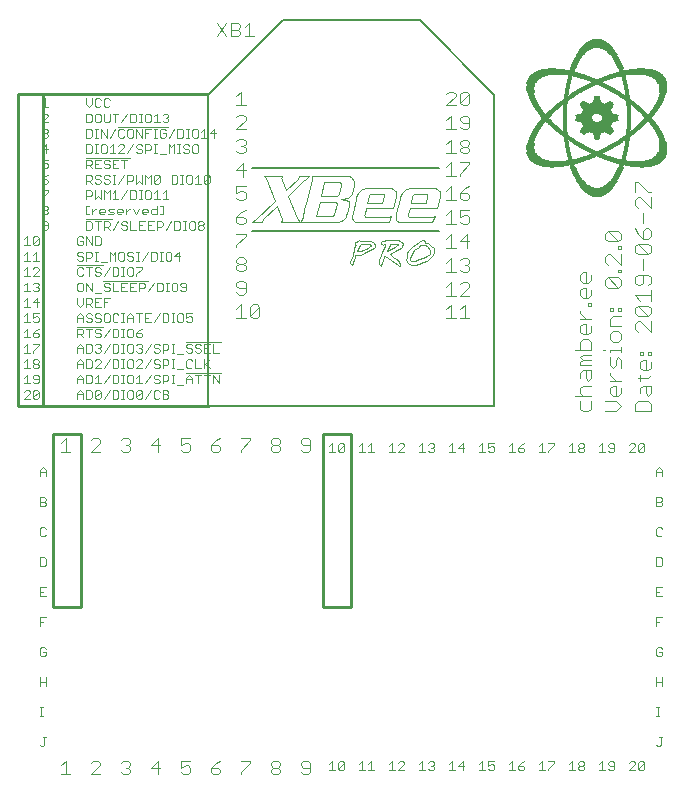
<source format=gbr>
G04 EAGLE Gerber RS-274X export*
G75*
%MOMM*%
%FSLAX34Y34*%
%LPD*%
%INSilkscreen Top*%
%IPPOS*%
%AMOC8*
5,1,8,0,0,1.08239X$1,22.5*%
G01*
%ADD10C,0.101600*%
%ADD11R,0.170181X0.008381*%
%ADD12R,0.337819X0.008381*%
%ADD13R,0.439419X0.008638*%
%ADD14R,0.525781X0.008381*%
%ADD15R,0.599438X0.008381*%
%ADD16R,0.670563X0.008638*%
%ADD17R,0.728981X0.008381*%
%ADD18R,0.779781X0.008381*%
%ADD19R,0.830581X0.008638*%
%ADD20R,0.881381X0.008381*%
%ADD21R,0.932181X0.008381*%
%ADD22R,0.975363X0.008638*%
%ADD23R,1.016000X0.008381*%
%ADD24R,1.049019X0.008381*%
%ADD25R,1.092200X0.008638*%
%ADD26R,1.135381X0.008381*%
%ADD27R,1.168400X0.008381*%
%ADD28R,1.201419X0.008638*%
%ADD29R,1.236981X0.008381*%
%ADD30R,1.270000X0.008381*%
%ADD31R,1.303019X0.008638*%
%ADD32R,1.330963X0.008381*%
%ADD33R,1.353819X0.008381*%
%ADD34R,1.389381X0.008638*%
%ADD35R,1.422400X0.008381*%
%ADD36R,1.447800X0.008381*%
%ADD37R,1.473200X0.008638*%
%ADD38R,1.506219X0.008381*%
%ADD39R,1.524000X0.008381*%
%ADD40R,1.557019X0.008638*%
%ADD41R,1.574800X0.008381*%
%ADD42R,1.607819X0.008381*%
%ADD43R,1.625600X0.008638*%
%ADD44R,1.658619X0.008381*%
%ADD45R,1.676400X0.008381*%
%ADD46R,1.701800X0.008638*%
%ADD47R,1.727200X0.008381*%
%ADD48R,1.744981X0.008381*%
%ADD49R,1.778000X0.008638*%
%ADD50R,1.795781X0.008381*%
%ADD51R,1.811019X0.008381*%
%ADD52R,1.838963X0.008638*%
%ADD53R,1.861819X0.008381*%
%ADD54R,1.879600X0.008381*%
%ADD55R,1.897381X0.008638*%
%ADD56R,1.920238X0.008381*%
%ADD57R,1.948181X0.008381*%
%ADD58R,1.963419X0.008638*%
%ADD59R,1.981200X0.008381*%
%ADD60R,1.998981X0.008381*%
%ADD61R,2.014219X0.008638*%
%ADD62R,2.042162X0.008381*%
%ADD63R,2.057400X0.008381*%
%ADD64R,2.082800X0.008638*%
%ADD65R,2.100581X0.008381*%
%ADD66R,2.115819X0.008381*%
%ADD67R,2.133600X0.008638*%
%ADD68R,2.151381X0.008381*%
%ADD69R,2.166619X0.008381*%
%ADD70R,2.184400X0.008638*%
%ADD71R,2.202181X0.008381*%
%ADD72R,2.217419X0.008381*%
%ADD73R,2.235200X0.008638*%
%ADD74R,2.252981X0.008381*%
%ADD75R,2.268219X0.008381*%
%ADD76R,2.286000X0.008638*%
%ADD77R,2.303781X0.008381*%
%ADD78R,2.319019X0.008381*%
%ADD79R,2.336800X0.008638*%
%ADD80R,2.354581X0.008381*%
%ADD81R,2.369819X0.008381*%
%ADD82R,2.387600X0.008638*%
%ADD83R,2.405381X0.008381*%
%ADD84R,2.420619X0.008381*%
%ADD85R,2.438400X0.008638*%
%ADD86R,2.456181X0.008381*%
%ADD87R,2.463800X0.008381*%
%ADD88R,2.479038X0.008638*%
%ADD89R,2.489200X0.008381*%
%ADD90R,2.506981X0.008381*%
%ADD91R,2.522219X0.008638*%
%ADD92R,2.540000X0.008381*%
%ADD93R,2.557781X0.008381*%
%ADD94R,2.573019X0.008638*%
%ADD95R,2.580637X0.008381*%
%ADD96R,2.600963X0.008381*%
%ADD97R,1.193800X0.008638*%
%ADD98R,1.186181X0.008638*%
%ADD99R,1.132838X0.008381*%
%ADD100R,1.092200X0.008381*%
%ADD101R,1.066800X0.008638*%
%ADD102R,1.033781X0.008381*%
%ADD103R,1.041400X0.008381*%
%ADD104R,1.005837X0.008381*%
%ADD105R,1.008381X0.008381*%
%ADD106R,0.990600X0.008638*%
%ADD107R,0.972819X0.008381*%
%ADD108R,0.975363X0.008381*%
%ADD109R,0.955038X0.008381*%
%ADD110R,0.957581X0.008381*%
%ADD111R,0.939800X0.008638*%
%ADD112R,0.947419X0.008638*%
%ADD113R,0.924563X0.008381*%
%ADD114R,0.922019X0.008381*%
%ADD115R,0.914400X0.008381*%
%ADD116R,0.904238X0.008638*%
%ADD117R,0.906781X0.008638*%
%ADD118R,0.899163X0.008381*%
%ADD119R,0.889000X0.008381*%
%ADD120R,0.873762X0.008381*%
%ADD121R,0.863600X0.008638*%
%ADD122R,0.853438X0.008381*%
%ADD123R,0.855981X0.008381*%
%ADD124R,0.845819X0.008381*%
%ADD125R,0.838200X0.008638*%
%ADD126R,0.830581X0.008381*%
%ADD127R,0.820419X0.008381*%
%ADD128R,0.812800X0.008638*%
%ADD129R,0.805181X0.008381*%
%ADD130R,0.812800X0.008381*%
%ADD131R,0.795019X0.008381*%
%ADD132R,0.797563X0.008381*%
%ADD133R,0.795019X0.008638*%
%ADD134R,0.787400X0.008638*%
%ADD135R,0.787400X0.008381*%
%ADD136R,0.772163X0.008381*%
%ADD137R,0.769619X0.008381*%
%ADD138R,0.769619X0.008638*%
%ADD139R,0.772163X0.008638*%
%ADD140R,0.762000X0.008381*%
%ADD141R,0.751838X0.008381*%
%ADD142R,0.754381X0.008638*%
%ADD143R,0.744219X0.008638*%
%ADD144R,0.744219X0.008381*%
%ADD145R,0.746762X0.008381*%
%ADD146R,0.736600X0.008381*%
%ADD147R,0.736600X0.008638*%
%ADD148R,0.728981X0.008638*%
%ADD149R,0.726438X0.008381*%
%ADD150R,0.718819X0.008638*%
%ADD151R,0.711200X0.008638*%
%ADD152R,0.711200X0.008381*%
%ADD153R,0.703581X0.008638*%
%ADD154R,0.701037X0.008638*%
%ADD155R,0.703581X0.008381*%
%ADD156R,0.695963X0.008381*%
%ADD157R,0.693419X0.008381*%
%ADD158R,0.685800X0.008638*%
%ADD159R,0.685800X0.008381*%
%ADD160R,0.678181X0.008381*%
%ADD161R,0.678181X0.008638*%
%ADD162R,0.675638X0.008381*%
%ADD163R,0.668019X0.008381*%
%ADD164R,0.660400X0.008638*%
%ADD165R,0.660400X0.008381*%
%ADD166R,0.652781X0.008381*%
%ADD167R,0.650238X0.008638*%
%ADD168R,0.652781X0.008638*%
%ADD169R,0.650238X0.008381*%
%ADD170R,0.645163X0.008381*%
%ADD171R,0.642619X0.008381*%
%ADD172R,0.642619X0.008638*%
%ADD173R,0.645163X0.008638*%
%ADD174R,0.635000X0.008381*%
%ADD175R,0.635000X0.008638*%
%ADD176R,0.627381X0.008381*%
%ADD177R,0.624838X0.008381*%
%ADD178R,0.617219X0.008638*%
%ADD179R,0.627381X0.008638*%
%ADD180R,0.617219X0.008381*%
%ADD181R,0.619762X0.008381*%
%ADD182R,0.609600X0.008638*%
%ADD183R,0.609600X0.008381*%
%ADD184R,0.601981X0.008638*%
%ADD185R,0.601981X0.008381*%
%ADD186R,0.591819X0.008381*%
%ADD187R,0.594363X0.008638*%
%ADD188R,0.591819X0.008638*%
%ADD189R,0.584200X0.008381*%
%ADD190R,0.584200X0.008638*%
%ADD191R,0.574037X0.008381*%
%ADD192R,0.576581X0.008638*%
%ADD193R,0.574037X0.008638*%
%ADD194R,0.568963X0.008381*%
%ADD195R,0.576581X0.008381*%
%ADD196R,0.566419X0.008381*%
%ADD197R,0.558800X0.008638*%
%ADD198R,0.558800X0.008381*%
%ADD199R,0.548638X0.008381*%
%ADD200R,0.551181X0.008638*%
%ADD201R,0.551181X0.008381*%
%ADD202R,0.541019X0.008381*%
%ADD203R,0.541019X0.008638*%
%ADD204R,0.543563X0.008381*%
%ADD205R,0.543563X0.008638*%
%ADD206R,0.533400X0.008381*%
%ADD207R,0.533400X0.008638*%
%ADD208R,0.523238X0.008381*%
%ADD209R,0.523238X0.008638*%
%ADD210R,0.525781X0.008638*%
%ADD211R,0.515619X0.008381*%
%ADD212R,0.518162X0.008381*%
%ADD213R,0.515619X0.008638*%
%ADD214R,0.508000X0.008381*%
%ADD215R,0.508000X0.008638*%
%ADD216R,0.518162X0.008638*%
%ADD217R,0.497838X0.008381*%
%ADD218R,0.500381X0.008638*%
%ADD219R,0.500381X0.008381*%
%ADD220R,0.497838X0.008638*%
%ADD221R,0.490219X0.008381*%
%ADD222R,0.492763X0.008638*%
%ADD223R,0.490219X0.008638*%
%ADD224R,0.492763X0.008381*%
%ADD225R,0.482600X0.008638*%
%ADD226R,0.482600X0.008381*%
%ADD227R,0.474981X0.008381*%
%ADD228R,0.472438X0.008381*%
%ADD229R,0.474981X0.008638*%
%ADD230R,0.472438X0.008638*%
%ADD231R,0.464819X0.008381*%
%ADD232R,0.467363X0.008638*%
%ADD233R,0.467363X0.008381*%
%ADD234R,0.464819X0.008638*%
%ADD235R,0.457200X0.008381*%
%ADD236R,0.457200X0.008638*%
%ADD237R,0.447038X0.008381*%
%ADD238R,0.449581X0.008381*%
%ADD239R,0.449581X0.008638*%
%ADD240R,0.447038X0.008638*%
%ADD241R,0.441963X0.008381*%
%ADD242R,0.441963X0.008638*%
%ADD243R,0.439419X0.008381*%
%ADD244R,0.431800X0.008381*%
%ADD245R,0.431800X0.008638*%
%ADD246R,0.421637X0.008381*%
%ADD247R,0.421637X0.008638*%
%ADD248R,0.424181X0.008381*%
%ADD249R,0.424181X0.008638*%
%ADD250R,0.416563X0.008381*%
%ADD251R,0.414019X0.008638*%
%ADD252R,0.414019X0.008381*%
%ADD253R,0.416563X0.008638*%
%ADD254R,0.304800X0.008381*%
%ADD255R,0.878838X0.008638*%
%ADD256R,0.889000X0.008638*%
%ADD257R,1.059181X0.008381*%
%ADD258R,1.056638X0.008381*%
%ADD259R,1.209037X0.008381*%
%ADD260R,0.406400X0.008381*%
%ADD261R,1.211581X0.008381*%
%ADD262R,1.346200X0.008638*%
%ADD263R,1.465581X0.008381*%
%ADD264R,1.463037X0.008381*%
%ADD265R,1.584963X0.008381*%
%ADD266R,1.684019X0.008638*%
%ADD267R,1.778000X0.008381*%
%ADD268R,1.869438X0.008381*%
%ADD269R,1.965963X0.008638*%
%ADD270R,2.047238X0.008381*%
%ADD271R,2.049781X0.008381*%
%ADD272R,2.125981X0.008381*%
%ADD273R,2.123438X0.008381*%
%ADD274R,2.202181X0.008638*%
%ADD275R,0.406400X0.008638*%
%ADD276R,2.199638X0.008638*%
%ADD277R,2.278381X0.008381*%
%ADD278R,2.344419X0.008381*%
%ADD279R,2.346963X0.008381*%
%ADD280R,2.413000X0.008638*%
%ADD281R,0.398781X0.008638*%
%ADD282R,2.481581X0.008381*%
%ADD283R,2.547619X0.008381*%
%ADD284R,0.398781X0.008381*%
%ADD285R,2.550163X0.008381*%
%ADD286R,2.616200X0.008638*%
%ADD287R,3.065781X0.008381*%
%ADD288R,3.081019X0.008381*%
%ADD289R,3.083563X0.008381*%
%ADD290R,3.098800X0.008638*%
%ADD291R,3.124200X0.008381*%
%ADD292R,3.114038X0.008381*%
%ADD293R,3.131819X0.008381*%
%ADD294R,3.157219X0.008638*%
%ADD295R,3.167381X0.008381*%
%ADD296R,3.185163X0.008381*%
%ADD297R,3.182619X0.008381*%
%ADD298R,3.200400X0.008638*%
%ADD299R,3.208019X0.008381*%
%ADD300R,3.218181X0.008381*%
%ADD301R,3.233419X0.008381*%
%ADD302R,3.235963X0.008381*%
%ADD303R,3.286763X0.008638*%
%ADD304R,3.284219X0.008638*%
%ADD305R,3.335019X0.008381*%
%ADD306R,3.378200X0.008381*%
%ADD307R,3.388362X0.008381*%
%ADD308R,3.418837X0.008638*%
%ADD309R,3.421381X0.008638*%
%ADD310R,3.472181X0.008381*%
%ADD311R,3.522981X0.008381*%
%ADD312R,3.520438X0.008381*%
%ADD313R,3.563619X0.008638*%
%ADD314R,3.606800X0.008381*%
%ADD315R,3.647438X0.008381*%
%ADD316R,3.649981X0.008381*%
%ADD317R,3.700781X0.008638*%
%ADD318R,3.733800X0.008381*%
%ADD319R,3.776981X0.008381*%
%ADD320R,3.817619X0.008638*%
%ADD321R,3.860800X0.008381*%
%ADD322R,3.893819X0.008381*%
%ADD323R,3.944619X0.008638*%
%ADD324R,3.947163X0.008638*%
%ADD325R,3.977638X0.008381*%
%ADD326R,3.980181X0.008381*%
%ADD327R,4.013200X0.008381*%
%ADD328R,4.023363X0.008381*%
%ADD329R,4.053838X0.008638*%
%ADD330R,4.056381X0.008638*%
%ADD331R,4.089400X0.008381*%
%ADD332R,4.132581X0.008381*%
%ADD333R,4.175763X0.008638*%
%ADD334R,4.173219X0.008638*%
%ADD335R,1.846581X0.008381*%
%ADD336R,1.864363X0.008381*%
%ADD337R,1.742438X0.008381*%
%ADD338R,1.752600X0.008381*%
%ADD339R,1.760219X0.008381*%
%ADD340R,1.734819X0.008381*%
%ADD341R,1.668781X0.008638*%
%ADD342R,1.686563X0.008638*%
%ADD343R,1.666238X0.008638*%
%ADD344R,1.615438X0.008381*%
%ADD345R,1.625600X0.008381*%
%ADD346R,1.567181X0.008381*%
%ADD347R,1.557019X0.008381*%
%ADD348R,1.524000X0.008638*%
%ADD349R,1.534163X0.008638*%
%ADD350R,1.531619X0.008638*%
%ADD351R,1.516381X0.008638*%
%ADD352R,1.480819X0.008381*%
%ADD353R,1.490981X0.008381*%
%ADD354R,1.498600X0.008381*%
%ADD355R,1.457963X0.008381*%
%ADD356R,1.414781X0.008638*%
%ADD357R,1.432562X0.008638*%
%ADD358R,1.430019X0.008638*%
%ADD359R,1.386838X0.008381*%
%ADD360R,1.407163X0.008381*%
%ADD361R,1.397000X0.008381*%
%ADD362R,1.389381X0.008381*%
%ADD363R,1.363981X0.008381*%
%ADD364R,1.361438X0.008381*%
%ADD365R,1.338581X0.008638*%
%ADD366R,1.422400X0.008638*%
%ADD367R,1.310638X0.008381*%
%ADD368R,1.313181X0.008381*%
%ADD369R,1.295400X0.008381*%
%ADD370R,1.473200X0.008381*%
%ADD371R,1.483363X0.008381*%
%ADD372R,1.277619X0.008638*%
%ADD373R,1.506219X0.008638*%
%ADD374R,1.508763X0.008638*%
%ADD375R,1.270000X0.008638*%
%ADD376R,1.252219X0.008381*%
%ADD377R,1.549400X0.008381*%
%ADD378R,1.234438X0.008381*%
%ADD379R,1.219200X0.008638*%
%ADD380R,1.582419X0.008638*%
%ADD381R,0.381000X0.008381*%
%ADD382R,1.219200X0.008381*%
%ADD383R,1.201419X0.008381*%
%ADD384R,1.193800X0.008381*%
%ADD385R,0.373381X0.008381*%
%ADD386R,1.176019X0.008638*%
%ADD387R,0.370838X0.008638*%
%ADD388R,0.381000X0.008638*%
%ADD389R,1.178562X0.008638*%
%ADD390R,1.178562X0.008381*%
%ADD391R,1.176019X0.008381*%
%ADD392R,1.150619X0.008381*%
%ADD393R,1.160781X0.008381*%
%ADD394R,0.370838X0.008381*%
%ADD395R,1.143000X0.008381*%
%ADD396R,1.135381X0.008638*%
%ADD397R,0.373381X0.008638*%
%ADD398R,1.143000X0.008638*%
%ADD399R,1.153163X0.008638*%
%ADD400R,1.132838X0.008638*%
%ADD401R,1.125219X0.008381*%
%ADD402R,1.127763X0.008381*%
%ADD403R,1.117600X0.008381*%
%ADD404R,1.109981X0.008638*%
%ADD405R,1.107438X0.008638*%
%ADD406R,1.099819X0.008638*%
%ADD407R,1.099819X0.008381*%
%ADD408R,1.082037X0.008381*%
%ADD409R,1.084581X0.008381*%
%ADD410R,1.076963X0.008381*%
%ADD411R,1.074419X0.008638*%
%ADD412R,1.084581X0.008638*%
%ADD413R,1.066800X0.008381*%
%ADD414R,1.051562X0.008381*%
%ADD415R,1.041400X0.008638*%
%ADD416R,0.363219X0.008638*%
%ADD417R,1.049019X0.008638*%
%ADD418R,1.031238X0.008381*%
%ADD419R,1.023619X0.008381*%
%ADD420R,1.026163X0.008381*%
%ADD421R,1.016000X0.008638*%
%ADD422R,1.026163X0.008638*%
%ADD423R,1.023619X0.008638*%
%ADD424R,0.998219X0.008381*%
%ADD425R,1.000762X0.008381*%
%ADD426R,0.998219X0.008638*%
%ADD427R,0.365762X0.008638*%
%ADD428R,0.990600X0.008381*%
%ADD429R,0.363219X0.008381*%
%ADD430R,0.365762X0.008381*%
%ADD431R,0.980438X0.008381*%
%ADD432R,0.982981X0.008381*%
%ADD433R,0.972819X0.008638*%
%ADD434R,0.965200X0.008381*%
%ADD435R,0.957581X0.008638*%
%ADD436R,0.955038X0.008638*%
%ADD437R,0.939800X0.008381*%
%ADD438R,0.949963X0.008381*%
%ADD439R,0.947419X0.008381*%
%ADD440R,0.932181X0.008638*%
%ADD441R,0.929638X0.008381*%
%ADD442R,0.914400X0.008638*%
%ADD443R,0.924563X0.008638*%
%ADD444R,0.922019X0.008638*%
%ADD445R,0.906781X0.008381*%
%ADD446R,0.904238X0.008381*%
%ADD447R,0.896619X0.008638*%
%ADD448R,0.896619X0.008381*%
%ADD449R,0.881381X0.008638*%
%ADD450R,0.878838X0.008381*%
%ADD451R,0.871219X0.008381*%
%ADD452R,1.737363X0.008381*%
%ADD453R,0.355600X0.008638*%
%ADD454R,0.355600X0.008381*%
%ADD455R,1.643381X0.008381*%
%ADD456R,0.863600X0.008381*%
%ADD457R,1.592581X0.008381*%
%ADD458R,0.853438X0.008638*%
%ADD459R,1.549400X0.008638*%
%ADD460R,0.845819X0.008638*%
%ADD461R,0.848363X0.008381*%
%ADD462R,1.455419X0.008381*%
%ADD463R,1.404619X0.008638*%
%ADD464R,0.838200X0.008381*%
%ADD465R,1.320800X0.008381*%
%ADD466R,0.820419X0.008638*%
%ADD467R,0.822963X0.008638*%
%ADD468R,0.828038X0.008381*%
%ADD469R,1.229363X0.008381*%
%ADD470R,1.186181X0.008381*%
%ADD471R,0.802638X0.008381*%
%ADD472R,0.805181X0.008638*%
%ADD473R,1.005837X0.008638*%
%ADD474R,0.802638X0.008638*%
%ADD475R,0.779781X0.008638*%
%ADD476R,0.777238X0.008381*%
%ADD477R,0.777238X0.008638*%
%ADD478R,1.033781X0.008638*%
%ADD479R,0.345438X0.008638*%
%ADD480R,0.347981X0.008381*%
%ADD481R,0.754381X0.008381*%
%ADD482R,0.751838X0.008638*%
%ADD483R,0.347981X0.008638*%
%ADD484R,1.236981X0.008638*%
%ADD485R,1.303019X0.008381*%
%ADD486R,0.345438X0.008381*%
%ADD487R,1.371600X0.008381*%
%ADD488R,1.404619X0.008381*%
%ADD489R,1.440181X0.008638*%
%ADD490R,0.721363X0.008381*%
%ADD491R,0.718819X0.008381*%
%ADD492R,0.721363X0.008638*%
%ADD493R,0.693419X0.008638*%
%ADD494R,0.695963X0.008638*%
%ADD495R,0.701037X0.008381*%
%ADD496R,0.337819X0.008638*%
%ADD497R,0.340363X0.008381*%
%ADD498R,0.675638X0.008638*%
%ADD499R,0.668019X0.008638*%
%ADD500R,0.670563X0.008381*%
%ADD501R,0.340363X0.008638*%
%ADD502R,0.330200X0.008638*%
%ADD503R,0.330200X0.008381*%
%ADD504R,0.624838X0.008638*%
%ADD505R,0.619762X0.008638*%
%ADD506R,0.599438X0.008638*%
%ADD507R,0.594363X0.008381*%
%ADD508R,0.322581X0.008381*%
%ADD509R,0.320038X0.008638*%
%ADD510R,0.566419X0.008638*%
%ADD511R,0.568963X0.008638*%
%ADD512R,0.855981X0.008638*%
%ADD513R,0.396238X0.008381*%
%ADD514R,0.548638X0.008638*%
%ADD515R,0.025400X0.008381*%
%ADD516R,0.050800X0.008638*%
%ADD517R,0.083819X0.008381*%
%ADD518R,0.076200X0.008381*%
%ADD519R,0.111763X0.008381*%
%ADD520R,0.109219X0.008381*%
%ADD521R,0.134619X0.008638*%
%ADD522R,0.137162X0.008638*%
%ADD523R,0.167637X0.008381*%
%ADD524R,0.160019X0.008381*%
%ADD525R,0.195581X0.008381*%
%ADD526R,0.193038X0.008381*%
%ADD527R,0.220981X0.008638*%
%ADD528R,0.254000X0.008381*%
%ADD529R,0.246381X0.008381*%
%ADD530R,0.279400X0.008381*%
%ADD531R,0.269238X0.008381*%
%ADD532R,0.304800X0.008638*%
%ADD533R,0.297181X0.008638*%
%ADD534R,0.320038X0.008381*%
%ADD535R,0.388619X0.008381*%
%ADD536R,0.726438X0.008638*%
%ADD537R,0.762000X0.008638*%
%ADD538R,1.056638X0.008638*%
%ADD539R,1.168400X0.008638*%
%ADD540R,0.314963X0.008638*%
%ADD541R,2.760981X0.008638*%
%ADD542R,0.314963X0.008381*%
%ADD543R,2.776219X0.008381*%
%ADD544R,2.794000X0.008381*%
%ADD545R,0.322581X0.008638*%
%ADD546R,2.811781X0.008638*%
%ADD547R,2.827019X0.008381*%
%ADD548R,2.811781X0.008381*%
%ADD549R,0.312419X0.008381*%
%ADD550R,2.804163X0.008381*%
%ADD551R,0.312419X0.008638*%
%ADD552R,2.794000X0.008638*%
%ADD553R,2.776219X0.008638*%
%ADD554R,2.760981X0.008381*%
%ADD555R,2.753363X0.008638*%
%ADD556R,2.743200X0.008381*%
%ADD557R,2.725419X0.008638*%
%ADD558R,2.725419X0.008381*%
%ADD559R,2.710181X0.008381*%
%ADD560R,2.710181X0.008638*%
%ADD561R,2.702562X0.008381*%
%ADD562R,2.692400X0.008381*%
%ADD563R,2.682238X0.008638*%
%ADD564R,2.674619X0.008381*%
%ADD565R,2.659381X0.008638*%
%ADD566R,2.659381X0.008381*%
%ADD567R,2.641600X0.008381*%
%ADD568R,2.631438X0.008638*%
%ADD569R,2.623819X0.008381*%
%ADD570R,2.608581X0.008381*%
%ADD571R,2.608581X0.008638*%
%ADD572R,2.590800X0.008381*%
%ADD573R,2.573019X0.008381*%
%ADD574R,2.557781X0.008638*%
%ADD575R,2.471419X0.008638*%
%ADD576R,2.438400X0.008381*%
%ADD577R,2.420619X0.008638*%
%ADD578R,2.397763X0.008638*%
%ADD579R,2.387600X0.008381*%
%ADD580R,2.377438X0.008638*%
%ADD581R,2.369819X0.008638*%
%ADD582R,2.362200X0.008381*%
%ADD583R,2.354581X0.008638*%
%ADD584R,2.428238X0.008381*%
%ADD585R,2.456181X0.008638*%
%ADD586R,2.471419X0.008381*%
%ADD587R,2.506981X0.008638*%
%ADD588R,2.522219X0.008381*%
%ADD589R,2.540000X0.008638*%
%ADD590R,1.125219X0.008638*%
%ADD591R,1.127763X0.008638*%
%ADD592R,1.150619X0.008638*%
%ADD593R,1.295400X0.008638*%
%ADD594R,1.328419X0.008381*%
%ADD595R,0.965200X0.008638*%
%ADD596R,1.356363X0.008381*%
%ADD597R,1.381763X0.008381*%
%ADD598R,1.386838X0.008638*%
%ADD599R,1.397000X0.008638*%
%ADD600R,1.414781X0.008381*%
%ADD601R,0.873762X0.008638*%
%ADD602R,1.437638X0.008381*%
%ADD603R,1.437638X0.008638*%
%ADD604R,1.440181X0.008381*%
%ADD605R,1.432562X0.008381*%
%ADD606R,1.430019X0.008381*%
%ADD607R,1.412238X0.008381*%
%ADD608R,1.412238X0.008638*%
%ADD609R,1.407163X0.008638*%
%ADD610R,0.871219X0.008638*%
%ADD611R,1.447800X0.008638*%
%ADD612R,1.379219X0.008381*%
%ADD613R,1.353819X0.008638*%
%ADD614R,1.336037X0.008381*%
%ADD615R,1.305562X0.008638*%
%ADD616R,1.277619X0.008381*%
%ADD617R,1.160781X0.008638*%
%ADD618R,1.153163X0.008381*%
%ADD619R,1.183638X0.008381*%
%ADD620R,1.254763X0.008638*%
%ADD621R,1.252219X0.008638*%
%ADD622R,2.529838X0.008381*%
%ADD623R,2.514600X0.008381*%
%ADD624R,2.499363X0.008381*%
%ADD625R,2.489200X0.008638*%
%ADD626R,2.463800X0.008638*%
%ADD627R,2.377438X0.008381*%
%ADD628R,2.590800X0.008638*%
%ADD629R,2.623819X0.008638*%
%ADD630R,2.667000X0.008381*%
%ADD631R,2.674619X0.008638*%
%ADD632R,2.717800X0.008381*%
%ADD633R,2.733038X0.008381*%
%ADD634R,2.743200X0.008638*%
%ADD635R,2.768600X0.008638*%
%ADD636R,2.783838X0.008381*%
%ADD637R,2.819400X0.008381*%
%ADD638R,2.827019X0.008638*%
%ADD639R,0.297181X0.008381*%
%ADD640R,0.289563X0.008381*%
%ADD641R,0.271781X0.008381*%
%ADD642R,0.261619X0.008381*%
%ADD643R,0.236219X0.008638*%
%ADD644R,0.210819X0.008381*%
%ADD645R,0.213363X0.008381*%
%ADD646R,0.187963X0.008381*%
%ADD647R,0.185419X0.008381*%
%ADD648R,0.152400X0.008638*%
%ADD649R,0.127000X0.008381*%
%ADD650R,0.101600X0.008381*%
%ADD651R,0.076200X0.008638*%
%ADD652R,0.068581X0.008638*%
%ADD653R,0.043181X0.008381*%
%ADD654R,0.017781X0.008381*%
%ADD655R,0.015238X0.008381*%
%ADD656R,0.746762X0.008638*%
%ADD657R,1.455419X0.008638*%
%ADD658R,1.287781X0.008381*%
%ADD659R,0.828038X0.008638*%
%ADD660R,1.676400X0.008638*%
%ADD661R,0.949963X0.008638*%
%ADD662R,1.000762X0.008638*%
%ADD663R,0.982981X0.008638*%
%ADD664R,1.008381X0.008638*%
%ADD665R,1.076963X0.008638*%
%ADD666R,1.074419X0.008381*%
%ADD667R,1.102363X0.008638*%
%ADD668R,1.107438X0.008381*%
%ADD669R,1.109981X0.008381*%
%ADD670R,1.158238X0.008381*%
%ADD671R,1.183638X0.008638*%
%ADD672R,1.590037X0.008638*%
%ADD673R,1.592581X0.008638*%
%ADD674R,1.211581X0.008638*%
%ADD675R,1.226819X0.008381*%
%ADD676R,1.244600X0.008381*%
%ADD677R,1.531619X0.008381*%
%ADD678R,1.534163X0.008381*%
%ADD679R,1.262381X0.008638*%
%ADD680R,1.336037X0.008638*%
%ADD681R,1.328419X0.008638*%
%ADD682R,1.513838X0.008638*%
%ADD683R,1.498600X0.008638*%
%ADD684R,1.539238X0.008381*%
%ADD685R,1.600200X0.008381*%
%ADD686R,1.651000X0.008638*%
%ADD687R,1.658619X0.008638*%
%ADD688R,1.643381X0.008638*%
%ADD689R,1.709419X0.008381*%
%ADD690R,1.828800X0.008381*%
%ADD691R,1.818638X0.008381*%
%ADD692R,1.998981X0.008638*%
%ADD693R,1.981200X0.008638*%
%ADD694R,4.147819X0.008381*%
%ADD695R,4.114800X0.008381*%
%ADD696R,4.107181X0.008381*%
%ADD697R,4.064000X0.008638*%
%ADD698R,4.030981X0.008381*%
%ADD699R,3.997963X0.008381*%
%ADD700R,3.987800X0.008381*%
%ADD701R,3.954781X0.008638*%
%ADD702R,3.921763X0.008381*%
%ADD703R,3.911600X0.008381*%
%ADD704R,3.868419X0.008381*%
%ADD705R,3.870963X0.008381*%
%ADD706R,3.835400X0.008638*%
%ADD707R,3.792219X0.008381*%
%ADD708R,3.784600X0.008381*%
%ADD709R,3.751581X0.008381*%
%ADD710R,3.749038X0.008381*%
%ADD711R,3.708400X0.008638*%
%ADD712R,3.667763X0.008381*%
%ADD713R,3.657600X0.008381*%
%ADD714R,3.624581X0.008381*%
%ADD715R,3.571238X0.008638*%
%ADD716R,3.573781X0.008638*%
%ADD717R,3.538219X0.008381*%
%ADD718R,3.530600X0.008381*%
%ADD719R,3.487419X0.008381*%
%ADD720R,3.446781X0.008638*%
%ADD721R,3.436619X0.008638*%
%ADD722R,3.395981X0.008381*%
%ADD723R,3.342638X0.008381*%
%ADD724R,3.345181X0.008381*%
%ADD725R,3.294381X0.008638*%
%ADD726R,3.291838X0.008638*%
%ADD727R,3.251200X0.008381*%
%ADD728R,3.243581X0.008381*%
%ADD729R,3.215638X0.008381*%
%ADD730R,3.210562X0.008638*%
%ADD731R,3.192781X0.008381*%
%ADD732R,3.175000X0.008381*%
%ADD733R,3.167381X0.008638*%
%ADD734R,3.149600X0.008638*%
%ADD735R,3.141981X0.008381*%
%ADD736R,3.139438X0.008381*%
%ADD737R,3.106419X0.008638*%
%ADD738R,3.108963X0.008638*%
%ADD739R,3.088638X0.008381*%
%ADD740R,3.073400X0.008381*%
%ADD741R,3.048000X0.008638*%
%ADD742R,2.633981X0.008638*%
%ADD743R,2.448562X0.008638*%
%ADD744R,2.301238X0.008381*%
%ADD745R,2.219963X0.008638*%
%ADD746R,2.075181X0.008381*%
%ADD747R,2.065019X0.008381*%
%ADD748R,1.988819X0.008638*%
%ADD749R,1.905000X0.008381*%
%ADD750R,1.821181X0.008381*%
%ADD751R,1.803400X0.008381*%
%ADD752R,1.719581X0.008638*%
%ADD753R,1.610363X0.008381*%
%ADD754R,1.379219X0.008638*%
%ADD755R,1.259838X0.008381*%
%ADD756R,1.254763X0.008381*%
%ADD757R,0.929638X0.008638*%
%ADD758R,1.051562X0.008638*%
%ADD759R,1.158238X0.008638*%
%ADD760R,2.529838X0.008638*%
%ADD761R,2.346963X0.008638*%
%ADD762R,2.336800X0.008381*%
%ADD763R,2.303781X0.008638*%
%ADD764R,2.286000X0.008381*%
%ADD765R,2.252981X0.008638*%
%ADD766R,2.235200X0.008381*%
%ADD767R,2.174238X0.008381*%
%ADD768R,2.159000X0.008381*%
%ADD769R,2.143763X0.008638*%
%ADD770R,2.032000X0.008638*%
%ADD771R,2.014219X0.008381*%
%ADD772R,1.991363X0.008381*%
%ADD773R,1.930400X0.008381*%
%ADD774R,1.912619X0.008638*%
%ADD775R,1.897381X0.008381*%
%ADD776R,1.846581X0.008638*%
%ADD777R,1.709419X0.008638*%
%ADD778R,1.694181X0.008381*%
%ADD779R,1.564638X0.008638*%
%ADD780R,1.541781X0.008381*%
%ADD781R,1.513838X0.008381*%
%ADD782R,1.490981X0.008638*%
%ADD783R,1.346200X0.008381*%
%ADD784R,1.320800X0.008638*%
%ADD785R,1.117600X0.008638*%
%ADD786R,0.264163X0.008381*%
%ADD787C,0.076200*%
%ADD788C,0.215900*%
%ADD789C,0.203200*%
%ADD790C,0.152400*%


D10*
X506973Y356108D02*
X515786Y356108D01*
X520192Y360514D01*
X515786Y364921D01*
X506973Y364921D01*
X520192Y371408D02*
X520192Y375815D01*
X520192Y371408D02*
X517989Y369205D01*
X513582Y369205D01*
X511379Y371408D01*
X511379Y375815D01*
X513582Y378018D01*
X515786Y378018D01*
X515786Y369205D01*
X520192Y382303D02*
X511379Y382303D01*
X511379Y386709D02*
X515786Y382303D01*
X511379Y386709D02*
X511379Y388912D01*
X520192Y393217D02*
X520192Y399827D01*
X517989Y402030D01*
X515786Y399827D01*
X515786Y395420D01*
X513582Y393217D01*
X511379Y395420D01*
X511379Y402030D01*
X511379Y406314D02*
X511379Y408517D01*
X520192Y408517D01*
X520192Y406314D02*
X520192Y410721D01*
X506973Y408517D02*
X504770Y408517D01*
X520192Y417249D02*
X520192Y421655D01*
X517989Y423858D01*
X513582Y423858D01*
X511379Y421655D01*
X511379Y417249D01*
X513582Y415046D01*
X517989Y415046D01*
X520192Y417249D01*
X520192Y428143D02*
X511379Y428143D01*
X511379Y434753D01*
X513582Y436956D01*
X520192Y436956D01*
X511379Y441240D02*
X511379Y443443D01*
X513582Y443443D01*
X513582Y441240D01*
X511379Y441240D01*
X517989Y441240D02*
X517989Y443443D01*
X520192Y443443D01*
X520192Y441240D01*
X517989Y441240D01*
X517989Y460886D02*
X509176Y460886D01*
X506973Y463089D01*
X506973Y467496D01*
X509176Y469699D01*
X517989Y469699D01*
X520192Y467496D01*
X520192Y463089D01*
X517989Y460886D01*
X509176Y469699D01*
X517989Y473983D02*
X520192Y473983D01*
X517989Y473983D02*
X517989Y476186D01*
X520192Y476186D01*
X520192Y473983D01*
X520192Y480532D02*
X520192Y489345D01*
X520192Y480532D02*
X511379Y489345D01*
X509176Y489345D01*
X506973Y487142D01*
X506973Y482735D01*
X509176Y480532D01*
X517989Y493629D02*
X520192Y493629D01*
X517989Y493629D02*
X517989Y495832D01*
X520192Y495832D01*
X520192Y493629D01*
X517989Y500178D02*
X509176Y500178D01*
X506973Y502381D01*
X506973Y506787D01*
X509176Y508991D01*
X517989Y508991D01*
X520192Y506787D01*
X520192Y502381D01*
X517989Y500178D01*
X509176Y508991D01*
X532373Y356108D02*
X545592Y356108D01*
X545592Y362718D01*
X543389Y364921D01*
X534576Y364921D01*
X532373Y362718D01*
X532373Y356108D01*
X536779Y371408D02*
X536779Y375815D01*
X538982Y378018D01*
X545592Y378018D01*
X545592Y371408D01*
X543389Y369205D01*
X541186Y371408D01*
X541186Y378018D01*
X543389Y384506D02*
X534576Y384506D01*
X543389Y384506D02*
X545592Y386709D01*
X536779Y386709D02*
X536779Y382303D01*
X545592Y393237D02*
X545592Y397644D01*
X545592Y393237D02*
X543389Y391034D01*
X538982Y391034D01*
X536779Y393237D01*
X536779Y397644D01*
X538982Y399847D01*
X541186Y399847D01*
X541186Y391034D01*
X536779Y404131D02*
X536779Y406334D01*
X538982Y406334D01*
X538982Y404131D01*
X536779Y404131D01*
X543389Y404131D02*
X543389Y406334D01*
X545592Y406334D01*
X545592Y404131D01*
X543389Y404131D01*
X545592Y423777D02*
X545592Y432590D01*
X545592Y423777D02*
X536779Y432590D01*
X534576Y432590D01*
X532373Y430387D01*
X532373Y425980D01*
X534576Y423777D01*
X534576Y436874D02*
X543389Y436874D01*
X534576Y436874D02*
X532373Y439078D01*
X532373Y443484D01*
X534576Y445687D01*
X543389Y445687D01*
X545592Y443484D01*
X545592Y439078D01*
X543389Y436874D01*
X534576Y445687D01*
X536779Y449972D02*
X532373Y454378D01*
X545592Y454378D01*
X545592Y449972D02*
X545592Y458784D01*
X543389Y463069D02*
X545592Y465272D01*
X545592Y469679D01*
X543389Y471882D01*
X534576Y471882D01*
X532373Y469679D01*
X532373Y465272D01*
X534576Y463069D01*
X536779Y463069D01*
X538982Y465272D01*
X538982Y471882D01*
X538982Y476166D02*
X538982Y484979D01*
X534576Y489263D02*
X543389Y489263D01*
X534576Y489263D02*
X532373Y491467D01*
X532373Y495873D01*
X534576Y498076D01*
X543389Y498076D01*
X545592Y495873D01*
X545592Y491467D01*
X543389Y489263D01*
X534576Y498076D01*
X534576Y506767D02*
X532373Y511173D01*
X534576Y506767D02*
X538982Y502361D01*
X543389Y502361D01*
X545592Y504564D01*
X545592Y508970D01*
X543389Y511173D01*
X541186Y511173D01*
X538982Y508970D01*
X538982Y502361D01*
X538982Y515458D02*
X538982Y524271D01*
X545592Y528555D02*
X545592Y537368D01*
X545592Y528555D02*
X536779Y537368D01*
X534576Y537368D01*
X532373Y535165D01*
X532373Y530758D01*
X534576Y528555D01*
X532373Y541652D02*
X532373Y550465D01*
X534576Y550465D01*
X543389Y541652D01*
X545592Y541652D01*
D11*
X499986Y537519D03*
D12*
X499986Y537603D03*
D13*
X499986Y537688D03*
D14*
X499986Y537773D03*
D15*
X500024Y537857D03*
D16*
X500024Y537942D03*
D17*
X499986Y538027D03*
D18*
X499986Y538111D03*
D19*
X499986Y538196D03*
D20*
X499986Y538281D03*
D21*
X499986Y538365D03*
D22*
X500024Y538450D03*
D23*
X499973Y538535D03*
D24*
X499986Y538619D03*
D25*
X500024Y538704D03*
D26*
X499986Y538789D03*
D27*
X499973Y538873D03*
D28*
X499986Y538958D03*
D29*
X499986Y539043D03*
D30*
X499973Y539127D03*
D31*
X499986Y539212D03*
D32*
X500024Y539297D03*
D33*
X499986Y539381D03*
D34*
X499986Y539466D03*
D35*
X499973Y539551D03*
D36*
X500024Y539635D03*
D37*
X499973Y539720D03*
D38*
X499986Y539805D03*
D39*
X499973Y539889D03*
D40*
X499986Y539974D03*
D41*
X499973Y540059D03*
D42*
X499986Y540143D03*
D43*
X499973Y540228D03*
D44*
X499986Y540313D03*
D45*
X499973Y540397D03*
D46*
X500024Y540482D03*
D47*
X499973Y540567D03*
D48*
X499986Y540651D03*
D49*
X499973Y540736D03*
D50*
X499986Y540821D03*
D51*
X499986Y540905D03*
D52*
X500024Y540990D03*
D53*
X499986Y541075D03*
D54*
X499973Y541159D03*
D55*
X499986Y541244D03*
D56*
X500024Y541329D03*
D57*
X499986Y541413D03*
D58*
X499986Y541498D03*
D59*
X499973Y541583D03*
D60*
X499986Y541667D03*
D61*
X499986Y541752D03*
D62*
X500024Y541837D03*
D63*
X500024Y541921D03*
D64*
X499973Y542006D03*
D65*
X499986Y542091D03*
D66*
X499986Y542175D03*
D67*
X499973Y542260D03*
D68*
X499986Y542345D03*
D69*
X499986Y542429D03*
D70*
X499973Y542514D03*
D71*
X499986Y542599D03*
D72*
X499986Y542683D03*
D73*
X499973Y542768D03*
D74*
X499986Y542853D03*
D75*
X499986Y542937D03*
D76*
X499973Y543022D03*
D77*
X499986Y543107D03*
D78*
X499986Y543191D03*
D79*
X499973Y543276D03*
D80*
X499986Y543361D03*
D81*
X499986Y543445D03*
D82*
X499973Y543530D03*
D83*
X499986Y543615D03*
D84*
X499986Y543699D03*
D85*
X499973Y543784D03*
D86*
X499986Y543869D03*
D87*
X500024Y543953D03*
D88*
X500024Y544038D03*
D89*
X499973Y544123D03*
D90*
X499986Y544207D03*
D91*
X499986Y544292D03*
D92*
X499973Y544377D03*
D93*
X499986Y544461D03*
D94*
X499986Y544546D03*
D95*
X500024Y544631D03*
D96*
X500024Y544715D03*
D97*
X492912Y544800D03*
D98*
X507098Y544800D03*
D99*
X492531Y544885D03*
D26*
X507428Y544885D03*
D100*
X492226Y544969D03*
X507720Y544969D03*
D101*
X492023Y545054D03*
X507949Y545054D03*
D102*
X491858Y545139D03*
D103*
X508152Y545139D03*
D104*
X491642Y545223D03*
D105*
X508317Y545223D03*
D106*
X491464Y545308D03*
X508482Y545308D03*
D107*
X491299Y545393D03*
D108*
X508660Y545393D03*
D109*
X491134Y545477D03*
D110*
X508825Y545477D03*
D111*
X491058Y545562D03*
D112*
X508952Y545562D03*
D113*
X490880Y545647D03*
D114*
X509079Y545647D03*
D115*
X490753Y545731D03*
X509219Y545731D03*
D116*
X490626Y545816D03*
D117*
X509333Y545816D03*
D118*
X490499Y545901D03*
D119*
X509498Y545901D03*
D120*
X490372Y545985D03*
D20*
X509638Y545985D03*
D121*
X490245Y546070D03*
X509727Y546070D03*
D122*
X490118Y546155D03*
D123*
X509841Y546155D03*
X490029Y546239D03*
D124*
X509968Y546239D03*
D125*
X489940Y546324D03*
X510108Y546324D03*
D126*
X489826Y546409D03*
X510146Y546409D03*
D127*
X489699Y546493D03*
X510273Y546493D03*
D128*
X489559Y546578D03*
X510387Y546578D03*
D129*
X489521Y546663D03*
D130*
X510489Y546663D03*
D131*
X489394Y546747D03*
D132*
X510565Y546747D03*
D133*
X489318Y546832D03*
D134*
X510692Y546832D03*
D135*
X489178Y546917D03*
X510768Y546917D03*
D136*
X489102Y547001D03*
D137*
X510857Y547001D03*
D138*
X489013Y547086D03*
D139*
X510946Y547086D03*
D137*
X488937Y547171D03*
D140*
X511073Y547171D03*
D141*
X488848Y547255D03*
D140*
X511149Y547255D03*
D142*
X488759Y547340D03*
D143*
X511238Y547340D03*
D144*
X488632Y547425D03*
D145*
X511327Y547425D03*
D146*
X488594Y547509D03*
D144*
X511416Y547509D03*
D147*
X488518Y547594D03*
D148*
X511492Y547594D03*
D17*
X488378Y547679D03*
D149*
X511581Y547679D03*
D17*
X488302Y547763D03*
X511670Y547763D03*
D150*
X488251Y547848D03*
D151*
X511759Y547848D03*
D152*
X488137Y547933D03*
X511835Y547933D03*
X488035Y548017D03*
X511911Y548017D03*
D153*
X487997Y548102D03*
D154*
X511962Y548102D03*
D155*
X487921Y548187D03*
D156*
X512089Y548187D03*
D157*
X487794Y548271D03*
X512178Y548271D03*
D158*
X487756Y548356D03*
X512216Y548356D03*
D159*
X487654Y548441D03*
X512292Y548441D03*
D160*
X487616Y548525D03*
D159*
X512394Y548525D03*
D161*
X487540Y548610D03*
X512432Y548610D03*
D162*
X487451Y548695D03*
D160*
X512508Y548695D03*
D163*
X487413Y548779D03*
X512635Y548779D03*
D16*
X487324Y548864D03*
D164*
X512673Y548864D03*
D165*
X487197Y548949D03*
X512775Y548949D03*
D166*
X487159Y549033D03*
D165*
X512851Y549033D03*
D167*
X487070Y549118D03*
D168*
X512889Y549118D03*
D166*
X486981Y549203D03*
D169*
X512978Y549203D03*
D170*
X486943Y549287D03*
D171*
X513016Y549287D03*
D172*
X486854Y549372D03*
D173*
X513105Y549372D03*
D174*
X486816Y549457D03*
D171*
X513194Y549457D03*
D174*
X486740Y549541D03*
X513232Y549541D03*
D175*
X486638Y549626D03*
X513308Y549626D03*
D176*
X486600Y549711D03*
D177*
X513359Y549711D03*
D176*
X486524Y549795D03*
X513448Y549795D03*
D178*
X486473Y549880D03*
D179*
X513524Y549880D03*
D180*
X486397Y549965D03*
X513575Y549965D03*
D181*
X486308Y550049D03*
D180*
X513651Y550049D03*
D182*
X486257Y550134D03*
X513689Y550134D03*
D183*
X486181Y550219D03*
X513791Y550219D03*
X486181Y550303D03*
X513867Y550303D03*
D182*
X486105Y550388D03*
D184*
X513905Y550388D03*
D183*
X486003Y550473D03*
X513943Y550473D03*
D185*
X485965Y550557D03*
D15*
X513994Y550557D03*
D184*
X485889Y550642D03*
X514083Y550642D03*
D186*
X485838Y550727D03*
D185*
X514159Y550727D03*
D186*
X485762Y550811D03*
X514210Y550811D03*
D187*
X485673Y550896D03*
D188*
X514286Y550896D03*
D189*
X485622Y550981D03*
X514324Y550981D03*
D186*
X485584Y551065D03*
D189*
X514426Y551065D03*
D190*
X485546Y551150D03*
X514426Y551150D03*
D189*
X485470Y551235D03*
X514502Y551235D03*
D191*
X485419Y551319D03*
D189*
X514578Y551319D03*
D192*
X485330Y551404D03*
D193*
X514629Y551404D03*
D194*
X485292Y551489D03*
D195*
X514718Y551489D03*
X485254Y551573D03*
D194*
X514756Y551573D03*
D193*
X485165Y551658D03*
D192*
X514794Y551658D03*
D196*
X485127Y551743D03*
X514845Y551743D03*
D194*
X485038Y551827D03*
D196*
X514921Y551827D03*
D197*
X484987Y551912D03*
X514959Y551912D03*
D196*
X484949Y551997D03*
D198*
X515061Y551997D03*
X484911Y552081D03*
X515061Y552081D03*
D197*
X484835Y552166D03*
X515137Y552166D03*
D199*
X484784Y552251D03*
D198*
X515213Y552251D03*
X484733Y552335D03*
D199*
X515264Y552335D03*
D200*
X484695Y552420D03*
D197*
X515315Y552420D03*
D201*
X484619Y552505D03*
X515353Y552505D03*
D202*
X484568Y552589D03*
D201*
X515429Y552589D03*
D203*
X484492Y552674D03*
X515480Y552674D03*
D202*
X484492Y552759D03*
D199*
X515518Y552759D03*
D204*
X484403Y552843D03*
D202*
X515556Y552843D03*
D203*
X484314Y552928D03*
D205*
X515645Y552928D03*
D202*
X484314Y553013D03*
D206*
X515696Y553013D03*
D202*
X484238Y553097D03*
X515734Y553097D03*
D207*
X484200Y553182D03*
X515772Y553182D03*
D206*
X484098Y553267D03*
X515848Y553267D03*
X484098Y553351D03*
D208*
X515899Y553351D03*
D207*
X484022Y553436D03*
X515950Y553436D03*
D14*
X483984Y553521D03*
X515988Y553521D03*
D206*
X483946Y553605D03*
D14*
X516064Y553605D03*
D209*
X483895Y553690D03*
D210*
X516064Y553690D03*
D14*
X483806Y553775D03*
D208*
X516153Y553775D03*
D14*
X483806Y553859D03*
D211*
X516191Y553859D03*
D210*
X483730Y553944D03*
X516242Y553944D03*
D211*
X483679Y554029D03*
D212*
X516280Y554029D03*
D208*
X483641Y554113D03*
D211*
X516369Y554113D03*
D213*
X483603Y554198D03*
X516369Y554198D03*
D212*
X483514Y554283D03*
D211*
X516445Y554283D03*
D212*
X483514Y554367D03*
D214*
X516483Y554367D03*
D215*
X483463Y554452D03*
D216*
X516534Y554452D03*
D214*
X483387Y554537D03*
X516585Y554537D03*
X483387Y554621D03*
X516661Y554621D03*
D215*
X483311Y554706D03*
X516661Y554706D03*
D217*
X483260Y554791D03*
D214*
X516737Y554791D03*
X483209Y554875D03*
D217*
X516788Y554875D03*
D218*
X483171Y554960D03*
D215*
X516839Y554960D03*
D219*
X483095Y555045D03*
X516877Y555045D03*
X483095Y555129D03*
X516877Y555129D03*
D220*
X483006Y555214D03*
D218*
X516953Y555214D03*
D221*
X482968Y555299D03*
X517004Y555299D03*
D219*
X482917Y555383D03*
D217*
X517042Y555383D03*
D222*
X482879Y555468D03*
D223*
X517080Y555468D03*
D219*
X482841Y555553D03*
D224*
X517169Y555553D03*
D221*
X482790Y555637D03*
D224*
X517169Y555637D03*
D225*
X482752Y555722D03*
D223*
X517258Y555722D03*
D221*
X482714Y555807D03*
X517258Y555807D03*
D226*
X482676Y555891D03*
D221*
X517334Y555891D03*
D222*
X482625Y555976D03*
D225*
X517372Y555976D03*
D226*
X482574Y556061D03*
D224*
X517423Y556061D03*
D226*
X482498Y556145D03*
X517474Y556145D03*
D225*
X482498Y556230D03*
X517474Y556230D03*
D226*
X482422Y556315D03*
X517550Y556315D03*
X482422Y556399D03*
D227*
X517588Y556399D03*
D225*
X482320Y556484D03*
X517626Y556484D03*
D226*
X482320Y556569D03*
D228*
X517677Y556569D03*
D227*
X482282Y556653D03*
D226*
X517728Y556653D03*
D229*
X482206Y556738D03*
X517766Y556738D03*
D227*
X482206Y556823D03*
X517766Y556823D03*
D228*
X482117Y556907D03*
D227*
X517842Y556907D03*
D230*
X482117Y556992D03*
D229*
X517842Y556992D03*
D227*
X482028Y557077D03*
D228*
X517931Y557077D03*
D227*
X482028Y557161D03*
D231*
X517969Y557161D03*
D232*
X481990Y557246D03*
D229*
X518020Y557246D03*
D231*
X481901Y557331D03*
D233*
X518058Y557331D03*
D231*
X481901Y557415D03*
D233*
X518058Y557415D03*
D234*
X481825Y557500D03*
X518147Y557500D03*
D231*
X481825Y557585D03*
X518147Y557585D03*
D233*
X481736Y557669D03*
D231*
X518223Y557669D03*
D232*
X481736Y557754D03*
D234*
X518223Y557754D03*
D235*
X481685Y557839D03*
D233*
X518312Y557839D03*
D231*
X481647Y557923D03*
D233*
X518312Y557923D03*
D236*
X481609Y558008D03*
X518363Y558008D03*
D231*
X481571Y558093D03*
D235*
X518439Y558093D03*
X481533Y558177D03*
X518439Y558177D03*
D236*
X481533Y558262D03*
X518515Y558262D03*
D235*
X481431Y558347D03*
X518515Y558347D03*
X481431Y558431D03*
D237*
X518566Y558431D03*
D236*
X481355Y558516D03*
X518617Y558516D03*
D235*
X481355Y558601D03*
D238*
X518655Y558601D03*
X481317Y558685D03*
D235*
X518693Y558685D03*
D236*
X481279Y558770D03*
D239*
X518731Y558770D03*
D237*
X481228Y558855D03*
D238*
X518731Y558855D03*
D235*
X481177Y558939D03*
D237*
X518820Y558939D03*
D239*
X481139Y559024D03*
D240*
X518820Y559024D03*
D241*
X481101Y559109D03*
D238*
X518909Y559109D03*
X481063Y559193D03*
X518909Y559193D03*
D239*
X481063Y559278D03*
D242*
X518947Y559278D03*
D237*
X480974Y559363D03*
D238*
X518985Y559363D03*
D237*
X480974Y559447D03*
D243*
X519036Y559447D03*
D13*
X480936Y559532D03*
D240*
X519074Y559532D03*
D238*
X480885Y559617D03*
D243*
X519112Y559617D03*
D241*
X480847Y559701D03*
D243*
X519112Y559701D03*
D239*
X480809Y559786D03*
D242*
X519201Y559786D03*
D243*
X480758Y559871D03*
D241*
X519201Y559871D03*
D243*
X480758Y559955D03*
D244*
X519252Y559955D03*
D13*
X480682Y560040D03*
X519290Y560040D03*
D243*
X480682Y560125D03*
D244*
X519328Y560125D03*
X480644Y560209D03*
D243*
X519366Y560209D03*
D242*
X480593Y560294D03*
D245*
X519404Y560294D03*
D244*
X480542Y560379D03*
X519404Y560379D03*
D243*
X480504Y560463D03*
D241*
X519455Y560463D03*
D245*
X480466Y560548D03*
X519506Y560548D03*
D244*
X480466Y560633D03*
X519506Y560633D03*
X480390Y560717D03*
X519582Y560717D03*
D245*
X480390Y560802D03*
X519582Y560802D03*
D246*
X480339Y560887D03*
D244*
X519658Y560887D03*
X480288Y560971D03*
X519658Y560971D03*
D245*
X480288Y561056D03*
D247*
X519709Y561056D03*
D248*
X480250Y561141D03*
D244*
X519760Y561141D03*
X480212Y561225D03*
D248*
X519798Y561225D03*
D249*
X480174Y561310D03*
X519798Y561310D03*
D244*
X480136Y561395D03*
X519836Y561395D03*
D246*
X480085Y561479D03*
D248*
X519874Y561479D03*
D247*
X480085Y561564D03*
D245*
X519912Y561564D03*
D248*
X479996Y561649D03*
D246*
X519963Y561649D03*
D248*
X479996Y561733D03*
D246*
X519963Y561733D03*
D249*
X479996Y561818D03*
X520052Y561818D03*
D248*
X479920Y561903D03*
X520052Y561903D03*
X479920Y561987D03*
D250*
X520090Y561987D03*
D251*
X479869Y562072D03*
D249*
X520128Y562072D03*
D246*
X479831Y562157D03*
D248*
X520128Y562157D03*
D252*
X479793Y562241D03*
X520179Y562241D03*
D251*
X479793Y562326D03*
D247*
X520217Y562326D03*
D248*
X479742Y562411D03*
D252*
X520255Y562411D03*
D250*
X479704Y562495D03*
D252*
X520255Y562495D03*
D253*
X479704Y562580D03*
X520344Y562580D03*
D254*
X462127Y562665D03*
D252*
X479615Y562665D03*
D250*
X520344Y562665D03*
D254*
X537819Y562665D03*
D165*
X462229Y562749D03*
D252*
X479615Y562749D03*
D250*
X520344Y562749D03*
D165*
X537743Y562749D03*
D255*
X462305Y562834D03*
D251*
X479539Y562834D03*
X520433Y562834D03*
D256*
X537692Y562834D03*
D257*
X462343Y562919D03*
D252*
X479539Y562919D03*
X520433Y562919D03*
D258*
X537616Y562919D03*
D259*
X462432Y563003D03*
D252*
X479539Y563003D03*
D260*
X520471Y563003D03*
D261*
X537527Y563003D03*
D262*
X462508Y563088D03*
D253*
X479450Y563088D03*
D251*
X520509Y563088D03*
D262*
X537438Y563088D03*
D263*
X462597Y563173D03*
D250*
X479450Y563173D03*
D252*
X520509Y563173D03*
D264*
X537362Y563173D03*
D265*
X462686Y563257D03*
D260*
X479399Y563257D03*
X520547Y563257D03*
D41*
X537311Y563257D03*
D266*
X462775Y563342D03*
D251*
X479361Y563342D03*
D253*
X520598Y563342D03*
D266*
X537197Y563342D03*
D267*
X462813Y563427D03*
D252*
X479361Y563427D03*
D260*
X520649Y563427D03*
D267*
X537159Y563427D03*
D268*
X462940Y563511D03*
D260*
X479323Y563511D03*
X520649Y563511D03*
D54*
X537057Y563511D03*
D58*
X462978Y563596D03*
D251*
X479285Y563596D03*
X520687Y563596D03*
D269*
X536981Y563596D03*
D270*
X463067Y563681D03*
D260*
X479247Y563681D03*
X520725Y563681D03*
D271*
X536892Y563681D03*
D272*
X463105Y563765D03*
D260*
X479247Y563765D03*
X520725Y563765D03*
D273*
X536854Y563765D03*
D274*
X463232Y563850D03*
D253*
X479196Y563850D03*
D275*
X520801Y563850D03*
D276*
X536727Y563850D03*
D277*
X463283Y563935D03*
D260*
X479145Y563935D03*
X520801Y563935D03*
D277*
X536689Y563935D03*
D278*
X463359Y564019D03*
D260*
X479145Y564019D03*
X520801Y564019D03*
D279*
X536600Y564019D03*
D280*
X463448Y564104D03*
D281*
X479107Y564104D03*
D275*
X520903Y564104D03*
D280*
X536524Y564104D03*
D282*
X463537Y564189D03*
D260*
X479069Y564189D03*
X520903Y564189D03*
D89*
X536473Y564189D03*
D283*
X463613Y564273D03*
D260*
X479069Y564273D03*
D284*
X520941Y564273D03*
D285*
X536346Y564273D03*
D286*
X463702Y564358D03*
D281*
X479031Y564358D03*
D275*
X520979Y564358D03*
D286*
X536270Y564358D03*
D287*
X465696Y564443D03*
X534276Y564443D03*
D288*
X465518Y564527D03*
D289*
X534441Y564527D03*
D290*
X465429Y564612D03*
X534517Y564612D03*
D291*
X465302Y564697D03*
D292*
X534695Y564697D03*
D293*
X465188Y564781D03*
X534784Y564781D03*
D294*
X465061Y564866D03*
X534911Y564866D03*
D295*
X464934Y564951D03*
X535038Y564951D03*
D296*
X464845Y565035D03*
D297*
X535114Y565035D03*
D298*
X464769Y565120D03*
X535203Y565120D03*
D299*
X464629Y565205D03*
D300*
X535368Y565205D03*
D301*
X464502Y565289D03*
D302*
X535457Y565289D03*
D303*
X464591Y565374D03*
D304*
X535368Y565374D03*
D305*
X464680Y565459D03*
X535292Y565459D03*
D306*
X464794Y565543D03*
D307*
X535203Y565543D03*
D308*
X464845Y565628D03*
D309*
X535114Y565628D03*
D310*
X464934Y565713D03*
X535038Y565713D03*
D311*
X465010Y565797D03*
D312*
X534949Y565797D03*
D313*
X465061Y565882D03*
X534911Y565882D03*
D314*
X465175Y565967D03*
X534771Y565967D03*
D315*
X465226Y566051D03*
D316*
X534733Y566051D03*
D317*
X465315Y566136D03*
X534657Y566136D03*
D318*
X465404Y566221D03*
X534568Y566221D03*
D319*
X465442Y566305D03*
X534530Y566305D03*
D320*
X465569Y566390D03*
X534403Y566390D03*
D321*
X465607Y566475D03*
X534365Y566475D03*
D322*
X465696Y566559D03*
X534276Y566559D03*
D323*
X465772Y566644D03*
D324*
X534187Y566644D03*
D325*
X465861Y566729D03*
D326*
X534098Y566729D03*
D327*
X465937Y566813D03*
D328*
X534060Y566813D03*
D329*
X465988Y566898D03*
D330*
X533971Y566898D03*
D331*
X466064Y566983D03*
X533882Y566983D03*
D332*
X466204Y567067D03*
X533768Y567067D03*
D333*
X466242Y567152D03*
D334*
X533717Y567152D03*
D335*
X454520Y567237D03*
D336*
X478053Y567237D03*
D53*
X521906Y567237D03*
D335*
X545452Y567237D03*
D337*
X453923Y567321D03*
D338*
X478866Y567321D03*
D339*
X521144Y567321D03*
D340*
X546087Y567321D03*
D341*
X453453Y567406D03*
D342*
X479450Y567406D03*
D266*
X520509Y567406D03*
D343*
X546506Y567406D03*
D344*
X453034Y567491D03*
D345*
X480009Y567491D03*
X519963Y567491D03*
D42*
X546976Y567491D03*
D346*
X452691Y567575D03*
D41*
X480517Y567575D03*
X519455Y567575D03*
D347*
X547306Y567575D03*
D348*
X452399Y567660D03*
D349*
X480974Y567660D03*
D350*
X518985Y567660D03*
D351*
X547611Y567660D03*
D352*
X452107Y567745D03*
D353*
X481444Y567745D03*
D354*
X518566Y567745D03*
D352*
X547865Y567745D03*
D36*
X451840Y567829D03*
D355*
X481863Y567829D03*
D263*
X518147Y567829D03*
D36*
X548106Y567829D03*
D356*
X451599Y567914D03*
D357*
X482244Y567914D03*
D358*
X517715Y567914D03*
D356*
X548373Y567914D03*
D359*
X451383Y567999D03*
D360*
X482625Y567999D03*
D361*
X517372Y567999D03*
D362*
X548576Y567999D03*
D363*
X451167Y568083D03*
D361*
X482828Y568083D03*
X517118Y568083D03*
D364*
X548792Y568083D03*
D365*
X450964Y568168D03*
D366*
X482955Y568168D03*
X516991Y568168D03*
D365*
X549008Y568168D03*
D367*
X450748Y568253D03*
D36*
X483082Y568253D03*
X516864Y568253D03*
D368*
X549211Y568253D03*
D369*
X450570Y568337D03*
D370*
X483209Y568337D03*
D371*
X516788Y568337D03*
D369*
X549376Y568337D03*
D372*
X450405Y568422D03*
D373*
X483298Y568422D03*
D374*
X516661Y568422D03*
D375*
X549605Y568422D03*
D376*
X450202Y568507D03*
D39*
X483387Y568507D03*
X516585Y568507D03*
D376*
X549770Y568507D03*
D29*
X450024Y568591D03*
D377*
X483514Y568591D03*
X516458Y568591D03*
D378*
X549935Y568591D03*
D379*
X449859Y568676D03*
D380*
X483603Y568676D03*
X516369Y568676D03*
D379*
X550113Y568676D03*
D259*
X449732Y568761D03*
D381*
X477596Y568761D03*
D382*
X485673Y568761D03*
X514299Y568761D03*
D381*
X522376Y568761D03*
D383*
X550278Y568761D03*
D384*
X449554Y568845D03*
D381*
X477596Y568845D03*
D384*
X485978Y568845D03*
D383*
X514032Y568845D03*
D385*
X522414Y568845D03*
D384*
X550392Y568845D03*
D386*
X449389Y568930D03*
D387*
X477545Y568930D03*
D98*
X486270Y568930D03*
X513702Y568930D03*
D388*
X522452Y568930D03*
D389*
X550570Y568930D03*
D27*
X449275Y569015D03*
D381*
X477494Y569015D03*
D390*
X486562Y569015D03*
D391*
X513397Y569015D03*
D381*
X522452Y569015D03*
D27*
X550697Y569015D03*
D392*
X449186Y569099D03*
D381*
X477494Y569099D03*
D392*
X486854Y569099D03*
D393*
X513143Y569099D03*
D394*
X522503Y569099D03*
D395*
X550824Y569099D03*
D396*
X449008Y569184D03*
D397*
X477456Y569184D03*
D398*
X487146Y569184D03*
D399*
X512851Y569184D03*
D387*
X522503Y569184D03*
D400*
X550951Y569184D03*
D401*
X448881Y569269D03*
D385*
X477456Y569269D03*
D99*
X487451Y569269D03*
D26*
X512508Y569269D03*
D381*
X522554Y569269D03*
D402*
X551078Y569269D03*
D403*
X448767Y569353D03*
D381*
X477418Y569353D03*
D403*
X487705Y569353D03*
X512267Y569353D03*
D385*
X522592Y569353D03*
D403*
X551205Y569353D03*
D404*
X448627Y569438D03*
D397*
X477380Y569438D03*
D404*
X487997Y569438D03*
D405*
X511962Y569438D03*
D397*
X522592Y569438D03*
D406*
X551370Y569438D03*
D100*
X448538Y569523D03*
D385*
X477380Y569523D03*
D407*
X488302Y569523D03*
X511746Y569523D03*
D385*
X522592Y569523D03*
D408*
X551459Y569523D03*
D409*
X448424Y569607D03*
D385*
X477380Y569607D03*
D409*
X488556Y569607D03*
D100*
X511454Y569607D03*
D385*
X522668Y569607D03*
D410*
X551586Y569607D03*
D411*
X448297Y569692D03*
D387*
X477291Y569692D03*
D412*
X488810Y569692D03*
X511162Y569692D03*
D397*
X522668Y569692D03*
D101*
X551713Y569692D03*
D413*
X448157Y569777D03*
D394*
X477291Y569777D03*
D413*
X489051Y569777D03*
X510895Y569777D03*
D385*
X522668Y569777D03*
D413*
X551789Y569777D03*
D414*
X448081Y569861D03*
D394*
X477291Y569861D03*
D258*
X489356Y569861D03*
D413*
X510641Y569861D03*
D385*
X522668Y569861D03*
D24*
X551878Y569861D03*
D415*
X447954Y569946D03*
D416*
X477253Y569946D03*
D417*
X489572Y569946D03*
X510400Y569946D03*
D387*
X522757Y569946D03*
D415*
X552018Y569946D03*
D418*
X447827Y570031D03*
D385*
X477202Y570031D03*
D103*
X489864Y570031D03*
X510108Y570031D03*
D394*
X522757Y570031D03*
D102*
X552132Y570031D03*
D419*
X447789Y570115D03*
D385*
X477202Y570115D03*
D420*
X490118Y570115D03*
D102*
X509892Y570115D03*
D394*
X522757Y570115D03*
D23*
X552221Y570115D03*
D421*
X447649Y570200D03*
D397*
X477202Y570200D03*
D422*
X490372Y570200D03*
D423*
X509587Y570200D03*
D416*
X522795Y570200D03*
D421*
X552297Y570200D03*
D105*
X447535Y570285D03*
D385*
X477126Y570285D03*
D104*
X490626Y570285D03*
D23*
X509371Y570285D03*
D385*
X522846Y570285D03*
D105*
X552437Y570285D03*
D424*
X447484Y570369D03*
D385*
X477126Y570369D03*
D104*
X490880Y570369D03*
D105*
X509079Y570369D03*
D385*
X522846Y570369D03*
D425*
X552475Y570369D03*
D106*
X447370Y570454D03*
D397*
X477126Y570454D03*
D426*
X491096Y570454D03*
X508876Y570454D03*
D427*
X522884Y570454D03*
D106*
X552602Y570454D03*
D428*
X447268Y570539D03*
D429*
X477075Y570539D03*
D428*
X491388Y570539D03*
D424*
X508622Y570539D03*
D430*
X522884Y570539D03*
D431*
X552729Y570539D03*
D108*
X447192Y570623D03*
D394*
X477037Y570623D03*
D432*
X491604Y570623D03*
X508368Y570623D03*
D385*
X522922Y570623D03*
D107*
X552767Y570623D03*
D433*
X447103Y570708D03*
D387*
X477037Y570708D03*
D433*
X491807Y570708D03*
D22*
X508152Y570708D03*
D397*
X522922Y570708D03*
D22*
X552856Y570708D03*
D110*
X447027Y570793D03*
D394*
X477037Y570793D03*
D434*
X492099Y570793D03*
D108*
X507898Y570793D03*
D429*
X522973Y570793D03*
D110*
X552945Y570793D03*
D109*
X446938Y570877D03*
D429*
X476999Y570877D03*
D110*
X492315Y570877D03*
D434*
X507695Y570877D03*
D429*
X522973Y570877D03*
D110*
X553021Y570877D03*
D435*
X446849Y570962D03*
D397*
X476948Y570962D03*
D435*
X492569Y570962D03*
D436*
X507390Y570962D03*
D387*
X523011Y570962D03*
D112*
X553148Y570962D03*
D437*
X446760Y571047D03*
D385*
X476948Y571047D03*
D438*
X492785Y571047D03*
D439*
X507174Y571047D03*
D429*
X523049Y571047D03*
D437*
X553186Y571047D03*
X446684Y571131D03*
D430*
X476910Y571131D03*
D437*
X492988Y571131D03*
X506958Y571131D03*
D429*
X523049Y571131D03*
D437*
X553288Y571131D03*
D440*
X446646Y571216D03*
D427*
X476910Y571216D03*
D111*
X493242Y571216D03*
X506704Y571216D03*
D416*
X523049Y571216D03*
D440*
X553326Y571216D03*
D114*
X446519Y571301D03*
D385*
X476872Y571301D03*
D21*
X493458Y571301D03*
D441*
X506501Y571301D03*
D385*
X523100Y571301D03*
D114*
X553453Y571301D03*
D115*
X446481Y571385D03*
D429*
X476821Y571385D03*
D113*
X493674Y571385D03*
D114*
X506285Y571385D03*
D430*
X523138Y571385D03*
D115*
X553491Y571385D03*
D442*
X446379Y571470D03*
D416*
X476821Y571470D03*
D443*
X493928Y571470D03*
D444*
X506031Y571470D03*
D427*
X523138Y571470D03*
D442*
X553567Y571470D03*
D445*
X446341Y571555D03*
D429*
X476821Y571555D03*
D115*
X494131Y571555D03*
X505815Y571555D03*
D430*
X523138Y571555D03*
D446*
X553618Y571555D03*
D445*
X446265Y571639D03*
D429*
X476821Y571639D03*
D445*
X494347Y571639D03*
D446*
X505612Y571639D03*
D429*
X523227Y571639D03*
D445*
X553707Y571639D03*
D447*
X446214Y571724D03*
D416*
X476745Y571724D03*
D117*
X494601Y571724D03*
D116*
X505358Y571724D03*
D416*
X523227Y571724D03*
D256*
X553796Y571724D03*
D448*
X446138Y571809D03*
D429*
X476745Y571809D03*
D118*
X494817Y571809D03*
D448*
X505142Y571809D03*
D429*
X523227Y571809D03*
D119*
X553872Y571809D03*
X446100Y571893D03*
D429*
X476745Y571893D03*
D119*
X495020Y571893D03*
X504926Y571893D03*
D429*
X523227Y571893D03*
D20*
X553910Y571893D03*
D449*
X445960Y571978D03*
D416*
X476745Y571978D03*
D256*
X495274Y571978D03*
X504672Y571978D03*
D416*
X523303Y571978D03*
D255*
X553999Y571978D03*
D120*
X445922Y572063D03*
D430*
X476656Y572063D03*
D20*
X495490Y572063D03*
D450*
X504469Y572063D03*
D429*
X523303Y572063D03*
D451*
X554037Y572063D03*
X445833Y572147D03*
D430*
X476656Y572147D03*
D452*
X500024Y572147D03*
D429*
X523303Y572147D03*
D120*
X554126Y572147D03*
D121*
X445795Y572232D03*
D427*
X476656Y572232D03*
D342*
X500024Y572232D03*
D453*
X523341Y572232D03*
D121*
X554177Y572232D03*
D123*
X445757Y572317D03*
D454*
X476605Y572317D03*
D455*
X499986Y572317D03*
D430*
X523392Y572317D03*
D123*
X554215Y572317D03*
D456*
X445719Y572401D03*
D429*
X476567Y572401D03*
D457*
X499986Y572401D03*
D430*
X523392Y572401D03*
D123*
X554291Y572401D03*
D458*
X445668Y572486D03*
D416*
X476567Y572486D03*
D459*
X500024Y572486D03*
D427*
X523392Y572486D03*
D460*
X554342Y572486D03*
D123*
X445579Y572571D03*
D429*
X476567Y572571D03*
D354*
X500024Y572571D03*
D454*
X523443Y572571D03*
D124*
X554418Y572571D03*
D461*
X445541Y572655D03*
D454*
X476529Y572655D03*
D462*
X499986Y572655D03*
D429*
X523481Y572655D03*
D124*
X554418Y572655D03*
D125*
X445490Y572740D03*
D416*
X476491Y572740D03*
D463*
X499986Y572740D03*
D416*
X523481Y572740D03*
D125*
X554456Y572740D03*
D464*
X445414Y572825D03*
D429*
X476491Y572825D03*
D364*
X500024Y572825D03*
D429*
X523481Y572825D03*
D464*
X554558Y572825D03*
D126*
X445376Y572909D03*
D429*
X476491Y572909D03*
D465*
X499973Y572909D03*
D454*
X523519Y572909D03*
D126*
X554596Y572909D03*
D466*
X445325Y572994D03*
D453*
X476453Y572994D03*
D375*
X499973Y572994D03*
D453*
X523519Y572994D03*
D467*
X554634Y572994D03*
D468*
X445287Y573079D03*
D454*
X476453Y573079D03*
D469*
X500024Y573079D03*
D429*
X523557Y573079D03*
D127*
X554723Y573079D03*
X445249Y573163D03*
D430*
X476402Y573163D03*
D470*
X499986Y573163D03*
D429*
X523557Y573163D03*
D127*
X554723Y573163D03*
D128*
X445211Y573248D03*
D453*
X476351Y573248D03*
D398*
X500024Y573248D03*
D453*
X523595Y573248D03*
D128*
X554761Y573248D03*
D130*
X445109Y573333D03*
D454*
X476351Y573333D03*
D407*
X499986Y573333D03*
D454*
X523595Y573333D03*
D130*
X554837Y573333D03*
X445109Y573417D03*
D454*
X476351Y573417D03*
D24*
X499986Y573417D03*
D430*
X523646Y573417D03*
D471*
X554888Y573417D03*
D472*
X445071Y573502D03*
D416*
X476313Y573502D03*
D473*
X500024Y573502D03*
D453*
X523697Y573502D03*
D474*
X554888Y573502D03*
D129*
X444995Y573587D03*
D454*
X476275Y573587D03*
D434*
X499973Y573587D03*
D454*
X523697Y573587D03*
D129*
X554977Y573587D03*
D131*
X444944Y573671D03*
D454*
X476275Y573671D03*
D113*
X500024Y573671D03*
D454*
X523697Y573671D03*
D132*
X555015Y573671D03*
D133*
X444944Y573756D03*
D453*
X476275Y573756D03*
D449*
X499986Y573756D03*
D453*
X523697Y573756D03*
D134*
X555066Y573756D03*
D131*
X444868Y573841D03*
D454*
X476275Y573841D03*
D464*
X500024Y573841D03*
D454*
X523773Y573841D03*
D131*
X555104Y573841D03*
D135*
X444830Y573925D03*
D454*
X476199Y573925D03*
D131*
X499986Y573925D03*
D454*
X523773Y573925D03*
D135*
X555142Y573925D03*
D134*
X444830Y574010D03*
D453*
X476199Y574010D03*
D19*
X499986Y574010D03*
D453*
X523773Y574010D03*
D475*
X555180Y574010D03*
D476*
X444779Y574095D03*
D454*
X476199Y574095D03*
D456*
X499973Y574095D03*
D454*
X523773Y574095D03*
D18*
X555180Y574095D03*
X444690Y574179D03*
D454*
X476199Y574179D03*
D448*
X499986Y574179D03*
D454*
X523849Y574179D03*
D476*
X555269Y574179D03*
D475*
X444690Y574264D03*
D453*
X476097Y574264D03*
D440*
X499986Y574264D03*
D453*
X523849Y574264D03*
D477*
X555269Y574264D03*
D136*
X444652Y574349D03*
D454*
X476097Y574349D03*
D434*
X499973Y574349D03*
D454*
X523849Y574349D03*
D137*
X555307Y574349D03*
D136*
X444652Y574433D03*
D454*
X476097Y574433D03*
D424*
X499986Y574433D03*
D454*
X523849Y574433D03*
D140*
X555345Y574433D03*
D138*
X444563Y574518D03*
D453*
X476097Y574518D03*
D478*
X499986Y574518D03*
D479*
X523900Y574518D03*
D139*
X555396Y574518D03*
D140*
X444525Y574603D03*
D480*
X476059Y574603D03*
D413*
X499973Y574603D03*
D454*
X523951Y574603D03*
D140*
X555447Y574603D03*
X444525Y574687D03*
D454*
X476021Y574687D03*
D407*
X499986Y574687D03*
D454*
X523951Y574687D03*
D140*
X555447Y574687D03*
D142*
X444487Y574772D03*
D453*
X476021Y574772D03*
D396*
X499986Y574772D03*
D453*
X523951Y574772D03*
D142*
X555485Y574772D03*
D481*
X444487Y574857D03*
D454*
X476021Y574857D03*
D27*
X499973Y574857D03*
D480*
X523989Y574857D03*
D481*
X555485Y574857D03*
D141*
X444398Y574941D03*
D480*
X475983Y574941D03*
D383*
X499986Y574941D03*
D480*
X523989Y574941D03*
D481*
X555561Y574941D03*
D482*
X444398Y575026D03*
D483*
X475983Y575026D03*
D484*
X499986Y575026D03*
D453*
X524027Y575026D03*
D142*
X555561Y575026D03*
D144*
X444360Y575111D03*
D454*
X475945Y575111D03*
D30*
X499973Y575111D03*
D454*
X524027Y575111D03*
D144*
X555612Y575111D03*
X444360Y575195D03*
D454*
X475945Y575195D03*
D485*
X499986Y575195D03*
D480*
X524065Y575195D03*
D144*
X555612Y575195D03*
D147*
X444322Y575280D03*
D479*
X475894Y575280D03*
D365*
X499986Y575280D03*
D483*
X524065Y575280D03*
D147*
X555650Y575280D03*
D145*
X444271Y575365D03*
D486*
X475894Y575365D03*
D487*
X499973Y575365D03*
D454*
X524103Y575365D03*
D144*
X555688Y575365D03*
D146*
X444220Y575449D03*
D454*
X475843Y575449D03*
D488*
X499986Y575449D03*
D454*
X524103Y575449D03*
D146*
X555726Y575449D03*
D147*
X444220Y575534D03*
D453*
X475843Y575534D03*
D489*
X499986Y575534D03*
D453*
X524103Y575534D03*
D147*
X555726Y575534D03*
D17*
X444182Y575619D03*
D480*
X475805Y575619D03*
D370*
X499973Y575619D03*
D486*
X524154Y575619D03*
D149*
X555777Y575619D03*
D17*
X444182Y575703D03*
D480*
X475805Y575703D03*
D146*
X496138Y575703D03*
D17*
X503872Y575703D03*
D486*
X524154Y575703D03*
D149*
X555777Y575703D03*
D148*
X444182Y575788D03*
D483*
X475805Y575788D03*
D147*
X495960Y575788D03*
D148*
X504050Y575788D03*
D453*
X524205Y575788D03*
D150*
X555815Y575788D03*
D490*
X444144Y575873D03*
D454*
X475767Y575873D03*
D17*
X495744Y575873D03*
D149*
X504215Y575873D03*
D454*
X524205Y575873D03*
D491*
X555815Y575873D03*
D17*
X444106Y575957D03*
D454*
X475767Y575957D03*
D149*
X495579Y575957D03*
D17*
X504380Y575957D03*
D480*
X524243Y575957D03*
D17*
X555866Y575957D03*
D150*
X444055Y576042D03*
D483*
X475729Y576042D03*
D148*
X495414Y576042D03*
X504558Y576042D03*
D483*
X524243Y576042D03*
D492*
X555904Y576042D03*
D491*
X444055Y576127D03*
D480*
X475729Y576127D03*
D17*
X495236Y576127D03*
D491*
X504761Y576127D03*
D480*
X524243Y576127D03*
D490*
X555904Y576127D03*
D491*
X444055Y576211D03*
D480*
X475729Y576211D03*
D491*
X495109Y576211D03*
D152*
X504901Y576211D03*
D454*
X524281Y576211D03*
D152*
X555955Y576211D03*
D151*
X444017Y576296D03*
D453*
X475691Y576296D03*
D151*
X494893Y576296D03*
X505053Y576296D03*
D483*
X524319Y576296D03*
D151*
X555955Y576296D03*
D152*
X444017Y576381D03*
D486*
X475640Y576381D03*
D152*
X494741Y576381D03*
X505231Y576381D03*
D480*
X524319Y576381D03*
D152*
X555955Y576381D03*
X444017Y576465D03*
D486*
X475640Y576465D03*
D152*
X494563Y576465D03*
X505409Y576465D03*
D480*
X524319Y576465D03*
D155*
X555993Y576465D03*
D153*
X443979Y576550D03*
D479*
X475640Y576550D03*
D151*
X494385Y576550D03*
D154*
X505612Y576550D03*
D483*
X524319Y576550D03*
D153*
X555993Y576550D03*
D155*
X443979Y576635D03*
D486*
X475640Y576635D03*
D152*
X494233Y576635D03*
D155*
X505777Y576635D03*
D454*
X524357Y576635D03*
D155*
X555993Y576635D03*
X443979Y576719D03*
D480*
X475551Y576719D03*
D152*
X494055Y576719D03*
D155*
X505955Y576719D03*
D486*
X524408Y576719D03*
D156*
X556031Y576719D03*
D493*
X443928Y576804D03*
D483*
X475551Y576804D03*
D153*
X493839Y576804D03*
D154*
X506120Y576804D03*
D479*
X524408Y576804D03*
D494*
X556031Y576804D03*
D495*
X443890Y576889D03*
D480*
X475551Y576889D03*
D495*
X493674Y576889D03*
D155*
X506285Y576889D03*
D486*
X524408Y576889D03*
D155*
X556069Y576889D03*
D495*
X443890Y576973D03*
D480*
X475551Y576973D03*
D156*
X493547Y576973D03*
D157*
X506412Y576973D03*
D486*
X524408Y576973D03*
D157*
X556120Y576973D03*
D493*
X443852Y577058D03*
D483*
X475551Y577058D03*
D493*
X493382Y577058D03*
X506590Y577058D03*
D496*
X524446Y577058D03*
D493*
X556120Y577058D03*
D157*
X443852Y577143D03*
D497*
X475513Y577143D03*
D157*
X493204Y577143D03*
D156*
X506755Y577143D03*
D480*
X524497Y577143D03*
D157*
X556120Y577143D03*
X443852Y577227D03*
D480*
X475475Y577227D03*
D156*
X493039Y577227D03*
D157*
X506920Y577227D03*
D480*
X524497Y577227D03*
D157*
X556120Y577227D03*
D493*
X443852Y577312D03*
D483*
X475475Y577312D03*
D493*
X492874Y577312D03*
D158*
X507136Y577312D03*
D483*
X524497Y577312D03*
D158*
X556158Y577312D03*
D159*
X443814Y577397D03*
D480*
X475475Y577397D03*
D157*
X492696Y577397D03*
D159*
X507314Y577397D03*
D480*
X524497Y577397D03*
D159*
X556158Y577397D03*
X443814Y577481D03*
D480*
X475475Y577481D03*
D156*
X492531Y577481D03*
D159*
X507466Y577481D03*
D497*
X524535Y577481D03*
D159*
X556158Y577481D03*
D158*
X443814Y577566D03*
D496*
X475424Y577566D03*
D158*
X492404Y577566D03*
D161*
X507606Y577566D03*
D483*
X524573Y577566D03*
D158*
X556158Y577566D03*
D159*
X443814Y577651D03*
D486*
X475386Y577651D03*
D159*
X492226Y577651D03*
D162*
X507771Y577651D03*
D480*
X524573Y577651D03*
D160*
X556196Y577651D03*
D162*
X443763Y577735D03*
D486*
X475386Y577735D03*
D159*
X492074Y577735D03*
D160*
X507936Y577735D03*
D480*
X524573Y577735D03*
D160*
X556196Y577735D03*
D498*
X443763Y577820D03*
D479*
X475386Y577820D03*
D158*
X491896Y577820D03*
D161*
X508114Y577820D03*
D496*
X524624Y577820D03*
D161*
X556196Y577820D03*
D162*
X443763Y577905D03*
D12*
X475348Y577905D03*
D159*
X491718Y577905D03*
D162*
X508279Y577905D03*
D12*
X524624Y577905D03*
D160*
X556196Y577905D03*
D162*
X443763Y577989D03*
D12*
X475348Y577989D03*
D159*
X491566Y577989D03*
D160*
X508444Y577989D03*
D486*
X524662Y577989D03*
D160*
X556196Y577989D03*
D498*
X443763Y578074D03*
D483*
X475297Y578074D03*
D161*
X491426Y578074D03*
D499*
X508571Y578074D03*
D479*
X524662Y578074D03*
D499*
X556247Y578074D03*
D163*
X443725Y578159D03*
D480*
X475297Y578159D03*
D162*
X491261Y578159D03*
D163*
X508749Y578159D03*
D486*
X524662Y578159D03*
D163*
X556247Y578159D03*
X443725Y578243D03*
D480*
X475297Y578243D03*
D160*
X491096Y578243D03*
D500*
X508914Y578243D03*
D12*
X524700Y578243D03*
D163*
X556247Y578243D03*
D499*
X443725Y578328D03*
D501*
X475259Y578328D03*
D161*
X490918Y578328D03*
D499*
X509079Y578328D03*
D496*
X524700Y578328D03*
D499*
X556247Y578328D03*
D163*
X443725Y578413D03*
D497*
X475259Y578413D03*
D163*
X490791Y578413D03*
D165*
X509219Y578413D03*
D12*
X524700Y578413D03*
D163*
X556247Y578413D03*
X443725Y578497D03*
D497*
X475259Y578497D03*
D500*
X490626Y578497D03*
D165*
X509371Y578497D03*
D480*
X524751Y578497D03*
D165*
X556285Y578497D03*
D164*
X443687Y578582D03*
D483*
X475221Y578582D03*
D499*
X490461Y578582D03*
D164*
X509549Y578582D03*
D483*
X524751Y578582D03*
D164*
X556285Y578582D03*
D165*
X443687Y578667D03*
D480*
X475221Y578667D03*
D163*
X490283Y578667D03*
D165*
X509727Y578667D03*
D497*
X524789Y578667D03*
D165*
X556285Y578667D03*
X443687Y578751D03*
D12*
X475170Y578751D03*
D500*
X490118Y578751D03*
D165*
X509879Y578751D03*
D497*
X524789Y578751D03*
D165*
X556285Y578751D03*
D168*
X443725Y578836D03*
D496*
X475170Y578836D03*
D164*
X489991Y578836D03*
D168*
X510019Y578836D03*
D501*
X524789Y578836D03*
D168*
X556247Y578836D03*
D166*
X443725Y578921D03*
D12*
X475170Y578921D03*
D165*
X489813Y578921D03*
D169*
X510184Y578921D03*
D480*
X524827Y578921D03*
D166*
X556247Y578921D03*
X443725Y579005D03*
D486*
X475132Y579005D03*
D165*
X489661Y579005D03*
D166*
X510349Y579005D03*
D480*
X524827Y579005D03*
D166*
X556247Y579005D03*
D168*
X443725Y579090D03*
D479*
X475132Y579090D03*
D164*
X489483Y579090D03*
D168*
X510527Y579090D03*
D496*
X524878Y579090D03*
D168*
X556247Y579090D03*
D166*
X443725Y579175D03*
D12*
X475094Y579175D03*
D169*
X489356Y579175D03*
D166*
X510603Y579175D03*
D12*
X524878Y579175D03*
D170*
X556285Y579175D03*
D171*
X443674Y579259D03*
D12*
X475094Y579259D03*
D166*
X489191Y579259D03*
X510781Y579259D03*
D12*
X524878Y579259D03*
D170*
X556285Y579259D03*
D172*
X443674Y579344D03*
D496*
X475094Y579344D03*
D168*
X489013Y579344D03*
D167*
X510946Y579344D03*
D496*
X524878Y579344D03*
D173*
X556285Y579344D03*
D171*
X443674Y579429D03*
D12*
X475094Y579429D03*
D169*
X488848Y579429D03*
D166*
X511111Y579429D03*
D486*
X524916Y579429D03*
D170*
X556285Y579429D03*
D171*
X443674Y579513D03*
D480*
X475043Y579513D03*
D170*
X488721Y579513D03*
D171*
X511238Y579513D03*
D12*
X524954Y579513D03*
D170*
X556285Y579513D03*
D172*
X443674Y579598D03*
D501*
X475005Y579598D03*
D172*
X488556Y579598D03*
X511416Y579598D03*
D496*
X524954Y579598D03*
D173*
X556285Y579598D03*
D171*
X443674Y579683D03*
D497*
X475005Y579683D03*
D166*
X488429Y579683D03*
D170*
X511581Y579683D03*
D12*
X524954Y579683D03*
D170*
X556285Y579683D03*
D171*
X443674Y579767D03*
D497*
X475005Y579767D03*
D171*
X488302Y579767D03*
D174*
X511708Y579767D03*
D12*
X524954Y579767D03*
D170*
X556285Y579767D03*
D172*
X443674Y579852D03*
D501*
X475005Y579852D03*
D172*
X488124Y579852D03*
D175*
X511886Y579852D03*
D496*
X524954Y579852D03*
D175*
X556234Y579852D03*
D174*
X443712Y579937D03*
D497*
X475005Y579937D03*
D170*
X487959Y579937D03*
D174*
X512038Y579937D03*
D497*
X525043Y579937D03*
D174*
X556234Y579937D03*
X443712Y580021D03*
D12*
X474916Y580021D03*
D171*
X487794Y580021D03*
X512178Y580021D03*
D497*
X525043Y580021D03*
D174*
X556234Y580021D03*
D175*
X443712Y580106D03*
D496*
X474916Y580106D03*
D175*
X487654Y580106D03*
X512292Y580106D03*
D501*
X525043Y580106D03*
D175*
X556234Y580106D03*
D174*
X443712Y580191D03*
D12*
X474916Y580191D03*
D174*
X487502Y580191D03*
X512470Y580191D03*
D497*
X525043Y580191D03*
D174*
X556234Y580191D03*
X443712Y580275D03*
D12*
X474916Y580275D03*
D174*
X487324Y580275D03*
X512648Y580275D03*
D497*
X525043Y580275D03*
D174*
X556234Y580275D03*
D175*
X443712Y580360D03*
D496*
X474916Y580360D03*
D175*
X487248Y580360D03*
D179*
X512762Y580360D03*
D502*
X525094Y580360D03*
D175*
X556234Y580360D03*
D174*
X443712Y580445D03*
D503*
X474878Y580445D03*
D174*
X487070Y580445D03*
D176*
X512940Y580445D03*
D12*
X525132Y580445D03*
D177*
X556285Y580445D03*
D174*
X443712Y580529D03*
D12*
X474840Y580529D03*
D174*
X486892Y580529D03*
X513054Y580529D03*
D12*
X525132Y580529D03*
D180*
X556247Y580529D03*
D504*
X443763Y580614D03*
D496*
X474840Y580614D03*
D179*
X486778Y580614D03*
X513194Y580614D03*
D496*
X525132Y580614D03*
D178*
X556247Y580614D03*
D177*
X443763Y580699D03*
D12*
X474840Y580699D03*
D176*
X486600Y580699D03*
D177*
X513359Y580699D03*
D12*
X525132Y580699D03*
D180*
X556247Y580699D03*
D177*
X443763Y580783D03*
D12*
X474840Y580783D03*
D174*
X486486Y580783D03*
D176*
X513524Y580783D03*
D503*
X525170Y580783D03*
D180*
X556247Y580783D03*
D504*
X443763Y580868D03*
D496*
X474840Y580868D03*
D179*
X486346Y580868D03*
D178*
X513651Y580868D03*
D502*
X525170Y580868D03*
D178*
X556247Y580868D03*
D177*
X443763Y580953D03*
D503*
X474802Y580953D03*
D177*
X486181Y580953D03*
D180*
X513829Y580953D03*
D12*
X525208Y580953D03*
D180*
X556247Y580953D03*
D177*
X443763Y581037D03*
D497*
X474751Y581037D03*
D176*
X486016Y581037D03*
X513956Y581037D03*
D12*
X525208Y581037D03*
D176*
X556196Y581037D03*
D178*
X443801Y581122D03*
D501*
X474751Y581122D03*
D178*
X485889Y581122D03*
X514083Y581122D03*
D496*
X525208Y581122D03*
D505*
X556158Y581122D03*
D180*
X443801Y581207D03*
D497*
X474751Y581207D03*
D176*
X485762Y581207D03*
D181*
X514248Y581207D03*
D12*
X525208Y581207D03*
D181*
X556158Y581207D03*
D180*
X443801Y581291D03*
D497*
X474751Y581291D03*
D176*
X485584Y581291D03*
D180*
X514413Y581291D03*
D503*
X525246Y581291D03*
D181*
X556158Y581291D03*
D178*
X443801Y581376D03*
D502*
X474700Y581376D03*
D178*
X485457Y581376D03*
D505*
X514502Y581376D03*
D502*
X525246Y581376D03*
D505*
X556158Y581376D03*
D180*
X443801Y581461D03*
D503*
X474700Y581461D03*
D181*
X485292Y581461D03*
D180*
X514667Y581461D03*
D497*
X525297Y581461D03*
D181*
X556158Y581461D03*
D180*
X443801Y581545D03*
D503*
X474700Y581545D03*
D180*
X485127Y581545D03*
X514845Y581545D03*
D497*
X525297Y581545D03*
D183*
X556107Y581545D03*
D182*
X443839Y581630D03*
D496*
X474662Y581630D03*
D505*
X485038Y581630D03*
D182*
X514959Y581630D03*
D501*
X525297Y581630D03*
D182*
X556107Y581630D03*
D183*
X443839Y581715D03*
D12*
X474662Y581715D03*
D180*
X484873Y581715D03*
D183*
X515137Y581715D03*
D497*
X525297Y581715D03*
D183*
X556107Y581715D03*
X443839Y581799D03*
D12*
X474662Y581799D03*
D183*
X484733Y581799D03*
X515213Y581799D03*
D503*
X525348Y581799D03*
D183*
X556107Y581799D03*
D182*
X443839Y581884D03*
D502*
X474624Y581884D03*
D182*
X484581Y581884D03*
X515391Y581884D03*
D502*
X525348Y581884D03*
D182*
X556107Y581884D03*
D183*
X443839Y581969D03*
D503*
X474624Y581969D03*
D180*
X484441Y581969D03*
D183*
X515569Y581969D03*
D503*
X525348Y581969D03*
D185*
X556069Y581969D03*
D15*
X443890Y582053D03*
D503*
X474624Y582053D03*
D183*
X484327Y582053D03*
D185*
X515683Y582053D03*
D12*
X525386Y582053D03*
D185*
X556069Y582053D03*
D506*
X443890Y582138D03*
D496*
X474586Y582138D03*
D182*
X484149Y582138D03*
X515823Y582138D03*
D496*
X525386Y582138D03*
D184*
X556069Y582138D03*
D183*
X443941Y582223D03*
D12*
X474586Y582223D03*
D183*
X483971Y582223D03*
X515975Y582223D03*
D503*
X525424Y582223D03*
D185*
X556069Y582223D03*
D183*
X443941Y582307D03*
D12*
X474586Y582307D03*
D183*
X483895Y582307D03*
D185*
X516115Y582307D03*
D503*
X525424Y582307D03*
D185*
X556069Y582307D03*
D184*
X443979Y582392D03*
D502*
X474548Y582392D03*
D182*
X483717Y582392D03*
X516229Y582392D03*
D502*
X525424Y582392D03*
D184*
X555993Y582392D03*
D185*
X443979Y582477D03*
D503*
X474548Y582477D03*
D185*
X483603Y582477D03*
X516369Y582477D03*
D503*
X525424Y582477D03*
D185*
X555993Y582477D03*
X443979Y582561D03*
D503*
X474548Y582561D03*
D183*
X483463Y582561D03*
D15*
X516534Y582561D03*
D503*
X525424Y582561D03*
D185*
X555993Y582561D03*
D184*
X443979Y582646D03*
D502*
X474548Y582646D03*
D184*
X483349Y582646D03*
D187*
X516661Y582646D03*
D496*
X525462Y582646D03*
D184*
X555993Y582646D03*
D507*
X444017Y582731D03*
D497*
X474497Y582731D03*
D185*
X483171Y582731D03*
D15*
X516788Y582731D03*
D503*
X525500Y582731D03*
D186*
X555942Y582731D03*
D507*
X444017Y582815D03*
D503*
X474446Y582815D03*
D15*
X483006Y582815D03*
D185*
X516953Y582815D03*
D503*
X525500Y582815D03*
D186*
X555942Y582815D03*
D187*
X444017Y582900D03*
D502*
X474446Y582900D03*
D184*
X482917Y582900D03*
D188*
X517080Y582900D03*
D502*
X525500Y582900D03*
D188*
X555942Y582900D03*
D185*
X444055Y582985D03*
D503*
X474446Y582985D03*
D15*
X482752Y582985D03*
D185*
X517207Y582985D03*
D503*
X525500Y582985D03*
D186*
X555942Y582985D03*
X444106Y583069D03*
D503*
X474446Y583069D03*
D507*
X482625Y583069D03*
D186*
X517334Y583069D03*
D503*
X525500Y583069D03*
D189*
X555904Y583069D03*
D188*
X444106Y583154D03*
D502*
X474446Y583154D03*
D506*
X482498Y583154D03*
D188*
X517512Y583154D03*
D501*
X525551Y583154D03*
D188*
X555866Y583154D03*
D186*
X444106Y583239D03*
D503*
X474446Y583239D03*
D507*
X482371Y583239D03*
D186*
X517588Y583239D03*
D503*
X525602Y583239D03*
D186*
X555866Y583239D03*
X444106Y583323D03*
D12*
X474408Y583323D03*
D186*
X482206Y583323D03*
X517766Y583323D03*
D503*
X525602Y583323D03*
D186*
X555866Y583323D03*
D190*
X444144Y583408D03*
D502*
X474370Y583408D03*
D184*
X482079Y583408D03*
D187*
X517931Y583408D03*
D502*
X525602Y583408D03*
D190*
X555828Y583408D03*
D189*
X444144Y583493D03*
D503*
X474370Y583493D03*
D186*
X481952Y583493D03*
X518020Y583493D03*
D503*
X525602Y583493D03*
D189*
X555828Y583493D03*
D186*
X444182Y583577D03*
D503*
X474370Y583577D03*
D186*
X481774Y583577D03*
D507*
X518185Y583577D03*
D503*
X525602Y583577D03*
D189*
X555828Y583577D03*
D188*
X444182Y583662D03*
D502*
X474370Y583662D03*
D188*
X481698Y583662D03*
D190*
X518312Y583662D03*
D502*
X525602Y583662D03*
D187*
X555777Y583662D03*
D189*
X444220Y583747D03*
D503*
X474370Y583747D03*
D186*
X481520Y583747D03*
D507*
X518439Y583747D03*
D12*
X525640Y583747D03*
D189*
X555726Y583747D03*
X444220Y583831D03*
D503*
X474370Y583831D03*
D189*
X481406Y583831D03*
X518566Y583831D03*
D503*
X525678Y583831D03*
D189*
X555726Y583831D03*
D190*
X444220Y583916D03*
D502*
X474294Y583916D03*
D188*
X481266Y583916D03*
D190*
X518744Y583916D03*
D502*
X525678Y583916D03*
D190*
X555726Y583916D03*
D191*
X444271Y584001D03*
D503*
X474294Y584001D03*
D189*
X481152Y584001D03*
X518820Y584001D03*
D503*
X525678Y584001D03*
D195*
X555688Y584001D03*
D189*
X444322Y584085D03*
D503*
X474294Y584085D03*
D186*
X481012Y584085D03*
D189*
X518998Y584085D03*
D503*
X525678Y584085D03*
D195*
X555688Y584085D03*
D190*
X444322Y584170D03*
D502*
X474294Y584170D03*
D190*
X480898Y584170D03*
X519074Y584170D03*
D502*
X525678Y584170D03*
D190*
X555650Y584170D03*
D189*
X444322Y584255D03*
D503*
X474294Y584255D03*
D189*
X480720Y584255D03*
X519252Y584255D03*
D503*
X525678Y584255D03*
D189*
X555650Y584255D03*
D195*
X444360Y584339D03*
D503*
X474294Y584339D03*
D189*
X480644Y584339D03*
D195*
X519366Y584339D03*
D508*
X525716Y584339D03*
D195*
X555612Y584339D03*
D192*
X444360Y584424D03*
D509*
X474243Y584424D03*
D190*
X480466Y584424D03*
X519506Y584424D03*
D502*
X525754Y584424D03*
D192*
X555612Y584424D03*
D189*
X444398Y584509D03*
D503*
X474192Y584509D03*
D191*
X480339Y584509D03*
D195*
X519620Y584509D03*
D503*
X525754Y584509D03*
D189*
X555574Y584509D03*
D195*
X444436Y584593D03*
D503*
X474192Y584593D03*
D189*
X480212Y584593D03*
D195*
X519798Y584593D03*
D503*
X525754Y584593D03*
D191*
X555523Y584593D03*
D192*
X444436Y584678D03*
D502*
X474192Y584678D03*
D193*
X480085Y584678D03*
D192*
X519874Y584678D03*
D502*
X525754Y584678D03*
D193*
X555523Y584678D03*
D195*
X444436Y584763D03*
D503*
X474192Y584763D03*
D189*
X479958Y584763D03*
D195*
X520052Y584763D03*
D503*
X525754Y584763D03*
D191*
X555523Y584763D03*
X444525Y584847D03*
D503*
X474192Y584847D03*
D191*
X479831Y584847D03*
D195*
X520128Y584847D03*
D503*
X525754Y584847D03*
D196*
X555485Y584847D03*
D193*
X444525Y584932D03*
D502*
X474192Y584932D03*
D192*
X479666Y584932D03*
X520306Y584932D03*
D509*
X525805Y584932D03*
D192*
X555434Y584932D03*
D191*
X444525Y585017D03*
D508*
X474154Y585017D03*
D191*
X479577Y585017D03*
D196*
X520433Y585017D03*
D503*
X525856Y585017D03*
D195*
X555434Y585017D03*
D196*
X444563Y585101D03*
D508*
X474154Y585101D03*
D195*
X479412Y585101D03*
X520560Y585101D03*
D503*
X525856Y585101D03*
D194*
X555396Y585101D03*
D192*
X444614Y585186D03*
D502*
X474116Y585186D03*
D193*
X479323Y585186D03*
D510*
X520687Y585186D03*
D502*
X525856Y585186D03*
D511*
X555396Y585186D03*
D195*
X444614Y585271D03*
D503*
X474116Y585271D03*
D195*
X479158Y585271D03*
X520814Y585271D03*
D503*
X525856Y585271D03*
D195*
X555358Y585271D03*
D194*
X444652Y585355D03*
D503*
X474116Y585355D03*
D191*
X479069Y585355D03*
D196*
X520941Y585355D03*
D503*
X525856Y585355D03*
D196*
X555307Y585355D03*
D511*
X444652Y585440D03*
D502*
X474116Y585440D03*
D192*
X478904Y585440D03*
X521068Y585440D03*
D502*
X525856Y585440D03*
D510*
X555307Y585440D03*
D195*
X444690Y585525D03*
D503*
X474116Y585525D03*
D196*
X478777Y585525D03*
X521195Y585525D03*
D508*
X525894Y585525D03*
D196*
X555307Y585525D03*
X444741Y585609D03*
D508*
X474078Y585609D03*
D195*
X478650Y585609D03*
D194*
X521360Y585609D03*
D508*
X525894Y585609D03*
D196*
X555231Y585609D03*
D510*
X444741Y585694D03*
D256*
X476910Y585694D03*
D447*
X523100Y585694D03*
D510*
X555231Y585694D03*
D196*
X444741Y585779D03*
D20*
X476872Y585779D03*
X523176Y585779D03*
D196*
X555231Y585779D03*
X444817Y585863D03*
D451*
X476745Y585863D03*
X523227Y585863D03*
D198*
X555193Y585863D03*
D510*
X444817Y585948D03*
D121*
X476707Y585948D03*
D512*
X523303Y585948D03*
D511*
X555142Y585948D03*
D198*
X444855Y586033D03*
D124*
X476618Y586033D03*
X523354Y586033D03*
D198*
X555091Y586033D03*
D194*
X444906Y586117D03*
D464*
X476580Y586117D03*
D126*
X523430Y586117D03*
D198*
X555091Y586117D03*
D511*
X444906Y586202D03*
D466*
X476491Y586202D03*
X523481Y586202D03*
D510*
X555053Y586202D03*
D198*
X444957Y586287D03*
D130*
X476453Y586287D03*
D513*
X500024Y586287D03*
D129*
X523557Y586287D03*
D198*
X555015Y586287D03*
X444957Y586371D03*
D131*
X476364Y586371D03*
D260*
X499973Y586371D03*
D131*
X523608Y586371D03*
D198*
X555015Y586371D03*
D510*
X444995Y586456D03*
D134*
X476326Y586456D03*
D253*
X500024Y586456D03*
D134*
X523722Y586456D03*
D510*
X554977Y586456D03*
D198*
X445033Y586541D03*
D18*
X476186Y586541D03*
D248*
X499986Y586541D03*
D476*
X523773Y586541D03*
D198*
X554939Y586541D03*
X445033Y586625D03*
D136*
X476148Y586625D03*
D248*
X499986Y586625D03*
D140*
X523849Y586625D03*
D198*
X554939Y586625D03*
D197*
X445109Y586710D03*
D142*
X476059Y586710D03*
D13*
X499986Y586710D03*
D482*
X523900Y586710D03*
D514*
X554888Y586710D03*
D198*
X445109Y586795D03*
D145*
X476021Y586795D03*
D243*
X499986Y586795D03*
D146*
X523976Y586795D03*
D198*
X554837Y586795D03*
X445109Y586879D03*
D17*
X475932Y586879D03*
D237*
X500024Y586879D03*
D149*
X524027Y586879D03*
D198*
X554837Y586879D03*
D197*
X445211Y586964D03*
D492*
X475894Y586964D03*
D236*
X499973Y586964D03*
D151*
X524103Y586964D03*
D200*
X554799Y586964D03*
D198*
X445211Y587049D03*
D155*
X475805Y587049D03*
D235*
X499973Y587049D03*
D495*
X524154Y587049D03*
D198*
X554761Y587049D03*
D201*
X445249Y587133D03*
D156*
X475767Y587133D03*
D227*
X499986Y587133D03*
D156*
X524281Y587133D03*
D201*
X554723Y587133D03*
D197*
X445287Y587218D03*
D161*
X475678Y587218D03*
D229*
X499986Y587218D03*
D158*
X524332Y587218D03*
D200*
X554723Y587218D03*
D198*
X445287Y587303D03*
D160*
X475602Y587303D03*
D226*
X500024Y587303D03*
D500*
X524408Y587303D03*
D199*
X554634Y587303D03*
D201*
X445325Y587387D03*
D165*
X475513Y587387D03*
D221*
X499986Y587387D03*
D165*
X524459Y587387D03*
D199*
X554634Y587387D03*
D197*
X445363Y587472D03*
D168*
X475475Y587472D03*
D223*
X499986Y587472D03*
D173*
X524535Y587472D03*
D514*
X554634Y587472D03*
D199*
X445414Y587557D03*
D174*
X475386Y587557D03*
D214*
X499973Y587557D03*
D174*
X524586Y587557D03*
D201*
X554545Y587557D03*
D199*
X445414Y587641D03*
D176*
X475348Y587641D03*
D214*
X499973Y587641D03*
D181*
X524662Y587641D03*
D201*
X554545Y587641D03*
D200*
X445503Y587726D03*
D182*
X475259Y587726D03*
D216*
X500024Y587726D03*
D182*
X524713Y587726D03*
D200*
X554469Y587726D03*
D201*
X445503Y587811D03*
D185*
X475221Y587811D03*
D14*
X499986Y587811D03*
D507*
X524789Y587811D03*
D201*
X554469Y587811D03*
X445503Y587895D03*
D189*
X475132Y587895D03*
D14*
X499986Y587895D03*
D186*
X524878Y587895D03*
D201*
X554469Y587895D03*
D200*
X445579Y587980D03*
D192*
X475094Y587980D03*
D207*
X500024Y587980D03*
D192*
X524954Y587980D03*
D514*
X554380Y587980D03*
D201*
X445579Y588065D03*
D196*
X474967Y588065D03*
D202*
X499986Y588065D03*
D196*
X525005Y588065D03*
D199*
X554380Y588065D03*
X445668Y588149D03*
D198*
X474929Y588149D03*
D202*
X499986Y588149D03*
D198*
X525043Y588149D03*
D202*
X554342Y588149D03*
D514*
X445668Y588234D03*
D200*
X474789Y588234D03*
D514*
X500024Y588234D03*
X525170Y588234D03*
D200*
X554291Y588234D03*
D202*
X445706Y588319D03*
D201*
X474713Y588319D03*
D198*
X499973Y588319D03*
D201*
X525259Y588319D03*
D204*
X554253Y588319D03*
D201*
X445757Y588403D03*
D199*
X474624Y588403D03*
D198*
X499973Y588403D03*
D202*
X525386Y588403D03*
D201*
X554215Y588403D03*
D205*
X445795Y588488D03*
D200*
X474459Y588488D03*
D511*
X500024Y588488D03*
D200*
X525513Y588488D03*
D203*
X554164Y588488D03*
D201*
X445833Y588573D03*
D199*
X474370Y588573D03*
D195*
X499986Y588573D03*
D202*
X525640Y588573D03*
X554164Y588573D03*
X445884Y588657D03*
D201*
X474205Y588657D03*
D195*
X499986Y588657D03*
D201*
X525767Y588657D03*
D202*
X554088Y588657D03*
D203*
X445884Y588742D03*
D514*
X474116Y588742D03*
D192*
X499986Y588742D03*
D203*
X525894Y588742D03*
X554088Y588742D03*
D199*
X445922Y588827D03*
D204*
X473989Y588827D03*
D195*
X499986Y588827D03*
D202*
X525970Y588827D03*
D201*
X554037Y588827D03*
D202*
X445960Y588911D03*
D199*
X473862Y588911D03*
D189*
X500024Y588911D03*
D201*
X526097Y588911D03*
D204*
X553999Y588911D03*
D200*
X446011Y588996D03*
X473773Y588996D03*
D190*
X500024Y588996D03*
D203*
X526224Y588996D03*
D205*
X553999Y588996D03*
D204*
X446049Y589081D03*
D202*
X473646Y589081D03*
D186*
X499986Y589081D03*
D204*
X526313Y589081D03*
D202*
X553910Y589081D03*
D204*
X446049Y589165D03*
D201*
X473519Y589165D03*
D186*
X499986Y589165D03*
D202*
X526478Y589165D03*
X553910Y589165D03*
D203*
X446138Y589250D03*
X473392Y589250D03*
D188*
X499986Y589250D03*
D205*
X526567Y589250D03*
D203*
X553834Y589250D03*
D202*
X446138Y589335D03*
X473316Y589335D03*
D186*
X499986Y589335D03*
D202*
X526656Y589335D03*
X553834Y589335D03*
X446214Y589419D03*
D201*
X473189Y589419D03*
D186*
X499986Y589419D03*
D204*
X526821Y589419D03*
D206*
X553796Y589419D03*
D203*
X446214Y589504D03*
X473062Y589504D03*
D188*
X499986Y589504D03*
D203*
X526910Y589504D03*
D205*
X553745Y589504D03*
D204*
X446303Y589589D03*
X472973Y589589D03*
D186*
X499986Y589589D03*
D206*
X527024Y589589D03*
X553694Y589589D03*
D204*
X446303Y589673D03*
D202*
X472808Y589673D03*
D186*
X499986Y589673D03*
D202*
X527164Y589673D03*
X553656Y589673D03*
D207*
X446354Y589758D03*
D205*
X472719Y589758D03*
D188*
X499986Y589758D03*
D203*
X527240Y589758D03*
D207*
X553618Y589758D03*
D202*
X446392Y589843D03*
X472630Y589843D03*
D15*
X500024Y589843D03*
D206*
X527380Y589843D03*
D202*
X553580Y589843D03*
D206*
X446430Y589927D03*
D204*
X472465Y589927D03*
D183*
X499973Y589927D03*
D202*
X527494Y589927D03*
D206*
X553542Y589927D03*
D203*
X446468Y590012D03*
D200*
X472427Y590012D03*
D182*
X499973Y590012D03*
D200*
X527545Y590012D03*
D205*
X553491Y590012D03*
D206*
X446506Y590097D03*
D198*
X472389Y590097D03*
D183*
X499973Y590097D03*
D198*
X527583Y590097D03*
D206*
X553440Y590097D03*
D204*
X446557Y590181D03*
D195*
X472300Y590181D03*
D515*
X488670Y590181D03*
D176*
X499986Y590181D03*
D515*
X511276Y590181D03*
D195*
X527672Y590181D03*
D206*
X553440Y590181D03*
D207*
X446608Y590266D03*
D190*
X472262Y590266D03*
D516*
X488721Y590266D03*
D179*
X499986Y590266D03*
D516*
X511251Y590266D03*
D190*
X527710Y590266D03*
D207*
X553364Y590266D03*
D202*
X446646Y590351D03*
D507*
X472211Y590351D03*
D517*
X488810Y590351D03*
D176*
X499986Y590351D03*
D518*
X511200Y590351D03*
D189*
X527786Y590351D03*
D206*
X553364Y590351D03*
X446684Y590435D03*
D185*
X472173Y590435D03*
D519*
X488848Y590435D03*
D171*
X499986Y590435D03*
D520*
X511111Y590435D03*
D507*
X527837Y590435D03*
D206*
X553288Y590435D03*
D203*
X446722Y590520D03*
D182*
X472033Y590520D03*
D521*
X488886Y590520D03*
D172*
X499986Y590520D03*
D522*
X511073Y590520D03*
D182*
X527913Y590520D03*
D207*
X553288Y590520D03*
D206*
X446760Y590605D03*
D180*
X471995Y590605D03*
D523*
X488975Y590605D03*
D165*
X499973Y590605D03*
D524*
X511035Y590605D03*
D181*
X527964Y590605D03*
D206*
X553186Y590605D03*
X446760Y590689D03*
D177*
X471957Y590689D03*
D525*
X489013Y590689D03*
D165*
X499973Y590689D03*
D526*
X510946Y590689D03*
D176*
X528002Y590689D03*
D206*
X553186Y590689D03*
D207*
X446862Y590774D03*
D172*
X471868Y590774D03*
D527*
X489064Y590774D03*
D161*
X499986Y590774D03*
D527*
X510908Y590774D03*
D173*
X528091Y590774D03*
D207*
X553110Y590774D03*
D206*
X446862Y590859D03*
D169*
X471830Y590859D03*
D528*
X489153Y590859D03*
D160*
X499986Y590859D03*
D529*
X510857Y590859D03*
D166*
X528129Y590859D03*
D14*
X553072Y590859D03*
D206*
X446938Y590943D03*
D165*
X471779Y590943D03*
D530*
X489178Y590943D03*
D157*
X499986Y590943D03*
D531*
X510819Y590943D03*
D165*
X528167Y590943D03*
D206*
X553034Y590943D03*
D210*
X446976Y591028D03*
D499*
X471741Y591028D03*
D532*
X489229Y591028D03*
D154*
X500024Y591028D03*
D533*
X510781Y591028D03*
D16*
X528218Y591028D03*
D209*
X552983Y591028D03*
D206*
X447014Y591113D03*
D159*
X471652Y591113D03*
D534*
X489229Y591113D03*
D152*
X499973Y591113D03*
D508*
X510730Y591113D03*
D159*
X528294Y591113D03*
D206*
X552932Y591113D03*
D208*
X447065Y591197D03*
D157*
X471614Y591197D03*
D480*
X489267Y591197D03*
D17*
X499986Y591197D03*
D486*
X510692Y591197D03*
D159*
X528396Y591197D03*
D14*
X552894Y591197D03*
D207*
X447116Y591282D03*
D154*
X471576Y591282D03*
D416*
X489267Y591282D03*
D148*
X499986Y591282D03*
D427*
X510692Y591282D03*
D493*
X528434Y591282D03*
D207*
X552856Y591282D03*
D14*
X447154Y591367D03*
D152*
X471449Y591367D03*
D535*
X489318Y591367D03*
D144*
X499986Y591367D03*
D381*
X510692Y591367D03*
D152*
X528523Y591367D03*
D14*
X552818Y591367D03*
D206*
X447192Y591451D03*
D491*
X471411Y591451D03*
D260*
X489305Y591451D03*
D141*
X500024Y591451D03*
D260*
X510641Y591451D03*
D491*
X528561Y591451D03*
D206*
X552780Y591451D03*
D210*
X447230Y591536D03*
D148*
X471360Y591536D03*
D249*
X489318Y591536D03*
D475*
X499986Y591536D03*
D249*
X510654Y591536D03*
D536*
X528599Y591536D03*
D209*
X552729Y591536D03*
D206*
X447268Y591621D03*
D146*
X471322Y591621D03*
D243*
X489318Y591621D03*
D464*
X500024Y591621D03*
D243*
X510654Y591621D03*
D146*
X528650Y591621D03*
D206*
X552678Y591621D03*
D208*
X447319Y591705D03*
D481*
X471233Y591705D03*
D235*
X489305Y591705D03*
D20*
X499986Y591705D03*
D235*
X510641Y591705D03*
D141*
X528726Y591705D03*
D14*
X552640Y591705D03*
D210*
X447408Y591790D03*
D537*
X471195Y591790D03*
D229*
X489318Y591790D03*
D440*
X499986Y591790D03*
D229*
X510654Y591790D03*
D537*
X528777Y591790D03*
D210*
X552564Y591790D03*
D14*
X447408Y591875D03*
D137*
X471157Y591875D03*
D217*
X489356Y591875D03*
D432*
X499986Y591875D03*
D219*
X510603Y591875D03*
D137*
X528815Y591875D03*
D14*
X552564Y591875D03*
X447484Y591959D03*
D18*
X471106Y591959D03*
D212*
X489356Y591959D03*
D23*
X499973Y591959D03*
D211*
X510603Y591959D03*
D476*
X528853Y591959D03*
D208*
X552475Y591959D03*
D210*
X447484Y592044D03*
D133*
X471030Y592044D03*
D203*
X489394Y592044D03*
D538*
X500024Y592044D03*
D205*
X510565Y592044D03*
D134*
X528980Y592044D03*
D209*
X552475Y592044D03*
D208*
X447573Y592129D03*
D129*
X470979Y592129D03*
D196*
X489445Y592129D03*
D407*
X499986Y592129D03*
D196*
X510527Y592129D03*
D131*
X529018Y592129D03*
D14*
X552386Y592129D03*
D206*
X447624Y592213D03*
D130*
X470941Y592213D03*
D507*
X489483Y592213D03*
D26*
X499986Y592213D03*
D186*
X510476Y592213D03*
D129*
X529069Y592213D03*
D14*
X552386Y592213D03*
D210*
X447662Y592298D03*
D128*
X470865Y592298D03*
D179*
X489572Y592298D03*
D539*
X499973Y592298D03*
D505*
X510438Y592298D03*
D128*
X529107Y592298D03*
D210*
X552310Y592298D03*
D14*
X447738Y592383D03*
D126*
X470776Y592383D03*
D165*
X489661Y592383D03*
D383*
X499986Y592383D03*
D165*
X510311Y592383D03*
D126*
X529196Y592383D03*
D211*
X552259Y592383D03*
D14*
X447738Y592467D03*
D464*
X470738Y592467D03*
D155*
X489775Y592467D03*
D29*
X499986Y592467D03*
D157*
X510222Y592467D03*
D464*
X529234Y592467D03*
D208*
X552221Y592467D03*
D209*
X447827Y592552D03*
D210*
X469074Y592552D03*
D540*
X473354Y592552D03*
D541*
X499986Y592552D03*
D460*
X529272Y592552D03*
D213*
X552183Y592552D03*
D208*
X447827Y592637D03*
D14*
X468998Y592637D03*
D542*
X473354Y592637D03*
D543*
X499986Y592637D03*
D508*
X526656Y592637D03*
D14*
X530974Y592637D03*
X552132Y592637D03*
X447916Y592721D03*
D206*
X468858Y592721D03*
D508*
X473316Y592721D03*
D544*
X499973Y592721D03*
D508*
X526656Y592721D03*
D208*
X531139Y592721D03*
D14*
X552056Y592721D03*
D210*
X447916Y592806D03*
X468744Y592806D03*
D545*
X473316Y592806D03*
D546*
X499986Y592806D03*
D545*
X526656Y592806D03*
D210*
X531228Y592806D03*
D213*
X552005Y592806D03*
D14*
X447992Y592891D03*
D208*
X468655Y592891D03*
D508*
X473316Y592891D03*
D547*
X499986Y592891D03*
D508*
X526656Y592891D03*
D14*
X531304Y592891D03*
D208*
X551967Y592891D03*
D211*
X448043Y592975D03*
D14*
X468566Y592975D03*
D508*
X473316Y592975D03*
D547*
X499986Y592975D03*
D508*
X526656Y592975D03*
D211*
X531431Y592975D03*
X551929Y592975D03*
D209*
X448081Y593060D03*
D210*
X468490Y593060D03*
D545*
X473316Y593060D03*
D546*
X499986Y593060D03*
D540*
X526694Y593060D03*
D216*
X531520Y593060D03*
D210*
X551878Y593060D03*
D14*
X448170Y593145D03*
X468312Y593145D03*
D508*
X473316Y593145D03*
D548*
X499986Y593145D03*
D542*
X526694Y593145D03*
D208*
X531647Y593145D03*
D212*
X551840Y593145D03*
D14*
X448170Y593229D03*
X468236Y593229D03*
D549*
X473265Y593229D03*
D550*
X500024Y593229D03*
D542*
X526694Y593229D03*
D14*
X531736Y593229D03*
D211*
X551751Y593229D03*
D210*
X448246Y593314D03*
D209*
X468147Y593314D03*
D551*
X473265Y593314D03*
D552*
X499973Y593314D03*
D540*
X526694Y593314D03*
D213*
X531863Y593314D03*
D209*
X551713Y593314D03*
D211*
X448297Y593399D03*
D14*
X468058Y593399D03*
D549*
X473265Y593399D03*
D544*
X499973Y593399D03*
D542*
X526694Y593399D03*
D211*
X531939Y593399D03*
X551675Y593399D03*
D208*
X448335Y593483D03*
D211*
X467931Y593483D03*
D549*
X473265Y593483D03*
D543*
X499986Y593483D03*
D542*
X526694Y593483D03*
D212*
X532028Y593483D03*
D14*
X551624Y593483D03*
D213*
X448373Y593568D03*
D210*
X467804Y593568D03*
D551*
X473265Y593568D03*
D553*
X499986Y593568D03*
D540*
X526694Y593568D03*
D209*
X532155Y593568D03*
D216*
X551586Y593568D03*
D212*
X448462Y593653D03*
D14*
X467728Y593653D03*
D549*
X473265Y593653D03*
D554*
X499986Y593653D03*
D508*
X526732Y593653D03*
D212*
X532282Y593653D03*
D211*
X551497Y593653D03*
D14*
X448500Y593737D03*
D208*
X467639Y593737D03*
D549*
X473265Y593737D03*
D554*
X499986Y593737D03*
D508*
X526732Y593737D03*
D211*
X532371Y593737D03*
X551497Y593737D03*
D213*
X448551Y593822D03*
D216*
X467512Y593822D03*
D551*
X473265Y593822D03*
D555*
X500024Y593822D03*
D545*
X526732Y593822D03*
D213*
X532447Y593822D03*
X551421Y593822D03*
D208*
X448589Y593907D03*
D211*
X467423Y593907D03*
D534*
X473227Y593907D03*
D556*
X499973Y593907D03*
D508*
X526732Y593907D03*
D212*
X532536Y593907D03*
D14*
X551370Y593907D03*
D211*
X448627Y593991D03*
D14*
X467296Y593991D03*
D534*
X473227Y593991D03*
D556*
X499973Y593991D03*
D508*
X526732Y593991D03*
D208*
X532663Y593991D03*
D212*
X551332Y593991D03*
D216*
X448716Y594076D03*
D210*
X467220Y594076D03*
D509*
X473227Y594076D03*
D557*
X499986Y594076D03*
D545*
X526732Y594076D03*
D216*
X532790Y594076D03*
D213*
X551243Y594076D03*
D14*
X448754Y594161D03*
D211*
X467093Y594161D03*
D534*
X473227Y594161D03*
D558*
X499986Y594161D03*
D549*
X526783Y594161D03*
D211*
X532879Y594161D03*
X551243Y594161D03*
X448805Y594245D03*
D212*
X467004Y594245D03*
D534*
X473227Y594245D03*
D559*
X499986Y594245D03*
D549*
X526783Y594245D03*
D211*
X532955Y594245D03*
X551167Y594245D03*
D213*
X448881Y594330D03*
X466915Y594330D03*
D509*
X473227Y594330D03*
D560*
X499986Y594330D03*
D551*
X526783Y594330D03*
D216*
X533044Y594330D03*
X551078Y594330D03*
D211*
X448881Y594415D03*
D14*
X466788Y594415D03*
D549*
X473189Y594415D03*
D561*
X500024Y594415D03*
D549*
X526783Y594415D03*
D211*
X533209Y594415D03*
D212*
X551078Y594415D03*
X448970Y594499D03*
D14*
X466712Y594499D03*
D549*
X473189Y594499D03*
D562*
X499973Y594499D03*
D549*
X526783Y594499D03*
D212*
X533298Y594499D03*
D211*
X550989Y594499D03*
D210*
X449008Y594584D03*
D213*
X466585Y594584D03*
D551*
X473189Y594584D03*
D563*
X500024Y594584D03*
D551*
X526783Y594584D03*
D213*
X533387Y594584D03*
D215*
X550951Y594584D03*
D211*
X449059Y594669D03*
D212*
X466496Y594669D03*
D549*
X473189Y594669D03*
D564*
X499986Y594669D03*
D549*
X526783Y594669D03*
D211*
X533463Y594669D03*
X550913Y594669D03*
X449135Y594753D03*
X466407Y594753D03*
D549*
X473189Y594753D03*
D564*
X499986Y594753D03*
D549*
X526783Y594753D03*
D212*
X533552Y594753D03*
X550824Y594753D03*
D213*
X449135Y594838D03*
X466331Y594838D03*
D551*
X473189Y594838D03*
D565*
X499986Y594838D03*
D551*
X526783Y594838D03*
D215*
X533679Y594838D03*
D216*
X550824Y594838D03*
D212*
X449224Y594923D03*
D14*
X466204Y594923D03*
D549*
X473189Y594923D03*
D566*
X499986Y594923D03*
D534*
X526821Y594923D03*
D212*
X533806Y594923D03*
D211*
X550735Y594923D03*
X449313Y595007D03*
X466077Y595007D03*
D549*
X473189Y595007D03*
D567*
X499973Y595007D03*
D534*
X526821Y595007D03*
D211*
X533895Y595007D03*
D214*
X550697Y595007D03*
D213*
X449313Y595092D03*
D216*
X465988Y595092D03*
D551*
X473189Y595092D03*
D568*
X500024Y595092D03*
D509*
X526821Y595092D03*
D213*
X533971Y595092D03*
X550659Y595092D03*
D211*
X449389Y595177D03*
X465899Y595177D03*
D549*
X473189Y595177D03*
D569*
X499986Y595177D03*
D534*
X526821Y595177D03*
D212*
X534060Y595177D03*
X550570Y595177D03*
X449478Y595261D03*
D211*
X465823Y595261D03*
D508*
X473138Y595261D03*
D570*
X499986Y595261D03*
D534*
X526821Y595261D03*
D214*
X534187Y595261D03*
X550519Y595261D03*
D216*
X449478Y595346D03*
X465734Y595346D03*
D545*
X473138Y595346D03*
D571*
X499986Y595346D03*
D551*
X526859Y595346D03*
D215*
X534263Y595346D03*
D213*
X550481Y595346D03*
D211*
X449567Y595431D03*
X465569Y595431D03*
D508*
X473138Y595431D03*
D572*
X499973Y595431D03*
D549*
X526859Y595431D03*
D211*
X534403Y595431D03*
X550405Y595431D03*
D214*
X449605Y595515D03*
D212*
X465480Y595515D03*
D508*
X473138Y595515D03*
D573*
X499986Y595515D03*
D549*
X526859Y595515D03*
D211*
X534479Y595515D03*
D214*
X550367Y595515D03*
D213*
X449643Y595600D03*
X465391Y595600D03*
D540*
X473100Y595600D03*
D574*
X499986Y595600D03*
D551*
X526859Y595600D03*
D216*
X534568Y595600D03*
X550316Y595600D03*
D212*
X449732Y595685D03*
D211*
X465315Y595685D03*
D542*
X473100Y595685D03*
D92*
X499973Y595685D03*
D549*
X526859Y595685D03*
D211*
X534657Y595685D03*
X550227Y595685D03*
D214*
X449783Y595769D03*
D212*
X465226Y595769D03*
D542*
X473100Y595769D03*
D92*
X499973Y595769D03*
D549*
X526859Y595769D03*
D214*
X534771Y595769D03*
X550189Y595769D03*
D213*
X449821Y595854D03*
X465137Y595854D03*
D540*
X473100Y595854D03*
D91*
X499986Y595854D03*
D551*
X526859Y595854D03*
D215*
X534873Y595854D03*
X550113Y595854D03*
D211*
X449897Y595939D03*
D214*
X465023Y595939D03*
D542*
X473100Y595939D03*
D90*
X499986Y595939D03*
D549*
X526859Y595939D03*
D214*
X534949Y595939D03*
D212*
X550062Y595939D03*
D214*
X449935Y596023D03*
D211*
X464883Y596023D03*
D542*
X473100Y596023D03*
D89*
X499973Y596023D03*
D549*
X526859Y596023D03*
D212*
X535076Y596023D03*
D214*
X550011Y596023D03*
D215*
X450037Y596108D03*
D213*
X464807Y596108D03*
D540*
X473100Y596108D03*
D575*
X499986Y596108D03*
D551*
X526859Y596108D03*
D213*
X535165Y596108D03*
D215*
X549935Y596108D03*
D211*
X450075Y596193D03*
D212*
X464718Y596193D03*
D542*
X473100Y596193D03*
D87*
X500024Y596193D03*
D549*
X526859Y596193D03*
D211*
X535241Y596193D03*
X549897Y596193D03*
D214*
X450113Y596277D03*
D211*
X464629Y596277D03*
D542*
X473100Y596277D03*
D86*
X499986Y596277D03*
D549*
X526859Y596277D03*
D214*
X535381Y596277D03*
X549859Y596277D03*
D215*
X450189Y596362D03*
D213*
X464553Y596362D03*
D540*
X473100Y596362D03*
D85*
X499973Y596362D03*
D551*
X526859Y596362D03*
D215*
X535457Y596362D03*
X549757Y596362D03*
D212*
X450240Y596447D03*
D214*
X464413Y596447D03*
D542*
X473100Y596447D03*
D576*
X499973Y596447D03*
D549*
X526859Y596447D03*
D214*
X535533Y596447D03*
D211*
X549719Y596447D03*
D214*
X450291Y596531D03*
X464337Y596531D03*
D542*
X473100Y596531D03*
D84*
X499986Y596531D03*
D508*
X526910Y596531D03*
D214*
X535635Y596531D03*
X549681Y596531D03*
D215*
X450367Y596616D03*
X464261Y596616D03*
D540*
X473100Y596616D03*
D577*
X499986Y596616D03*
D545*
X526910Y596616D03*
D215*
X535711Y596616D03*
X549605Y596616D03*
D211*
X450405Y596701D03*
X464121Y596701D03*
D542*
X473100Y596701D03*
D83*
X499986Y596701D03*
D508*
X526910Y596701D03*
D212*
X535838Y596701D03*
X549554Y596701D03*
D214*
X450443Y596785D03*
D211*
X464045Y596785D03*
D542*
X473100Y596785D03*
D83*
X499986Y596785D03*
D542*
X526948Y596785D03*
D211*
X535927Y596785D03*
D214*
X549503Y596785D03*
D215*
X450545Y596870D03*
D216*
X463956Y596870D03*
D545*
X473062Y596870D03*
D578*
X500024Y596870D03*
D540*
X526948Y596870D03*
D215*
X536041Y596870D03*
X549427Y596870D03*
D214*
X450621Y596955D03*
D211*
X463867Y596955D03*
D508*
X473062Y596955D03*
D579*
X499973Y596955D03*
D542*
X526948Y596955D03*
D214*
X536143Y596955D03*
X549351Y596955D03*
X450621Y597039D03*
D211*
X463791Y597039D03*
D508*
X473062Y597039D03*
D579*
X499973Y597039D03*
D542*
X526948Y597039D03*
D214*
X536219Y597039D03*
X549351Y597039D03*
D215*
X450697Y597124D03*
X463651Y597124D03*
D551*
X473011Y597124D03*
D580*
X500024Y597124D03*
D540*
X526948Y597124D03*
D215*
X536295Y597124D03*
X549249Y597124D03*
D214*
X450799Y597209D03*
X463575Y597209D03*
D549*
X473011Y597209D03*
D81*
X499986Y597209D03*
D542*
X526948Y597209D03*
D214*
X536397Y597209D03*
X549173Y597209D03*
D211*
X450837Y597293D03*
D214*
X463499Y597293D03*
D549*
X473011Y597293D03*
D81*
X499986Y597293D03*
D542*
X526948Y597293D03*
D214*
X536473Y597293D03*
X549173Y597293D03*
D215*
X450875Y597378D03*
X463397Y597378D03*
D551*
X473011Y597378D03*
D581*
X499986Y597378D03*
D540*
X526948Y597378D03*
D215*
X536549Y597378D03*
X549097Y597378D03*
D214*
X450951Y597463D03*
X463321Y597463D03*
D549*
X473011Y597463D03*
D582*
X500024Y597463D03*
D542*
X526948Y597463D03*
D214*
X536651Y597463D03*
X548995Y597463D03*
X451053Y597547D03*
D212*
X463194Y597547D03*
D549*
X473011Y597547D03*
D80*
X499986Y597547D03*
D542*
X526948Y597547D03*
D214*
X536803Y597547D03*
D219*
X548957Y597547D03*
D215*
X451053Y597632D03*
D213*
X463105Y597632D03*
D551*
X473011Y597632D03*
D583*
X499986Y597632D03*
D540*
X526948Y597632D03*
D215*
X536905Y597632D03*
X548919Y597632D03*
D214*
X451129Y597717D03*
D211*
X463029Y597717D03*
D549*
X473011Y597717D03*
D80*
X499986Y597717D03*
D542*
X526948Y597717D03*
D214*
X536981Y597717D03*
X548843Y597717D03*
X451205Y597801D03*
X462889Y597801D03*
D549*
X473011Y597801D03*
D279*
X500024Y597801D03*
D542*
X526948Y597801D03*
D214*
X537057Y597801D03*
X548741Y597801D03*
D215*
X451307Y597886D03*
X462813Y597886D03*
D551*
X473011Y597886D03*
D79*
X499973Y597886D03*
D540*
X526948Y597886D03*
D215*
X537159Y597886D03*
D218*
X548703Y597886D03*
D214*
X451307Y597971D03*
X462737Y597971D03*
D549*
X473011Y597971D03*
D279*
X500024Y597971D03*
D542*
X526948Y597971D03*
D214*
X537235Y597971D03*
X548665Y597971D03*
X451383Y598055D03*
X462635Y598055D03*
D549*
X473011Y598055D03*
D80*
X499986Y598055D03*
D542*
X526948Y598055D03*
D214*
X537311Y598055D03*
X548589Y598055D03*
D215*
X451459Y598140D03*
X462559Y598140D03*
D551*
X473011Y598140D03*
D581*
X499986Y598140D03*
D540*
X526948Y598140D03*
D215*
X537413Y598140D03*
X548487Y598140D03*
D214*
X451459Y598225D03*
X462483Y598225D03*
D549*
X473011Y598225D03*
D81*
X499986Y598225D03*
D542*
X526948Y598225D03*
D214*
X537489Y598225D03*
D219*
X548449Y598225D03*
D214*
X451561Y598309D03*
X462381Y598309D03*
D549*
X473011Y598309D03*
D579*
X499973Y598309D03*
D542*
X526948Y598309D03*
D214*
X537565Y598309D03*
X548411Y598309D03*
D215*
X451637Y598394D03*
X462305Y598394D03*
D551*
X473011Y598394D03*
D82*
X499973Y598394D03*
D545*
X526986Y598394D03*
D218*
X537705Y598394D03*
D215*
X548335Y598394D03*
D214*
X451713Y598479D03*
X462229Y598479D03*
D549*
X473011Y598479D03*
D83*
X499986Y598479D03*
D508*
X526986Y598479D03*
D219*
X537781Y598479D03*
D217*
X548284Y598479D03*
D214*
X451713Y598563D03*
X462127Y598563D03*
D549*
X473011Y598563D03*
D83*
X499986Y598563D03*
D549*
X527037Y598563D03*
D217*
X537870Y598563D03*
D219*
X548195Y598563D03*
D215*
X451815Y598648D03*
X462051Y598648D03*
D551*
X473011Y598648D03*
D577*
X499986Y598648D03*
D551*
X527037Y598648D03*
D218*
X537959Y598648D03*
D215*
X548157Y598648D03*
D214*
X451891Y598733D03*
X461873Y598733D03*
D549*
X473011Y598733D03*
D84*
X499986Y598733D03*
D549*
X527037Y598733D03*
D214*
X538073Y598733D03*
X548081Y598733D03*
X451967Y598817D03*
X461797Y598817D03*
D549*
X473011Y598817D03*
D584*
X500024Y598817D03*
D549*
X527037Y598817D03*
D214*
X538175Y598817D03*
D217*
X548030Y598817D03*
D220*
X452018Y598902D03*
D215*
X461721Y598902D03*
D509*
X472973Y598902D03*
D85*
X499973Y598902D03*
D551*
X527037Y598902D03*
D215*
X538251Y598902D03*
D218*
X547941Y598902D03*
D214*
X452069Y598987D03*
X461619Y598987D03*
D549*
X472935Y598987D03*
D576*
X499973Y598987D03*
D549*
X527037Y598987D03*
D214*
X538327Y598987D03*
X547903Y598987D03*
X452145Y599071D03*
X461543Y599071D03*
D549*
X472935Y599071D03*
D86*
X499986Y599071D03*
D549*
X527037Y599071D03*
D214*
X538429Y599071D03*
X547827Y599071D03*
D215*
X452221Y599156D03*
X461467Y599156D03*
D551*
X472935Y599156D03*
D585*
X499986Y599156D03*
D551*
X527037Y599156D03*
D215*
X538505Y599156D03*
D220*
X547776Y599156D03*
D217*
X452272Y599241D03*
D214*
X461365Y599241D03*
D549*
X472935Y599241D03*
D586*
X499986Y599241D03*
D549*
X527037Y599241D03*
D214*
X538581Y599241D03*
D219*
X547687Y599241D03*
D214*
X452323Y599325D03*
X461289Y599325D03*
D549*
X472935Y599325D03*
D586*
X499986Y599325D03*
D549*
X527037Y599325D03*
D214*
X538683Y599325D03*
X547649Y599325D03*
D215*
X452399Y599410D03*
X461213Y599410D03*
D551*
X472935Y599410D03*
D88*
X500024Y599410D03*
D551*
X527037Y599410D03*
D215*
X538759Y599410D03*
X547573Y599410D03*
D214*
X452475Y599495D03*
X461111Y599495D03*
D549*
X472935Y599495D03*
D89*
X499973Y599495D03*
D549*
X527037Y599495D03*
D214*
X538835Y599495D03*
D217*
X547522Y599495D03*
X452526Y599579D03*
D214*
X461035Y599579D03*
D549*
X472935Y599579D03*
D89*
X499973Y599579D03*
D549*
X527037Y599579D03*
D219*
X538975Y599579D03*
X547433Y599579D03*
D218*
X452615Y599664D03*
D215*
X460959Y599664D03*
D551*
X472935Y599664D03*
D587*
X499986Y599664D03*
D551*
X527037Y599664D03*
D218*
X539051Y599664D03*
X547357Y599664D03*
D214*
X452653Y599749D03*
X460857Y599749D03*
D549*
X472935Y599749D03*
D90*
X499986Y599749D03*
D549*
X527037Y599749D03*
D217*
X539140Y599749D03*
D214*
X547319Y599749D03*
X452729Y599833D03*
X460781Y599833D03*
D549*
X472935Y599833D03*
D90*
X499986Y599833D03*
D549*
X527037Y599833D03*
D219*
X539229Y599833D03*
D214*
X547217Y599833D03*
D220*
X452780Y599918D03*
D215*
X460705Y599918D03*
D551*
X472935Y599918D03*
D91*
X499986Y599918D03*
D551*
X527037Y599918D03*
D218*
X539305Y599918D03*
X547179Y599918D03*
D219*
X452869Y600003D03*
D214*
X460603Y600003D03*
D549*
X472935Y600003D03*
D588*
X499986Y600003D03*
D549*
X527037Y600003D03*
D217*
X539394Y600003D03*
D219*
X547103Y600003D03*
D214*
X452907Y600087D03*
X460527Y600087D03*
D549*
X472935Y600087D03*
D588*
X499986Y600087D03*
D549*
X527037Y600087D03*
D219*
X539483Y600087D03*
D217*
X547014Y600087D03*
D215*
X452983Y600172D03*
X460451Y600172D03*
D551*
X472935Y600172D03*
D589*
X499973Y600172D03*
D551*
X527037Y600172D03*
D218*
X539559Y600172D03*
D215*
X546963Y600172D03*
D214*
X453085Y600257D03*
X460349Y600257D03*
D549*
X472935Y600257D03*
D261*
X493331Y600257D03*
D259*
X506628Y600257D03*
D549*
X527037Y600257D03*
D217*
X539648Y600257D03*
D219*
X546925Y600257D03*
X453123Y600341D03*
X460235Y600341D03*
D549*
X472935Y600341D03*
D27*
X493115Y600341D03*
X506831Y600341D03*
D549*
X527037Y600341D03*
D219*
X539737Y600341D03*
X546849Y600341D03*
D218*
X453199Y600426D03*
D220*
X460146Y600426D03*
D551*
X472935Y600426D03*
D398*
X492988Y600426D03*
X507060Y600426D03*
D551*
X527037Y600426D03*
D218*
X539813Y600426D03*
D220*
X546760Y600426D03*
D217*
X453288Y600511D03*
D219*
X460057Y600511D03*
D549*
X472935Y600511D03*
D99*
X492785Y600511D03*
D26*
X507174Y600511D03*
D549*
X527037Y600511D03*
D217*
X539902Y600511D03*
D219*
X546671Y600511D03*
D214*
X453339Y600595D03*
D219*
X459981Y600595D03*
D549*
X472935Y600595D03*
D402*
X492658Y600595D03*
D26*
X507352Y600595D03*
D549*
X527037Y600595D03*
D219*
X539991Y600595D03*
D214*
X546633Y600595D03*
D215*
X453415Y600680D03*
D220*
X459892Y600680D03*
D551*
X472935Y600680D03*
D590*
X492493Y600680D03*
X507479Y600680D03*
D551*
X527037Y600680D03*
D218*
X540067Y600680D03*
X546595Y600680D03*
D219*
X453453Y600765D03*
X459803Y600765D03*
D549*
X472935Y600765D03*
D401*
X492315Y600765D03*
D402*
X507644Y600765D03*
D549*
X527037Y600765D03*
D217*
X540156Y600765D03*
X546506Y600765D03*
X453542Y600849D03*
D219*
X459727Y600849D03*
D549*
X472935Y600849D03*
D403*
X492201Y600849D03*
D401*
X507809Y600849D03*
D549*
X527037Y600849D03*
D219*
X540245Y600849D03*
X546417Y600849D03*
D218*
X453631Y600934D03*
D220*
X459638Y600934D03*
D551*
X472935Y600934D03*
D590*
X492061Y600934D03*
D591*
X507898Y600934D03*
D551*
X527037Y600934D03*
D218*
X540321Y600934D03*
X546341Y600934D03*
D214*
X453669Y601019D03*
D219*
X459549Y601019D03*
D549*
X472935Y601019D03*
D402*
X491896Y601019D03*
D401*
X508063Y601019D03*
D549*
X527037Y601019D03*
D217*
X540410Y601019D03*
D214*
X546303Y601019D03*
X453745Y601103D03*
D219*
X459473Y601103D03*
D549*
X472935Y601103D03*
D99*
X491769Y601103D03*
D395*
X508228Y601103D03*
D549*
X527037Y601103D03*
D219*
X540499Y601103D03*
D214*
X546201Y601103D03*
D220*
X453796Y601188D03*
X459384Y601188D03*
D551*
X472935Y601188D03*
D592*
X491604Y601188D03*
X508368Y601188D03*
D551*
X527037Y601188D03*
D218*
X540575Y601188D03*
X546163Y601188D03*
D219*
X453885Y601273D03*
X459295Y601273D03*
D549*
X472935Y601273D03*
D470*
X491350Y601273D03*
X508622Y601273D03*
D254*
X527075Y601273D03*
D217*
X540664Y601273D03*
D219*
X546087Y601273D03*
X453961Y601357D03*
X459219Y601357D03*
D549*
X472935Y601357D03*
D30*
X490829Y601357D03*
X509117Y601357D03*
D254*
X527075Y601357D03*
D219*
X540753Y601357D03*
D217*
X545998Y601357D03*
D220*
X454050Y601442D03*
X459130Y601442D03*
D551*
X472935Y601442D03*
D593*
X490626Y601442D03*
X509346Y601442D03*
D532*
X527075Y601442D03*
D218*
X540829Y601442D03*
X545909Y601442D03*
D424*
X456552Y601527D03*
D549*
X472935Y601527D03*
D368*
X490461Y601527D03*
X509511Y601527D03*
D549*
X527113Y601527D03*
D424*
X543420Y601527D03*
D432*
X456552Y601611D03*
D549*
X472935Y601611D03*
D594*
X490283Y601611D03*
D32*
X509676Y601611D03*
D549*
X527113Y601611D03*
D432*
X543420Y601611D03*
D595*
X456539Y601696D03*
D551*
X472935Y601696D03*
D262*
X490118Y601696D03*
X509854Y601696D03*
D551*
X527113Y601696D03*
D595*
X543407Y601696D03*
D439*
X456552Y601781D03*
D549*
X472935Y601781D03*
D596*
X489991Y601781D03*
D33*
X509968Y601781D03*
D549*
X527113Y601781D03*
D439*
X543420Y601781D03*
D21*
X456552Y601865D03*
D549*
X472935Y601865D03*
D597*
X489864Y601865D03*
D487*
X510133Y601865D03*
D549*
X527113Y601865D03*
D21*
X543420Y601865D03*
D442*
X456539Y601950D03*
D551*
X472935Y601950D03*
D598*
X489737Y601950D03*
D599*
X510260Y601950D03*
D551*
X527113Y601950D03*
D442*
X543407Y601950D03*
D445*
X456501Y602035D03*
D549*
X472935Y602035D03*
D488*
X489572Y602035D03*
X510400Y602035D03*
D549*
X527113Y602035D03*
D448*
X543420Y602035D03*
D119*
X456514Y602119D03*
D549*
X472935Y602119D03*
D600*
X489445Y602119D03*
D35*
X510565Y602119D03*
D549*
X527113Y602119D03*
D119*
X543458Y602119D03*
D449*
X456552Y602204D03*
D551*
X472935Y602204D03*
D489*
X489318Y602204D03*
X510654Y602204D03*
D551*
X527113Y602204D03*
D601*
X543458Y602204D03*
D456*
X456539Y602289D03*
D254*
X472897Y602289D03*
D602*
X489229Y602289D03*
D36*
X510768Y602289D03*
D549*
X527113Y602289D03*
D122*
X543458Y602289D03*
D124*
X456552Y602373D03*
D254*
X472897Y602373D03*
D36*
X489178Y602373D03*
X510768Y602373D03*
D549*
X527113Y602373D03*
D464*
X543458Y602373D03*
D19*
X456552Y602458D03*
D532*
X472897Y602458D03*
D489*
X489140Y602458D03*
D603*
X510819Y602458D03*
D551*
X527113Y602458D03*
D467*
X543458Y602458D03*
D130*
X456539Y602543D03*
D254*
X472897Y602543D03*
D604*
X489140Y602543D03*
D602*
X510819Y602543D03*
D549*
X527113Y602543D03*
D471*
X543458Y602543D03*
D129*
X456501Y602627D03*
D254*
X472897Y602627D03*
D605*
X489102Y602627D03*
D606*
X510857Y602627D03*
D549*
X527113Y602627D03*
D135*
X543458Y602627D03*
D134*
X456514Y602712D03*
D532*
X472897Y602712D03*
D357*
X489102Y602712D03*
D358*
X510857Y602712D03*
D551*
X527113Y602712D03*
D475*
X543496Y602712D03*
D137*
X456501Y602797D03*
D542*
X472846Y602797D03*
D35*
X489051Y602797D03*
X510895Y602797D03*
D549*
X527113Y602797D03*
D140*
X543509Y602797D03*
D481*
X456501Y602881D03*
D542*
X472846Y602881D03*
D35*
X489051Y602881D03*
X510895Y602881D03*
D549*
X527113Y602881D03*
D144*
X543496Y602881D03*
D147*
X456514Y602966D03*
D540*
X472846Y602966D03*
D366*
X489051Y602966D03*
X510895Y602966D03*
D551*
X527113Y602966D03*
D147*
X543458Y602966D03*
D491*
X456501Y603051D03*
D542*
X472846Y603051D03*
D600*
X489013Y603051D03*
D607*
X510946Y603051D03*
D549*
X527113Y603051D03*
D490*
X543458Y603051D03*
D155*
X456501Y603135D03*
D542*
X472846Y603135D03*
D600*
X489013Y603135D03*
D607*
X510946Y603135D03*
D549*
X527113Y603135D03*
D495*
X543458Y603135D03*
D158*
X456514Y603220D03*
D540*
X472846Y603220D03*
D356*
X489013Y603220D03*
D608*
X510946Y603220D03*
D551*
X527113Y603220D03*
D158*
X543458Y603220D03*
D162*
X456463Y603305D03*
D542*
X472846Y603305D03*
D600*
X489013Y603305D03*
D488*
X510984Y603305D03*
D549*
X527113Y603305D03*
D500*
X543458Y603305D03*
D165*
X456463Y603389D03*
D542*
X472846Y603389D03*
D360*
X488975Y603389D03*
D488*
X510984Y603389D03*
D549*
X527113Y603389D03*
D165*
X543509Y603389D03*
D173*
X456463Y603474D03*
D540*
X472846Y603474D03*
D609*
X488975Y603474D03*
D463*
X510984Y603474D03*
D551*
X527113Y603474D03*
D172*
X543496Y603474D03*
D177*
X456463Y603559D03*
D542*
X472846Y603559D03*
D360*
X488975Y603559D03*
D488*
X510984Y603559D03*
D549*
X527113Y603559D03*
D176*
X543496Y603559D03*
D183*
X456463Y603643D03*
D542*
X472846Y603643D03*
D360*
X488975Y603643D03*
D488*
X510984Y603643D03*
D549*
X527113Y603643D03*
D183*
X543509Y603643D03*
D187*
X456463Y603728D03*
D540*
X472846Y603728D03*
D609*
X488975Y603728D03*
D599*
X511022Y603728D03*
D551*
X527113Y603728D03*
D188*
X543496Y603728D03*
D189*
X456514Y603813D03*
D542*
X472846Y603813D03*
D360*
X488975Y603813D03*
D361*
X511022Y603813D03*
D549*
X527113Y603813D03*
D195*
X543496Y603813D03*
D196*
X456501Y603897D03*
D542*
X472846Y603897D03*
D361*
X488924Y603897D03*
X511022Y603897D03*
D549*
X527113Y603897D03*
D198*
X543509Y603897D03*
D200*
X456501Y603982D03*
D540*
X472846Y603982D03*
D599*
X488924Y603982D03*
X511022Y603982D03*
D551*
X527113Y603982D03*
D203*
X543496Y603982D03*
D204*
X456463Y604067D03*
D542*
X472846Y604067D03*
D361*
X488924Y604067D03*
X511022Y604067D03*
D549*
X527113Y604067D03*
D14*
X543496Y604067D03*
D208*
X456463Y604151D03*
D542*
X472846Y604151D03*
D361*
X488924Y604151D03*
X511022Y604151D03*
D549*
X527113Y604151D03*
D14*
X543496Y604151D03*
D215*
X456463Y604236D03*
D540*
X472846Y604236D03*
D599*
X488924Y604236D03*
X511022Y604236D03*
D551*
X527113Y604236D03*
D215*
X543509Y604236D03*
D214*
X456463Y604321D03*
D542*
X472846Y604321D03*
D361*
X488924Y604321D03*
X511022Y604321D03*
D549*
X527113Y604321D03*
D214*
X543509Y604321D03*
D208*
X456463Y604405D03*
D542*
X472846Y604405D03*
D361*
X488924Y604405D03*
X511022Y604405D03*
D549*
X527113Y604405D03*
D14*
X543496Y604405D03*
D205*
X456463Y604490D03*
D540*
X472846Y604490D03*
D599*
X488924Y604490D03*
X511022Y604490D03*
D551*
X527113Y604490D03*
D203*
X543496Y604490D03*
D198*
X456463Y604575D03*
D542*
X472846Y604575D03*
D361*
X488924Y604575D03*
X511022Y604575D03*
D549*
X527113Y604575D03*
D198*
X543509Y604575D03*
D191*
X456463Y604659D03*
D542*
X472846Y604659D03*
D360*
X488975Y604659D03*
D361*
X511022Y604659D03*
D549*
X527113Y604659D03*
D195*
X543496Y604659D03*
D187*
X456463Y604744D03*
D540*
X472846Y604744D03*
D609*
X488975Y604744D03*
D599*
X511022Y604744D03*
D551*
X527113Y604744D03*
D188*
X543496Y604744D03*
D183*
X456463Y604829D03*
D542*
X472846Y604829D03*
D360*
X488975Y604829D03*
D488*
X510984Y604829D03*
D549*
X527113Y604829D03*
D183*
X543509Y604829D03*
D177*
X456463Y604913D03*
D542*
X472846Y604913D03*
D360*
X488975Y604913D03*
D488*
X510984Y604913D03*
D549*
X527113Y604913D03*
D176*
X543496Y604913D03*
D175*
X456514Y604998D03*
D540*
X472846Y604998D03*
D609*
X488975Y604998D03*
D463*
X510984Y604998D03*
D551*
X527113Y604998D03*
D175*
X543458Y604998D03*
D166*
X456501Y605083D03*
D542*
X472846Y605083D03*
D360*
X488975Y605083D03*
D488*
X510984Y605083D03*
D549*
X527113Y605083D03*
D169*
X543458Y605083D03*
D163*
X456501Y605167D03*
D542*
X472846Y605167D03*
D360*
X488975Y605167D03*
D488*
X510984Y605167D03*
D549*
X527113Y605167D03*
D500*
X543458Y605167D03*
D158*
X456514Y605252D03*
D540*
X472846Y605252D03*
D356*
X489013Y605252D03*
D608*
X510946Y605252D03*
D551*
X527113Y605252D03*
D158*
X543458Y605252D03*
D155*
X456501Y605337D03*
D542*
X472846Y605337D03*
D600*
X489013Y605337D03*
D607*
X510946Y605337D03*
D549*
X527113Y605337D03*
D157*
X543496Y605337D03*
D491*
X456501Y605421D03*
D542*
X472846Y605421D03*
D600*
X489013Y605421D03*
D607*
X510946Y605421D03*
D549*
X527113Y605421D03*
D152*
X543509Y605421D03*
D536*
X456463Y605506D03*
D540*
X472846Y605506D03*
D366*
X489051Y605506D03*
D608*
X510946Y605506D03*
D551*
X527113Y605506D03*
D148*
X543496Y605506D03*
D145*
X456463Y605591D03*
D542*
X472846Y605591D03*
D35*
X489051Y605591D03*
X510895Y605591D03*
D549*
X527113Y605591D03*
D144*
X543496Y605591D03*
D140*
X456463Y605675D03*
D542*
X472846Y605675D03*
D35*
X489051Y605675D03*
X510895Y605675D03*
D549*
X527113Y605675D03*
D140*
X543509Y605675D03*
D138*
X456501Y605760D03*
D532*
X472897Y605760D03*
D357*
X489102Y605760D03*
D366*
X510895Y605760D03*
D551*
X527113Y605760D03*
D139*
X543458Y605760D03*
D135*
X456514Y605845D03*
D254*
X472897Y605845D03*
D605*
X489102Y605845D03*
D606*
X510857Y605845D03*
D549*
X527113Y605845D03*
D135*
X543458Y605845D03*
D129*
X456501Y605929D03*
D254*
X472897Y605929D03*
D604*
X489140Y605929D03*
D606*
X510857Y605929D03*
D549*
X527113Y605929D03*
D471*
X543458Y605929D03*
D466*
X456501Y606014D03*
D532*
X472897Y606014D03*
D489*
X489140Y606014D03*
D603*
X510819Y606014D03*
D551*
X527113Y606014D03*
D467*
X543458Y606014D03*
D464*
X456514Y606099D03*
D254*
X472897Y606099D03*
D36*
X489178Y606099D03*
D602*
X510819Y606099D03*
D549*
X527113Y606099D03*
D464*
X543458Y606099D03*
D123*
X456501Y606183D03*
D254*
X472897Y606183D03*
D36*
X489178Y606183D03*
X510768Y606183D03*
D549*
X527113Y606183D03*
D122*
X543458Y606183D03*
D610*
X456501Y606268D03*
D551*
X472935Y606268D03*
D611*
X489280Y606268D03*
D489*
X510730Y606268D03*
D551*
X527113Y606268D03*
D601*
X543458Y606268D03*
D20*
X456552Y606353D03*
D549*
X472935Y606353D03*
D605*
X489356Y606353D03*
D606*
X510603Y606353D03*
D549*
X527113Y606353D03*
D20*
X543420Y606353D03*
D448*
X456552Y606437D03*
D549*
X472935Y606437D03*
D600*
X489521Y606437D03*
D607*
X510438Y606437D03*
D549*
X527113Y606437D03*
D448*
X543420Y606437D03*
D442*
X456539Y606522D03*
D551*
X472935Y606522D03*
D599*
X489610Y606522D03*
X510362Y606522D03*
D551*
X527113Y606522D03*
D442*
X543407Y606522D03*
D21*
X456552Y606607D03*
D549*
X472935Y606607D03*
D612*
X489775Y606607D03*
D597*
X510184Y606607D03*
D549*
X527113Y606607D03*
D21*
X543420Y606607D03*
D439*
X456552Y606691D03*
D549*
X472935Y606691D03*
D487*
X489915Y606691D03*
X510057Y606691D03*
D549*
X527113Y606691D03*
D439*
X543420Y606691D03*
D595*
X456539Y606776D03*
D551*
X472935Y606776D03*
D613*
X490080Y606776D03*
D262*
X509930Y606776D03*
D551*
X527113Y606776D03*
D595*
X543407Y606776D03*
D108*
X456590Y606861D03*
D549*
X472935Y606861D03*
D594*
X490207Y606861D03*
D614*
X509803Y606861D03*
D549*
X527113Y606861D03*
D107*
X543369Y606861D03*
D428*
X456590Y606945D03*
D549*
X472935Y606945D03*
D465*
X490321Y606945D03*
X509625Y606945D03*
D549*
X527113Y606945D03*
D428*
X543382Y606945D03*
D473*
X456590Y607030D03*
D551*
X472935Y607030D03*
D615*
X490499Y607030D03*
D31*
X509460Y607030D03*
D551*
X527113Y607030D03*
D218*
X540829Y607030D03*
X545909Y607030D03*
D219*
X453961Y607115D03*
D214*
X459181Y607115D03*
D549*
X472935Y607115D03*
D616*
X490715Y607115D03*
X509257Y607115D03*
D254*
X527075Y607115D03*
D219*
X540753Y607115D03*
D217*
X545998Y607115D03*
D214*
X453923Y607199D03*
X459257Y607199D03*
D549*
X472935Y607199D03*
D382*
X491083Y607199D03*
D469*
X508914Y607199D03*
D254*
X527075Y607199D03*
D217*
X540664Y607199D03*
D219*
X546087Y607199D03*
D215*
X453847Y607284D03*
X459333Y607284D03*
D551*
X472935Y607284D03*
D617*
X491477Y607284D03*
X508495Y607284D03*
D551*
X527037Y607284D03*
D218*
X540575Y607284D03*
D215*
X546125Y607284D03*
D217*
X453796Y607369D03*
D214*
X459435Y607369D03*
D549*
X472935Y607369D03*
D392*
X491680Y607369D03*
D395*
X508330Y607369D03*
D549*
X527037Y607369D03*
D219*
X540499Y607369D03*
X546163Y607369D03*
X453707Y607453D03*
D214*
X459511Y607453D03*
D549*
X472935Y607453D03*
D26*
X491858Y607453D03*
X508114Y607453D03*
D549*
X527037Y607453D03*
D217*
X540410Y607453D03*
X546252Y607453D03*
D218*
X453631Y607538D03*
D215*
X459587Y607538D03*
D551*
X472935Y607538D03*
D590*
X491985Y607538D03*
X507987Y607538D03*
D551*
X527037Y607538D03*
D218*
X540321Y607538D03*
X546341Y607538D03*
D214*
X453593Y607623D03*
X459689Y607623D03*
D549*
X472935Y607623D03*
D402*
X492150Y607623D03*
D403*
X507847Y607623D03*
D549*
X527037Y607623D03*
D214*
X540283Y607623D03*
D219*
X546417Y607623D03*
D214*
X453491Y607707D03*
X459765Y607707D03*
D549*
X472935Y607707D03*
D403*
X492277Y607707D03*
D401*
X507733Y607707D03*
D549*
X527037Y607707D03*
D214*
X540207Y607707D03*
D217*
X546506Y607707D03*
D215*
X453415Y607792D03*
X459841Y607792D03*
D551*
X472935Y607792D03*
D591*
X492404Y607792D03*
D590*
X507555Y607792D03*
D551*
X527037Y607792D03*
D215*
X540105Y607792D03*
X546557Y607792D03*
D219*
X453377Y607877D03*
D214*
X459943Y607877D03*
D549*
X472935Y607877D03*
D401*
X492569Y607877D03*
D403*
X507441Y607877D03*
D549*
X527037Y607877D03*
D219*
X539991Y607877D03*
X546595Y607877D03*
D217*
X453288Y607961D03*
D214*
X460019Y607961D03*
D549*
X472935Y607961D03*
D26*
X492696Y607961D03*
D99*
X507263Y607961D03*
D549*
X527037Y607961D03*
D217*
X539902Y607961D03*
D219*
X546671Y607961D03*
D215*
X453237Y608046D03*
X460095Y608046D03*
D551*
X472935Y608046D03*
D396*
X492874Y608046D03*
X507098Y608046D03*
D551*
X527037Y608046D03*
D218*
X539813Y608046D03*
D220*
X546760Y608046D03*
D214*
X453161Y608131D03*
X460197Y608131D03*
D549*
X472935Y608131D03*
D618*
X493039Y608131D03*
D393*
X506971Y608131D03*
D549*
X527037Y608131D03*
D219*
X539737Y608131D03*
X546849Y608131D03*
D214*
X453085Y608215D03*
X460273Y608215D03*
D549*
X472935Y608215D03*
D470*
X493204Y608215D03*
D619*
X506755Y608215D03*
D549*
X527037Y608215D03*
D217*
X539648Y608215D03*
D214*
X546887Y608215D03*
D220*
X453034Y608300D03*
X460400Y608300D03*
D551*
X472935Y608300D03*
D620*
X493547Y608300D03*
D621*
X506412Y608300D03*
D551*
X527037Y608300D03*
D218*
X539559Y608300D03*
X546925Y608300D03*
D219*
X452945Y608385D03*
X460489Y608385D03*
D549*
X472935Y608385D03*
D622*
X500024Y608385D03*
D549*
X527037Y608385D03*
D219*
X539483Y608385D03*
D217*
X547014Y608385D03*
D214*
X452907Y608469D03*
D219*
X460565Y608469D03*
D549*
X472935Y608469D03*
D588*
X499986Y608469D03*
D549*
X527037Y608469D03*
D217*
X539394Y608469D03*
D219*
X547103Y608469D03*
D215*
X452831Y608554D03*
D220*
X460654Y608554D03*
D551*
X472935Y608554D03*
D91*
X499986Y608554D03*
D551*
X527037Y608554D03*
D218*
X539305Y608554D03*
D215*
X547141Y608554D03*
D214*
X452729Y608639D03*
D219*
X460743Y608639D03*
D549*
X472935Y608639D03*
D623*
X500024Y608639D03*
D549*
X527037Y608639D03*
D219*
X539229Y608639D03*
D214*
X547217Y608639D03*
D219*
X452691Y608723D03*
X460819Y608723D03*
D549*
X472935Y608723D03*
D90*
X499986Y608723D03*
D549*
X527037Y608723D03*
D217*
X539140Y608723D03*
X547268Y608723D03*
D218*
X452615Y608808D03*
D220*
X460908Y608808D03*
D551*
X472935Y608808D03*
D587*
X499986Y608808D03*
D551*
X527037Y608808D03*
D218*
X539051Y608808D03*
X547357Y608808D03*
D214*
X452577Y608893D03*
D219*
X460997Y608893D03*
D549*
X472935Y608893D03*
D624*
X500024Y608893D03*
D549*
X527037Y608893D03*
D219*
X538975Y608893D03*
X547433Y608893D03*
D214*
X452475Y608977D03*
D219*
X461073Y608977D03*
D549*
X472935Y608977D03*
D89*
X499973Y608977D03*
D549*
X527037Y608977D03*
D217*
X538886Y608977D03*
D214*
X547471Y608977D03*
D215*
X452399Y609062D03*
D220*
X461162Y609062D03*
D551*
X472935Y609062D03*
D625*
X499973Y609062D03*
D551*
X527037Y609062D03*
D218*
X538797Y609062D03*
D215*
X547573Y609062D03*
D219*
X452361Y609147D03*
D214*
X461289Y609147D03*
D549*
X472935Y609147D03*
D586*
X499986Y609147D03*
D549*
X527037Y609147D03*
D219*
X538721Y609147D03*
X547611Y609147D03*
D214*
X452323Y609231D03*
X461365Y609231D03*
D549*
X472935Y609231D03*
D586*
X499986Y609231D03*
D549*
X527037Y609231D03*
D217*
X538632Y609231D03*
D219*
X547687Y609231D03*
D215*
X452221Y609316D03*
X461467Y609316D03*
D551*
X472935Y609316D03*
D626*
X500024Y609316D03*
D551*
X527037Y609316D03*
D215*
X538505Y609316D03*
X547725Y609316D03*
D214*
X452145Y609401D03*
X461543Y609401D03*
D549*
X472935Y609401D03*
D86*
X499986Y609401D03*
D549*
X527037Y609401D03*
D214*
X538429Y609401D03*
X547827Y609401D03*
D219*
X452107Y609485D03*
D214*
X461619Y609485D03*
D549*
X472935Y609485D03*
D86*
X499986Y609485D03*
D549*
X527037Y609485D03*
D214*
X538327Y609485D03*
D219*
X547865Y609485D03*
D215*
X452069Y609570D03*
X461721Y609570D03*
D509*
X472973Y609570D03*
D85*
X499973Y609570D03*
D551*
X527037Y609570D03*
D215*
X538251Y609570D03*
D218*
X547941Y609570D03*
D214*
X451967Y609655D03*
X461797Y609655D03*
D549*
X473011Y609655D03*
D576*
X499973Y609655D03*
D549*
X527037Y609655D03*
D214*
X538175Y609655D03*
X547979Y609655D03*
X451891Y609739D03*
X461873Y609739D03*
D549*
X473011Y609739D03*
D84*
X499986Y609739D03*
D549*
X527037Y609739D03*
D214*
X538073Y609739D03*
X548081Y609739D03*
D218*
X451853Y609824D03*
D215*
X461975Y609824D03*
D551*
X473011Y609824D03*
D577*
X499986Y609824D03*
D551*
X527037Y609824D03*
D215*
X537997Y609824D03*
D218*
X548119Y609824D03*
D214*
X451815Y609909D03*
X462051Y609909D03*
D549*
X473011Y609909D03*
D83*
X499986Y609909D03*
D549*
X527037Y609909D03*
D214*
X537921Y609909D03*
D219*
X548195Y609909D03*
D214*
X451713Y609993D03*
X462127Y609993D03*
D549*
X473011Y609993D03*
D83*
X499986Y609993D03*
D508*
X526986Y609993D03*
D214*
X537819Y609993D03*
X548233Y609993D03*
D215*
X451637Y610078D03*
X462229Y610078D03*
D551*
X473011Y610078D03*
D578*
X500024Y610078D03*
D545*
X526986Y610078D03*
D215*
X537743Y610078D03*
X548335Y610078D03*
D219*
X451599Y610163D03*
D214*
X462305Y610163D03*
D549*
X473011Y610163D03*
D579*
X499973Y610163D03*
D542*
X526948Y610163D03*
D214*
X537667Y610163D03*
D219*
X548373Y610163D03*
D214*
X451561Y610247D03*
X462381Y610247D03*
D549*
X473011Y610247D03*
D627*
X500024Y610247D03*
D542*
X526948Y610247D03*
D219*
X537527Y610247D03*
X548449Y610247D03*
D215*
X451459Y610332D03*
X462559Y610332D03*
D551*
X473011Y610332D03*
D581*
X499986Y610332D03*
D540*
X526948Y610332D03*
D218*
X537451Y610332D03*
D215*
X548487Y610332D03*
D214*
X451383Y610417D03*
X462635Y610417D03*
D549*
X473011Y610417D03*
D80*
X499986Y610417D03*
D542*
X526948Y610417D03*
D214*
X537311Y610417D03*
X548589Y610417D03*
X451383Y610501D03*
X462737Y610501D03*
D549*
X473011Y610501D03*
D80*
X499986Y610501D03*
D542*
X526948Y610501D03*
D214*
X537235Y610501D03*
D219*
X548627Y610501D03*
D215*
X451307Y610586D03*
X462813Y610586D03*
D551*
X473011Y610586D03*
D79*
X499973Y610586D03*
D540*
X526948Y610586D03*
D215*
X537159Y610586D03*
X548665Y610586D03*
D214*
X451205Y610671D03*
X462889Y610671D03*
D549*
X473011Y610671D03*
D279*
X500024Y610671D03*
D542*
X526948Y610671D03*
D214*
X537057Y610671D03*
X548741Y610671D03*
X451129Y610755D03*
X462991Y610755D03*
D549*
X473011Y610755D03*
D80*
X499986Y610755D03*
D542*
X526948Y610755D03*
D214*
X536981Y610755D03*
X548843Y610755D03*
D215*
X451129Y610840D03*
X463067Y610840D03*
D551*
X473011Y610840D03*
D583*
X499986Y610840D03*
D540*
X526948Y610840D03*
D215*
X536905Y610840D03*
D218*
X548881Y610840D03*
D214*
X451053Y610925D03*
X463143Y610925D03*
D549*
X473011Y610925D03*
D80*
X499986Y610925D03*
D542*
X526948Y610925D03*
D214*
X536803Y610925D03*
X548919Y610925D03*
X450951Y611009D03*
X463245Y611009D03*
D549*
X473011Y611009D03*
D80*
X499986Y611009D03*
D542*
X526948Y611009D03*
D214*
X536727Y611009D03*
X548995Y611009D03*
D213*
X450913Y611094D03*
X463359Y611094D03*
D551*
X473011Y611094D03*
D581*
X499986Y611094D03*
D540*
X526948Y611094D03*
D215*
X536651Y611094D03*
X549097Y611094D03*
D214*
X450875Y611179D03*
D212*
X463448Y611179D03*
D549*
X473011Y611179D03*
D81*
X499986Y611179D03*
D542*
X526948Y611179D03*
D211*
X536511Y611179D03*
D214*
X549097Y611179D03*
X450799Y611263D03*
X463575Y611263D03*
D549*
X473011Y611263D03*
D81*
X499986Y611263D03*
D542*
X526948Y611263D03*
D214*
X536397Y611263D03*
X549173Y611263D03*
D215*
X450697Y611348D03*
X463651Y611348D03*
D551*
X473011Y611348D03*
D580*
X500024Y611348D03*
D540*
X526948Y611348D03*
D215*
X536295Y611348D03*
X549249Y611348D03*
D214*
X450697Y611433D03*
X463753Y611433D03*
D549*
X473011Y611433D03*
D579*
X499973Y611433D03*
D542*
X526948Y611433D03*
D214*
X536219Y611433D03*
D217*
X549300Y611433D03*
D214*
X450621Y611517D03*
X463829Y611517D03*
D508*
X473062Y611517D03*
D579*
X499973Y611517D03*
D542*
X526948Y611517D03*
D214*
X536143Y611517D03*
X549351Y611517D03*
D215*
X450545Y611602D03*
X463905Y611602D03*
D545*
X473062Y611602D03*
D82*
X499973Y611602D03*
D540*
X526948Y611602D03*
D215*
X536041Y611602D03*
X549427Y611602D03*
D212*
X450494Y611687D03*
D214*
X464007Y611687D03*
D508*
X473062Y611687D03*
D83*
X499986Y611687D03*
D542*
X526948Y611687D03*
D214*
X535965Y611687D03*
X549503Y611687D03*
X450443Y611771D03*
D211*
X464121Y611771D03*
D542*
X473100Y611771D03*
D83*
X499986Y611771D03*
D508*
X526910Y611771D03*
D214*
X535889Y611771D03*
X549503Y611771D03*
D215*
X450367Y611856D03*
D216*
X464210Y611856D03*
D540*
X473100Y611856D03*
D280*
X500024Y611856D03*
D545*
X526910Y611856D03*
D213*
X535749Y611856D03*
D215*
X549605Y611856D03*
D211*
X450329Y611941D03*
X464299Y611941D03*
D542*
X473100Y611941D03*
D84*
X499986Y611941D03*
D508*
X526910Y611941D03*
D211*
X535673Y611941D03*
D214*
X549681Y611941D03*
X450291Y612025D03*
D211*
X464375Y612025D03*
D542*
X473100Y612025D03*
D584*
X500024Y612025D03*
D508*
X526910Y612025D03*
D214*
X535533Y612025D03*
X549681Y612025D03*
D215*
X450189Y612110D03*
X464515Y612110D03*
D540*
X473100Y612110D03*
D85*
X499973Y612110D03*
D551*
X526859Y612110D03*
D215*
X535457Y612110D03*
X549757Y612110D03*
D211*
X450151Y612195D03*
D214*
X464591Y612195D03*
D542*
X473100Y612195D03*
D86*
X499986Y612195D03*
D549*
X526859Y612195D03*
D214*
X535381Y612195D03*
X549859Y612195D03*
D211*
X450075Y612279D03*
D214*
X464667Y612279D03*
D542*
X473100Y612279D03*
D86*
X499986Y612279D03*
D549*
X526859Y612279D03*
D214*
X535279Y612279D03*
D211*
X549897Y612279D03*
D215*
X450037Y612364D03*
D213*
X464807Y612364D03*
D540*
X473100Y612364D03*
D575*
X499986Y612364D03*
D551*
X526859Y612364D03*
D213*
X535165Y612364D03*
D215*
X549935Y612364D03*
D212*
X449986Y612449D03*
D211*
X464883Y612449D03*
D542*
X473100Y612449D03*
D89*
X499973Y612449D03*
D549*
X526859Y612449D03*
D212*
X535076Y612449D03*
D214*
X550011Y612449D03*
D211*
X449897Y612533D03*
D212*
X464972Y612533D03*
D542*
X473100Y612533D03*
D624*
X500024Y612533D03*
D549*
X526859Y612533D03*
D211*
X534987Y612533D03*
D212*
X550062Y612533D03*
D215*
X449859Y612618D03*
D213*
X465061Y612618D03*
D540*
X473100Y612618D03*
D587*
X499986Y612618D03*
D551*
X526859Y612618D03*
D213*
X534911Y612618D03*
D215*
X550113Y612618D03*
D211*
X449821Y612703D03*
D214*
X465175Y612703D03*
D542*
X473100Y612703D03*
D588*
X499986Y612703D03*
D549*
X526859Y612703D03*
D214*
X534771Y612703D03*
X550189Y612703D03*
D212*
X449732Y612787D03*
D214*
X465277Y612787D03*
D542*
X473100Y612787D03*
D92*
X499973Y612787D03*
D549*
X526859Y612787D03*
D214*
X534695Y612787D03*
D211*
X550227Y612787D03*
D215*
X449681Y612872D03*
D213*
X465391Y612872D03*
D540*
X473100Y612872D03*
D574*
X499986Y612872D03*
D551*
X526859Y612872D03*
D216*
X534568Y612872D03*
D215*
X550265Y612872D03*
D211*
X449643Y612957D03*
D212*
X465480Y612957D03*
D508*
X473138Y612957D03*
D573*
X499986Y612957D03*
D549*
X526859Y612957D03*
D211*
X534479Y612957D03*
D214*
X550367Y612957D03*
D211*
X449567Y613041D03*
X465569Y613041D03*
D508*
X473138Y613041D03*
D95*
X500024Y613041D03*
D549*
X526859Y613041D03*
D211*
X534403Y613041D03*
X550405Y613041D03*
D215*
X449529Y613126D03*
D213*
X465645Y613126D03*
D545*
X473138Y613126D03*
D628*
X499973Y613126D03*
D551*
X526859Y613126D03*
D216*
X534314Y613126D03*
D215*
X550443Y613126D03*
D212*
X449478Y613211D03*
X465734Y613211D03*
D508*
X473138Y613211D03*
D570*
X499986Y613211D03*
D534*
X526821Y613211D03*
D211*
X534225Y613211D03*
X550481Y613211D03*
X449389Y613295D03*
D214*
X465861Y613295D03*
D508*
X473138Y613295D03*
D569*
X499986Y613295D03*
D534*
X526821Y613295D03*
D214*
X534111Y613295D03*
D212*
X550570Y613295D03*
D213*
X449389Y613380D03*
D216*
X465988Y613380D03*
D551*
X473189Y613380D03*
D629*
X499986Y613380D03*
D509*
X526821Y613380D03*
D213*
X533971Y613380D03*
D215*
X550621Y613380D03*
D211*
X449313Y613465D03*
X466077Y613465D03*
D549*
X473189Y613465D03*
D567*
X499973Y613465D03*
D534*
X526821Y613465D03*
D211*
X533895Y613465D03*
X550659Y613465D03*
D212*
X449224Y613549D03*
D211*
X466153Y613549D03*
D549*
X473189Y613549D03*
D567*
X499973Y613549D03*
D534*
X526821Y613549D03*
D212*
X533806Y613549D03*
D211*
X550735Y613549D03*
D216*
X449224Y613634D03*
X466242Y613634D03*
D551*
X473189Y613634D03*
D565*
X499986Y613634D03*
D551*
X526783Y613634D03*
D213*
X533717Y613634D03*
D215*
X550773Y613634D03*
D211*
X449135Y613719D03*
X466331Y613719D03*
D549*
X473189Y613719D03*
D630*
X500024Y613719D03*
D549*
X526783Y613719D03*
D211*
X533641Y613719D03*
D212*
X550824Y613719D03*
D211*
X449059Y613803D03*
D212*
X466496Y613803D03*
D549*
X473189Y613803D03*
D564*
X499986Y613803D03*
D549*
X526783Y613803D03*
D211*
X533463Y613803D03*
X550913Y613803D03*
D213*
X449059Y613888D03*
X466585Y613888D03*
D551*
X473189Y613888D03*
D631*
X499986Y613888D03*
D551*
X526783Y613888D03*
D213*
X533387Y613888D03*
X550913Y613888D03*
D212*
X448970Y613973D03*
D211*
X466661Y613973D03*
D549*
X473189Y613973D03*
D562*
X499973Y613973D03*
D549*
X526783Y613973D03*
D212*
X533298Y613973D03*
D211*
X550989Y613973D03*
D14*
X448932Y614057D03*
D212*
X466750Y614057D03*
D549*
X473189Y614057D03*
D562*
X499973Y614057D03*
D549*
X526783Y614057D03*
D211*
X533209Y614057D03*
D212*
X551078Y614057D03*
D213*
X448881Y614142D03*
D209*
X466877Y614142D03*
D551*
X473189Y614142D03*
D560*
X499986Y614142D03*
D551*
X526783Y614142D03*
D213*
X533133Y614142D03*
D216*
X551078Y614142D03*
D211*
X448805Y614227D03*
D14*
X466966Y614227D03*
D534*
X473227Y614227D03*
D559*
X499986Y614227D03*
D549*
X526783Y614227D03*
D14*
X533006Y614227D03*
D211*
X551167Y614227D03*
X448805Y614311D03*
X467093Y614311D03*
D534*
X473227Y614311D03*
D632*
X500024Y614311D03*
D549*
X526783Y614311D03*
D211*
X532879Y614311D03*
X551167Y614311D03*
D216*
X448716Y614396D03*
D213*
X467169Y614396D03*
D509*
X473227Y614396D03*
D557*
X499986Y614396D03*
D551*
X526783Y614396D03*
D216*
X532790Y614396D03*
D213*
X551243Y614396D03*
D14*
X448678Y614481D03*
D212*
X467258Y614481D03*
D534*
X473227Y614481D03*
D633*
X500024Y614481D03*
D508*
X526732Y614481D03*
D211*
X532701Y614481D03*
D212*
X551332Y614481D03*
D211*
X448627Y614565D03*
D208*
X467385Y614565D03*
D534*
X473227Y614565D03*
D556*
X499973Y614565D03*
D508*
X526732Y614565D03*
D14*
X532574Y614565D03*
D212*
X551332Y614565D03*
D213*
X448551Y614650D03*
D210*
X467474Y614650D03*
D551*
X473265Y614650D03*
D634*
X499973Y614650D03*
D545*
X526732Y614650D03*
D210*
X532498Y614650D03*
D213*
X551421Y614650D03*
D14*
X448500Y614735D03*
D211*
X467601Y614735D03*
D549*
X473265Y614735D03*
D554*
X499986Y614735D03*
D508*
X526732Y614735D03*
D211*
X532371Y614735D03*
D208*
X551459Y614735D03*
D212*
X448462Y614819D03*
D211*
X467677Y614819D03*
D549*
X473265Y614819D03*
D554*
X499986Y614819D03*
D508*
X526732Y614819D03*
D212*
X532282Y614819D03*
D211*
X551497Y614819D03*
D210*
X448424Y614904D03*
X467804Y614904D03*
D551*
X473265Y614904D03*
D635*
X500024Y614904D03*
D540*
X526694Y614904D03*
D209*
X532155Y614904D03*
D216*
X551586Y614904D03*
D211*
X448373Y614989D03*
D208*
X467893Y614989D03*
D549*
X473265Y614989D03*
D543*
X499986Y614989D03*
D542*
X526694Y614989D03*
D14*
X532066Y614989D03*
D212*
X551586Y614989D03*
D208*
X448335Y615073D03*
D14*
X467982Y615073D03*
D549*
X473265Y615073D03*
D636*
X500024Y615073D03*
D542*
X526694Y615073D03*
D14*
X531990Y615073D03*
D211*
X551675Y615073D03*
D210*
X448246Y615158D03*
D213*
X468109Y615158D03*
D551*
X473265Y615158D03*
D552*
X499973Y615158D03*
D540*
X526694Y615158D03*
D213*
X531863Y615158D03*
D209*
X551713Y615158D03*
D212*
X448208Y615243D03*
D14*
X468236Y615243D03*
D549*
X473265Y615243D03*
D544*
X499973Y615243D03*
D542*
X526694Y615243D03*
D14*
X531736Y615243D03*
D211*
X551751Y615243D03*
D14*
X448170Y615327D03*
X468312Y615327D03*
D508*
X473316Y615327D03*
D548*
X499986Y615327D03*
D542*
X526694Y615327D03*
D208*
X531647Y615327D03*
D14*
X551802Y615327D03*
D209*
X448081Y615412D03*
X468401Y615412D03*
D545*
X473316Y615412D03*
D546*
X499986Y615412D03*
D540*
X526694Y615412D03*
D210*
X531558Y615412D03*
X551878Y615412D03*
D208*
X448081Y615497D03*
D14*
X468490Y615497D03*
D508*
X473316Y615497D03*
D637*
X500024Y615497D03*
D542*
X526694Y615497D03*
D14*
X531482Y615497D03*
D211*
X551929Y615497D03*
D14*
X447992Y615581D03*
D208*
X468655Y615581D03*
D508*
X473316Y615581D03*
D547*
X499986Y615581D03*
D508*
X526656Y615581D03*
D14*
X531304Y615581D03*
D208*
X551967Y615581D03*
D210*
X447992Y615666D03*
X468744Y615666D03*
D545*
X473316Y615666D03*
D638*
X499986Y615666D03*
D545*
X526656Y615666D03*
D210*
X531228Y615666D03*
D213*
X552005Y615666D03*
D14*
X447916Y615751D03*
X468820Y615751D03*
D508*
X473316Y615751D03*
D548*
X499986Y615751D03*
D508*
X526656Y615751D03*
D208*
X531139Y615751D03*
D14*
X552056Y615751D03*
D211*
X447865Y615835D03*
D208*
X468909Y615835D03*
D508*
X473316Y615835D03*
D544*
X499973Y615835D03*
D508*
X526656Y615835D03*
D14*
X531050Y615835D03*
D212*
X552094Y615835D03*
D209*
X447827Y615920D03*
D210*
X469074Y615920D03*
D540*
X473354Y615920D03*
D553*
X499986Y615920D03*
D460*
X529272Y615920D03*
D210*
X552132Y615920D03*
D14*
X447738Y616005D03*
D464*
X470738Y616005D03*
D17*
X489826Y616005D03*
D376*
X499986Y616005D03*
D17*
X510146Y616005D03*
D464*
X529234Y616005D03*
D208*
X552221Y616005D03*
D14*
X447738Y616089D03*
D126*
X470776Y616089D03*
D159*
X489686Y616089D03*
D382*
X499973Y616089D03*
D159*
X510260Y616089D03*
D126*
X529196Y616089D03*
D208*
X552221Y616089D03*
D210*
X447662Y616174D03*
D467*
X470814Y616174D03*
D172*
X489572Y616174D03*
D98*
X499986Y616174D03*
D172*
X510400Y616174D03*
D466*
X529145Y616174D03*
D210*
X552310Y616174D03*
D14*
X447662Y616259D03*
D130*
X470865Y616259D03*
D183*
X489483Y616259D03*
D392*
X499986Y616259D03*
D183*
X510489Y616259D03*
D129*
X529069Y616259D03*
D212*
X552348Y616259D03*
D208*
X447573Y616343D03*
D129*
X470979Y616343D03*
D189*
X489432Y616343D03*
D403*
X499973Y616343D03*
D189*
X510514Y616343D03*
D131*
X529018Y616343D03*
D14*
X552386Y616343D03*
D207*
X447522Y616428D03*
D133*
X471030Y616428D03*
D197*
X489407Y616428D03*
D412*
X499986Y616428D03*
D197*
X510565Y616428D03*
D134*
X528980Y616428D03*
D209*
X552475Y616428D03*
D14*
X447484Y616513D03*
D135*
X471068Y616513D03*
D206*
X489356Y616513D03*
D102*
X499986Y616513D03*
D206*
X510616Y616513D03*
D135*
X528904Y616513D03*
D208*
X552475Y616513D03*
D206*
X447446Y616597D03*
D18*
X471106Y616597D03*
D212*
X489356Y616597D03*
D424*
X499986Y616597D03*
D214*
X510641Y616597D03*
D137*
X528815Y616597D03*
D14*
X552564Y616597D03*
D210*
X447408Y616682D03*
D537*
X471195Y616682D03*
D223*
X489318Y616682D03*
D112*
X499986Y616682D03*
D223*
X510654Y616682D03*
D537*
X528777Y616682D03*
D210*
X552564Y616682D03*
D206*
X447370Y616767D03*
D481*
X471233Y616767D03*
D227*
X489318Y616767D03*
D115*
X499973Y616767D03*
D227*
X510654Y616767D03*
D141*
X528726Y616767D03*
D14*
X552640Y616767D03*
D208*
X447319Y616851D03*
D144*
X471284Y616851D03*
D235*
X489305Y616851D03*
D456*
X499973Y616851D03*
D237*
X510692Y616851D03*
D144*
X528688Y616851D03*
D14*
X552640Y616851D03*
D207*
X447268Y616936D03*
D148*
X471360Y616936D03*
D13*
X489318Y616936D03*
D128*
X499973Y616936D03*
D245*
X510692Y616936D03*
D536*
X528599Y616936D03*
D209*
X552729Y616936D03*
D14*
X447230Y617021D03*
D491*
X471411Y617021D03*
D248*
X489318Y617021D03*
D140*
X499973Y617021D03*
D250*
X510692Y617021D03*
D491*
X528561Y617021D03*
D208*
X552729Y617021D03*
D206*
X447192Y617105D03*
D152*
X471449Y617105D03*
D284*
X489267Y617105D03*
D144*
X499986Y617105D03*
D513*
X510692Y617105D03*
D152*
X528523Y617105D03*
D14*
X552818Y617105D03*
D207*
X447116Y617190D03*
D153*
X471487Y617190D03*
D388*
X489280Y617190D03*
D143*
X499986Y617190D03*
D388*
X510692Y617190D03*
D154*
X528472Y617190D03*
D207*
X552856Y617190D03*
D206*
X447116Y617275D03*
D157*
X471614Y617275D03*
D429*
X489267Y617275D03*
D17*
X499986Y617275D03*
D454*
X510743Y617275D03*
D159*
X528396Y617275D03*
D14*
X552894Y617275D03*
D206*
X447014Y617359D03*
D159*
X471652Y617359D03*
D497*
X489229Y617359D03*
D490*
X500024Y617359D03*
D12*
X510730Y617359D03*
D162*
X528345Y617359D03*
D206*
X552932Y617359D03*
D207*
X447014Y617444D03*
D498*
X471703Y617444D03*
D551*
X489191Y617444D03*
D151*
X499973Y617444D03*
D551*
X510781Y617444D03*
D161*
X528256Y617444D03*
D209*
X552983Y617444D03*
D206*
X446938Y617529D03*
D163*
X471741Y617529D03*
D639*
X489191Y617529D03*
D157*
X499986Y617529D03*
D640*
X510819Y617529D03*
D500*
X528218Y617529D03*
D206*
X553034Y617529D03*
X446938Y617613D03*
D169*
X471830Y617613D03*
D641*
X489140Y617613D03*
D159*
X500024Y617613D03*
D642*
X510857Y617613D03*
D166*
X528129Y617613D03*
D14*
X553072Y617613D03*
D207*
X446862Y617698D03*
D172*
X471868Y617698D03*
D643*
X489064Y617698D03*
D161*
X499986Y617698D03*
D643*
X510908Y617698D03*
D173*
X528091Y617698D03*
D207*
X553110Y617698D03*
D206*
X446862Y617783D03*
D174*
X471906Y617783D03*
D644*
X489013Y617783D03*
D500*
X500024Y617783D03*
D645*
X510946Y617783D03*
D174*
X528040Y617783D03*
D14*
X553148Y617783D03*
D206*
X446760Y617867D03*
D180*
X471995Y617867D03*
D646*
X488975Y617867D03*
D165*
X499973Y617867D03*
D647*
X510984Y617867D03*
D181*
X527964Y617867D03*
D206*
X553186Y617867D03*
D207*
X446760Y617952D03*
D182*
X472033Y617952D03*
D648*
X488899Y617952D03*
D167*
X500024Y617952D03*
D648*
X511073Y617952D03*
D182*
X527913Y617952D03*
D209*
X553237Y617952D03*
D206*
X446684Y618037D03*
D15*
X472084Y618037D03*
D649*
X488848Y618037D03*
D171*
X499986Y618037D03*
D649*
X511124Y618037D03*
D185*
X527875Y618037D03*
D206*
X553288Y618037D03*
X446684Y618121D03*
D185*
X472173Y618121D03*
D650*
X488797Y618121D03*
D174*
X500024Y618121D03*
D650*
X511149Y618121D03*
D507*
X527837Y618121D03*
D14*
X553326Y618121D03*
D207*
X446608Y618206D03*
D190*
X472262Y618206D03*
D651*
X488772Y618206D03*
D179*
X499986Y618206D03*
D652*
X511238Y618206D03*
D192*
X527748Y618206D03*
D207*
X553364Y618206D03*
D204*
X446557Y618291D03*
D195*
X472300Y618291D03*
D653*
X488683Y618291D03*
D176*
X499986Y618291D03*
D653*
X511289Y618291D03*
D195*
X527672Y618291D03*
D202*
X553402Y618291D03*
D206*
X446506Y618375D03*
D194*
X472338Y618375D03*
D654*
X488632Y618375D03*
D181*
X500024Y618375D03*
D655*
X511327Y618375D03*
D196*
X527621Y618375D03*
D206*
X553440Y618375D03*
D203*
X446468Y618460D03*
D200*
X472427Y618460D03*
D182*
X499973Y618460D03*
D200*
X527545Y618460D03*
D205*
X553491Y618460D03*
D206*
X446430Y618545D03*
D204*
X472465Y618545D03*
D183*
X499973Y618545D03*
D202*
X527494Y618545D03*
D206*
X553542Y618545D03*
D202*
X446392Y618629D03*
X472554Y618629D03*
D15*
X500024Y618629D03*
D202*
X527418Y618629D03*
X553580Y618629D03*
D203*
X446392Y618714D03*
D207*
X472668Y618714D03*
D506*
X500024Y618714D03*
D207*
X527278Y618714D03*
X553618Y618714D03*
D204*
X446303Y618799D03*
D202*
X472808Y618799D03*
D186*
X499986Y618799D03*
D202*
X527164Y618799D03*
X553656Y618799D03*
D204*
X446303Y618883D03*
D202*
X472884Y618883D03*
D186*
X499986Y618883D03*
D204*
X527075Y618883D03*
D206*
X553694Y618883D03*
D203*
X446214Y618968D03*
X473062Y618968D03*
D188*
X499986Y618968D03*
D203*
X526910Y618968D03*
D205*
X553745Y618968D03*
D202*
X446214Y619053D03*
X473138Y619053D03*
D186*
X499986Y619053D03*
D204*
X526821Y619053D03*
X553745Y619053D03*
D202*
X446138Y619137D03*
D204*
X473227Y619137D03*
D186*
X499986Y619137D03*
D202*
X526732Y619137D03*
X553834Y619137D03*
D203*
X446138Y619222D03*
X473392Y619222D03*
D188*
X499986Y619222D03*
D205*
X526567Y619222D03*
D203*
X553834Y619222D03*
D202*
X446138Y619307D03*
D204*
X473481Y619307D03*
D186*
X499986Y619307D03*
D202*
X526478Y619307D03*
D206*
X553872Y619307D03*
D204*
X446049Y619391D03*
D199*
X473608Y619391D03*
D186*
X499986Y619391D03*
D201*
X526351Y619391D03*
D202*
X553910Y619391D03*
D205*
X446049Y619476D03*
X473735Y619476D03*
D190*
X500024Y619476D03*
D203*
X526224Y619476D03*
D207*
X553948Y619476D03*
D202*
X445960Y619561D03*
X473824Y619561D03*
D189*
X500024Y619561D03*
D202*
X526148Y619561D03*
D204*
X553999Y619561D03*
D202*
X445960Y619645D03*
D201*
X473951Y619645D03*
D195*
X499986Y619645D03*
D201*
X526021Y619645D03*
D204*
X553999Y619645D03*
D203*
X445884Y619730D03*
X474078Y619730D03*
D192*
X499986Y619730D03*
D203*
X525894Y619730D03*
X554088Y619730D03*
D202*
X445884Y619815D03*
D201*
X474205Y619815D03*
D195*
X499986Y619815D03*
D201*
X525767Y619815D03*
D202*
X554088Y619815D03*
D201*
X445833Y619899D03*
X474281Y619899D03*
D195*
X499986Y619899D03*
D199*
X525678Y619899D03*
D202*
X554164Y619899D03*
D205*
X445795Y619984D03*
D200*
X474459Y619984D03*
D192*
X499986Y619984D03*
D200*
X525513Y619984D03*
D203*
X554164Y619984D03*
D201*
X445757Y620069D03*
X474535Y620069D03*
D198*
X499973Y620069D03*
D199*
X525424Y620069D03*
D201*
X554215Y620069D03*
D202*
X445706Y620153D03*
D199*
X474624Y620153D03*
D198*
X499973Y620153D03*
D204*
X525297Y620153D03*
X554253Y620153D03*
D514*
X445668Y620238D03*
D200*
X474789Y620238D03*
D197*
X499973Y620238D03*
D514*
X525170Y620238D03*
D200*
X554291Y620238D03*
D199*
X445668Y620323D03*
X474878Y620323D03*
X500024Y620323D03*
D201*
X525081Y620323D03*
D202*
X554342Y620323D03*
X445630Y620407D03*
D196*
X474967Y620407D03*
D202*
X499986Y620407D03*
D196*
X525005Y620407D03*
D202*
X554342Y620407D03*
D200*
X445579Y620492D03*
D510*
X475043Y620492D03*
D203*
X499986Y620492D03*
D192*
X524954Y620492D03*
D514*
X554380Y620492D03*
D201*
X445579Y620577D03*
D189*
X475132Y620577D03*
D14*
X499986Y620577D03*
D186*
X524878Y620577D03*
D202*
X554418Y620577D03*
D201*
X445503Y620661D03*
D186*
X475170Y620661D03*
D14*
X499986Y620661D03*
D507*
X524789Y620661D03*
D201*
X554469Y620661D03*
D200*
X445503Y620746D03*
D182*
X475259Y620746D03*
D210*
X499986Y620746D03*
D182*
X524713Y620746D03*
D200*
X554469Y620746D03*
D198*
X445465Y620831D03*
D180*
X475297Y620831D03*
D214*
X499973Y620831D03*
D181*
X524662Y620831D03*
D201*
X554545Y620831D03*
D199*
X445414Y620915D03*
D174*
X475386Y620915D03*
D214*
X499973Y620915D03*
D176*
X524624Y620915D03*
D201*
X554545Y620915D03*
D197*
X445363Y621000D03*
D172*
X475424Y621000D03*
D220*
X500024Y621000D03*
D173*
X524535Y621000D03*
D197*
X554583Y621000D03*
D201*
X445325Y621085D03*
D166*
X475475Y621085D03*
D221*
X499986Y621085D03*
D166*
X524497Y621085D03*
D199*
X554634Y621085D03*
D201*
X445325Y621169D03*
D163*
X475551Y621169D03*
D221*
X499986Y621169D03*
D500*
X524408Y621169D03*
D199*
X554634Y621169D03*
D197*
X445287Y621254D03*
D161*
X475602Y621254D03*
D229*
X499986Y621254D03*
D161*
X524370Y621254D03*
D197*
X554685Y621254D03*
D201*
X445249Y621339D03*
D159*
X475716Y621339D03*
D227*
X499986Y621339D03*
D156*
X524281Y621339D03*
D201*
X554723Y621339D03*
D198*
X445211Y621423D03*
D156*
X475767Y621423D03*
D233*
X500024Y621423D03*
D157*
X524192Y621423D03*
D198*
X554761Y621423D03*
D197*
X445211Y621508D03*
D151*
X475843Y621508D03*
D236*
X499973Y621508D03*
D151*
X524103Y621508D03*
D200*
X554799Y621508D03*
D199*
X445160Y621593D03*
D490*
X475894Y621593D03*
D235*
X499973Y621593D03*
D491*
X524065Y621593D03*
D201*
X554799Y621593D03*
D198*
X445109Y621677D03*
D146*
X475970Y621677D03*
D243*
X499986Y621677D03*
D146*
X523976Y621677D03*
D198*
X554837Y621677D03*
D197*
X445109Y621762D03*
D656*
X476021Y621762D03*
D13*
X499986Y621762D03*
D143*
X523938Y621762D03*
D197*
X554837Y621762D03*
D198*
X445033Y621847D03*
D140*
X476097Y621847D03*
D244*
X500024Y621847D03*
D140*
X523849Y621847D03*
D198*
X554939Y621847D03*
X445033Y621931D03*
D136*
X476148Y621931D03*
D248*
X499986Y621931D03*
D137*
X523811Y621931D03*
D198*
X554939Y621931D03*
D197*
X445033Y622016D03*
D477*
X476275Y622016D03*
D249*
X499986Y622016D03*
D134*
X523722Y622016D03*
D197*
X554939Y622016D03*
D196*
X444995Y622101D03*
D135*
X476326Y622101D03*
D260*
X499973Y622101D03*
D131*
X523684Y622101D03*
D198*
X555015Y622101D03*
X444957Y622185D03*
D471*
X476402Y622185D03*
D260*
X499973Y622185D03*
D129*
X523557Y622185D03*
D198*
X555015Y622185D03*
D511*
X444906Y622270D03*
D128*
X476453Y622270D03*
X523519Y622270D03*
D510*
X555053Y622270D03*
D194*
X444906Y622355D03*
D468*
X476529Y622355D03*
D126*
X523430Y622355D03*
D198*
X555091Y622355D03*
X444855Y622439D03*
D124*
X476618Y622439D03*
X523354Y622439D03*
D198*
X555091Y622439D03*
D510*
X444817Y622524D03*
D458*
X476656Y622524D03*
D512*
X523303Y622524D03*
D511*
X555142Y622524D03*
D196*
X444817Y622609D03*
D451*
X476745Y622609D03*
X523227Y622609D03*
D194*
X555142Y622609D03*
D198*
X444779Y622693D03*
D451*
X476821Y622693D03*
D20*
X523176Y622693D03*
D198*
X555193Y622693D03*
D510*
X444741Y622778D03*
D256*
X476910Y622778D03*
D447*
X523100Y622778D03*
D510*
X555231Y622778D03*
D196*
X444741Y622863D03*
D508*
X474078Y622863D03*
D196*
X478599Y622863D03*
D194*
X521360Y622863D03*
D508*
X525894Y622863D03*
D196*
X555231Y622863D03*
X444741Y622947D03*
D503*
X474116Y622947D03*
D195*
X478726Y622947D03*
D191*
X521233Y622947D03*
D508*
X525894Y622947D03*
D198*
X555269Y622947D03*
D511*
X444652Y623032D03*
D502*
X474116Y623032D03*
D510*
X478853Y623032D03*
D511*
X521106Y623032D03*
D545*
X525894Y623032D03*
D510*
X555307Y623032D03*
D194*
X444652Y623117D03*
D503*
X474116Y623117D03*
D195*
X478980Y623117D03*
D191*
X520979Y623117D03*
D503*
X525856Y623117D03*
D196*
X555307Y623117D03*
D195*
X444614Y623201D03*
D503*
X474116Y623201D03*
D196*
X479107Y623201D03*
D194*
X520852Y623201D03*
D503*
X525856Y623201D03*
D195*
X555358Y623201D03*
D192*
X444614Y623286D03*
D502*
X474116Y623286D03*
D192*
X479234Y623286D03*
D193*
X520725Y623286D03*
D502*
X525856Y623286D03*
D511*
X555396Y623286D03*
D196*
X444563Y623371D03*
D508*
X474154Y623371D03*
D195*
X479412Y623371D03*
X520560Y623371D03*
D503*
X525856Y623371D03*
D194*
X555396Y623371D03*
D191*
X444525Y623455D03*
D508*
X474154Y623455D03*
D195*
X479488Y623455D03*
D191*
X520471Y623455D03*
D503*
X525856Y623455D03*
D195*
X555434Y623455D03*
D193*
X444525Y623540D03*
D502*
X474192Y623540D03*
D192*
X479666Y623540D03*
X520306Y623540D03*
D509*
X525805Y623540D03*
D192*
X555434Y623540D03*
D191*
X444525Y623625D03*
D503*
X474192Y623625D03*
D195*
X479742Y623625D03*
D191*
X520217Y623625D03*
D534*
X525805Y623625D03*
D196*
X555485Y623625D03*
D195*
X444436Y623709D03*
D503*
X474192Y623709D03*
D195*
X479920Y623709D03*
X520052Y623709D03*
D503*
X525754Y623709D03*
D191*
X555523Y623709D03*
D192*
X444436Y623794D03*
D502*
X474192Y623794D03*
D190*
X480034Y623794D03*
X519912Y623794D03*
D502*
X525754Y623794D03*
D193*
X555523Y623794D03*
D195*
X444436Y623879D03*
D503*
X474192Y623879D03*
D195*
X480174Y623879D03*
X519798Y623879D03*
D503*
X525754Y623879D03*
D191*
X555523Y623879D03*
D195*
X444436Y623963D03*
D503*
X474192Y623963D03*
D189*
X480288Y623963D03*
X519658Y623963D03*
D503*
X525754Y623963D03*
D191*
X555523Y623963D03*
D190*
X444398Y624048D03*
D509*
X474243Y624048D03*
D192*
X480428Y624048D03*
X519544Y624048D03*
D502*
X525754Y624048D03*
D192*
X555612Y624048D03*
D195*
X444360Y624133D03*
D503*
X474294Y624133D03*
D189*
X480542Y624133D03*
X519404Y624133D03*
D503*
X525754Y624133D03*
D195*
X555612Y624133D03*
X444360Y624217D03*
D503*
X474294Y624217D03*
D189*
X480720Y624217D03*
X519252Y624217D03*
D503*
X525678Y624217D03*
D195*
X555612Y624217D03*
D190*
X444322Y624302D03*
D502*
X474294Y624302D03*
D190*
X480796Y624302D03*
X519150Y624302D03*
D502*
X525678Y624302D03*
D190*
X555650Y624302D03*
D189*
X444322Y624387D03*
D503*
X474294Y624387D03*
D189*
X480974Y624387D03*
X518998Y624387D03*
D503*
X525678Y624387D03*
D189*
X555650Y624387D03*
X444322Y624471D03*
D503*
X474294Y624471D03*
D189*
X481050Y624471D03*
X518896Y624471D03*
D503*
X525678Y624471D03*
D195*
X555688Y624471D03*
D190*
X444220Y624556D03*
D502*
X474294Y624556D03*
D190*
X481228Y624556D03*
X518744Y624556D03*
D502*
X525678Y624556D03*
D190*
X555726Y624556D03*
D189*
X444220Y624641D03*
D508*
X474332Y624641D03*
D507*
X481355Y624641D03*
D186*
X518604Y624641D03*
D503*
X525678Y624641D03*
D189*
X555726Y624641D03*
X444220Y624725D03*
D503*
X474370Y624725D03*
D189*
X481482Y624725D03*
X518490Y624725D03*
D503*
X525678Y624725D03*
D189*
X555726Y624725D03*
D190*
X444220Y624810D03*
D502*
X474370Y624810D03*
D187*
X481609Y624810D03*
D188*
X518350Y624810D03*
D502*
X525602Y624810D03*
D190*
X555726Y624810D03*
D186*
X444182Y624895D03*
D503*
X474370Y624895D03*
D186*
X481774Y624895D03*
D507*
X518185Y624895D03*
D503*
X525602Y624895D03*
D189*
X555828Y624895D03*
D186*
X444182Y624979D03*
D503*
X474370Y624979D03*
D507*
X481863Y624979D03*
D186*
X518096Y624979D03*
D503*
X525602Y624979D03*
D189*
X555828Y624979D03*
D190*
X444144Y625064D03*
D502*
X474370Y625064D03*
D188*
X482028Y625064D03*
D187*
X517931Y625064D03*
D502*
X525602Y625064D03*
D190*
X555828Y625064D03*
D186*
X444106Y625149D03*
D503*
X474370Y625149D03*
D186*
X482206Y625149D03*
X517766Y625149D03*
D503*
X525602Y625149D03*
D186*
X555866Y625149D03*
X444106Y625233D03*
D12*
X474408Y625233D03*
D186*
X482282Y625233D03*
D507*
X517677Y625233D03*
D503*
X525602Y625233D03*
D186*
X555866Y625233D03*
D188*
X444106Y625318D03*
D502*
X474446Y625318D03*
D188*
X482460Y625318D03*
X517512Y625318D03*
D501*
X525551Y625318D03*
D188*
X555866Y625318D03*
D186*
X444106Y625403D03*
D503*
X474446Y625403D03*
D185*
X482587Y625403D03*
X517385Y625403D03*
D503*
X525500Y625403D03*
D186*
X555866Y625403D03*
D185*
X444055Y625487D03*
D503*
X474446Y625487D03*
D186*
X482714Y625487D03*
X517258Y625487D03*
D503*
X525500Y625487D03*
D186*
X555942Y625487D03*
D187*
X444017Y625572D03*
D502*
X474446Y625572D03*
D184*
X482841Y625572D03*
X517131Y625572D03*
D502*
X525500Y625572D03*
D188*
X555942Y625572D03*
D507*
X444017Y625657D03*
D503*
X474446Y625657D03*
D15*
X483006Y625657D03*
D185*
X516953Y625657D03*
D503*
X525500Y625657D03*
D186*
X555942Y625657D03*
D507*
X444017Y625741D03*
D497*
X474497Y625741D03*
D185*
X483095Y625741D03*
X516877Y625741D03*
D503*
X525500Y625741D03*
D186*
X555942Y625741D03*
D184*
X443979Y625826D03*
D501*
X474497Y625826D03*
D506*
X483260Y625826D03*
D184*
X516699Y625826D03*
D496*
X525462Y625826D03*
D184*
X555993Y625826D03*
D185*
X443979Y625911D03*
D503*
X474548Y625911D03*
D185*
X483425Y625911D03*
D15*
X516534Y625911D03*
D12*
X525462Y625911D03*
D185*
X555993Y625911D03*
X443979Y625995D03*
D503*
X474548Y625995D03*
D183*
X483565Y625995D03*
X516407Y625995D03*
D503*
X525424Y625995D03*
D185*
X555993Y625995D03*
D184*
X443979Y626080D03*
D502*
X474548Y626080D03*
D184*
X483679Y626080D03*
D506*
X516280Y626080D03*
D502*
X525424Y626080D03*
D184*
X555993Y626080D03*
D183*
X443941Y626165D03*
D503*
X474548Y626165D03*
D183*
X483819Y626165D03*
X516153Y626165D03*
D503*
X525424Y626165D03*
D185*
X556069Y626165D03*
D183*
X443941Y626249D03*
D12*
X474586Y626249D03*
D183*
X483971Y626249D03*
X515975Y626249D03*
D503*
X525424Y626249D03*
D185*
X556069Y626249D03*
D506*
X443890Y626334D03*
D496*
X474586Y626334D03*
D184*
X484111Y626334D03*
X515861Y626334D03*
D496*
X525386Y626334D03*
D184*
X556069Y626334D03*
D15*
X443890Y626419D03*
D503*
X474624Y626419D03*
D183*
X484225Y626419D03*
X515721Y626419D03*
D12*
X525386Y626419D03*
D185*
X556069Y626419D03*
D15*
X443890Y626503D03*
D503*
X474624Y626503D03*
D183*
X484403Y626503D03*
X515569Y626503D03*
D12*
X525386Y626503D03*
D185*
X556069Y626503D03*
D182*
X443839Y626588D03*
D502*
X474624Y626588D03*
D505*
X484530Y626588D03*
D178*
X515429Y626588D03*
D502*
X525348Y626588D03*
D182*
X556107Y626588D03*
D183*
X443839Y626673D03*
D503*
X474624Y626673D03*
D183*
X484657Y626673D03*
X515315Y626673D03*
D503*
X525348Y626673D03*
D183*
X556107Y626673D03*
X443839Y626757D03*
D12*
X474662Y626757D03*
D183*
X484835Y626757D03*
X515137Y626757D03*
D503*
X525348Y626757D03*
D183*
X556107Y626757D03*
D182*
X443839Y626842D03*
D496*
X474662Y626842D03*
D178*
X484949Y626842D03*
D505*
X515010Y626842D03*
D501*
X525297Y626842D03*
D182*
X556107Y626842D03*
D183*
X443839Y626927D03*
D12*
X474662Y626927D03*
D180*
X485127Y626927D03*
X514845Y626927D03*
D497*
X525297Y626927D03*
D183*
X556107Y626927D03*
D180*
X443801Y627011D03*
D503*
X474700Y627011D03*
D183*
X485241Y627011D03*
X514705Y627011D03*
D497*
X525297Y627011D03*
D181*
X556158Y627011D03*
D178*
X443801Y627096D03*
D502*
X474700Y627096D03*
D178*
X485381Y627096D03*
X514591Y627096D03*
D502*
X525246Y627096D03*
D505*
X556158Y627096D03*
D180*
X443801Y627181D03*
D497*
X474751Y627181D03*
D181*
X485546Y627181D03*
D180*
X514413Y627181D03*
D503*
X525246Y627181D03*
D181*
X556158Y627181D03*
D180*
X443801Y627265D03*
D497*
X474751Y627265D03*
D177*
X485673Y627265D03*
D176*
X514286Y627265D03*
D503*
X525246Y627265D03*
D181*
X556158Y627265D03*
D178*
X443801Y627350D03*
D501*
X474751Y627350D03*
D179*
X485838Y627350D03*
D504*
X514121Y627350D03*
D496*
X525208Y627350D03*
D505*
X556158Y627350D03*
D177*
X443763Y627435D03*
D497*
X474751Y627435D03*
D180*
X485965Y627435D03*
D181*
X513994Y627435D03*
D12*
X525208Y627435D03*
D176*
X556196Y627435D03*
D177*
X443763Y627519D03*
D503*
X474802Y627519D03*
D176*
X486092Y627519D03*
D177*
X513867Y627519D03*
D12*
X525208Y627519D03*
D180*
X556247Y627519D03*
D504*
X443763Y627604D03*
D502*
X474802Y627604D03*
D179*
X486270Y627604D03*
X513702Y627604D03*
D502*
X525170Y627604D03*
D178*
X556247Y627604D03*
D177*
X443763Y627689D03*
D12*
X474840Y627689D03*
D177*
X486435Y627689D03*
D176*
X513524Y627689D03*
D503*
X525170Y627689D03*
D180*
X556247Y627689D03*
D177*
X443763Y627773D03*
D12*
X474840Y627773D03*
D174*
X486562Y627773D03*
X513410Y627773D03*
D12*
X525132Y627773D03*
D180*
X556247Y627773D03*
D504*
X443763Y627858D03*
D496*
X474840Y627858D03*
D504*
X486689Y627858D03*
D179*
X513270Y627858D03*
D496*
X525132Y627858D03*
D178*
X556247Y627858D03*
D177*
X443763Y627943D03*
D12*
X474840Y627943D03*
D176*
X486854Y627943D03*
D177*
X513105Y627943D03*
D12*
X525132Y627943D03*
D180*
X556247Y627943D03*
D174*
X443712Y628027D03*
D503*
X474878Y628027D03*
D174*
X486994Y628027D03*
X512978Y628027D03*
D12*
X525132Y628027D03*
D177*
X556285Y628027D03*
D175*
X443712Y628112D03*
D496*
X474916Y628112D03*
D175*
X487146Y628112D03*
X512800Y628112D03*
D502*
X525094Y628112D03*
D504*
X556285Y628112D03*
D174*
X443712Y628197D03*
D12*
X474916Y628197D03*
D174*
X487324Y628197D03*
X512648Y628197D03*
D497*
X525043Y628197D03*
D174*
X556234Y628197D03*
X443712Y628281D03*
D12*
X474916Y628281D03*
D174*
X487502Y628281D03*
X512470Y628281D03*
D497*
X525043Y628281D03*
D174*
X556234Y628281D03*
D175*
X443712Y628366D03*
D496*
X474916Y628366D03*
D175*
X487578Y628366D03*
X512394Y628366D03*
D501*
X525043Y628366D03*
D175*
X556234Y628366D03*
D174*
X443712Y628451D03*
D12*
X474916Y628451D03*
D174*
X487756Y628451D03*
X512216Y628451D03*
D497*
X525043Y628451D03*
D174*
X556234Y628451D03*
X443712Y628535D03*
D503*
X474954Y628535D03*
D174*
X487908Y628535D03*
X512038Y628535D03*
D497*
X525043Y628535D03*
D174*
X556234Y628535D03*
D175*
X443712Y628620D03*
D501*
X475005Y628620D03*
D172*
X488048Y628620D03*
X511924Y628620D03*
D502*
X524992Y628620D03*
D175*
X556234Y628620D03*
D171*
X443674Y628705D03*
D497*
X475005Y628705D03*
D170*
X488213Y628705D03*
D171*
X511746Y628705D03*
D12*
X524954Y628705D03*
D170*
X556285Y628705D03*
D171*
X443674Y628789D03*
D497*
X475005Y628789D03*
D171*
X488378Y628789D03*
D170*
X511581Y628789D03*
D12*
X524954Y628789D03*
D170*
X556285Y628789D03*
D172*
X443674Y628874D03*
D501*
X475005Y628874D03*
D168*
X488505Y628874D03*
D167*
X511454Y628874D03*
D496*
X524954Y628874D03*
D173*
X556285Y628874D03*
D171*
X443674Y628959D03*
D497*
X475005Y628959D03*
D166*
X488683Y628959D03*
X511289Y628959D03*
D12*
X524954Y628959D03*
D170*
X556285Y628959D03*
D171*
X443674Y629043D03*
D12*
X475094Y629043D03*
D171*
X488810Y629043D03*
X511162Y629043D03*
D12*
X524954Y629043D03*
D170*
X556285Y629043D03*
D172*
X443674Y629128D03*
D496*
X475094Y629128D03*
D173*
X488975Y629128D03*
D172*
X510984Y629128D03*
D496*
X524878Y629128D03*
D173*
X556285Y629128D03*
D171*
X443674Y629213D03*
D12*
X475094Y629213D03*
D169*
X489102Y629213D03*
D166*
X510857Y629213D03*
D12*
X524878Y629213D03*
D170*
X556285Y629213D03*
D166*
X443725Y629297D03*
D12*
X475094Y629297D03*
D166*
X489267Y629297D03*
D169*
X510692Y629297D03*
D12*
X524878Y629297D03*
D170*
X556285Y629297D03*
D168*
X443725Y629382D03*
D496*
X475094Y629382D03*
D168*
X489445Y629382D03*
X510527Y629382D03*
D496*
X524878Y629382D03*
D173*
X556285Y629382D03*
D166*
X443725Y629467D03*
D486*
X475132Y629467D03*
D169*
X489610Y629467D03*
D166*
X510349Y629467D03*
D12*
X524878Y629467D03*
D166*
X556247Y629467D03*
X443725Y629551D03*
D12*
X475170Y629551D03*
D165*
X489737Y629551D03*
X510235Y629551D03*
D480*
X524827Y629551D03*
D166*
X556247Y629551D03*
D168*
X443725Y629636D03*
D496*
X475170Y629636D03*
D164*
X489915Y629636D03*
X510057Y629636D03*
D501*
X524789Y629636D03*
D168*
X556247Y629636D03*
D165*
X443687Y629721D03*
D12*
X475170Y629721D03*
D165*
X490067Y629721D03*
X509879Y629721D03*
D497*
X524789Y629721D03*
D165*
X556285Y629721D03*
X443687Y629805D03*
D12*
X475170Y629805D03*
D165*
X490245Y629805D03*
X509727Y629805D03*
D497*
X524789Y629805D03*
D165*
X556285Y629805D03*
D164*
X443687Y629890D03*
D483*
X475221Y629890D03*
D16*
X490372Y629890D03*
D499*
X509587Y629890D03*
D501*
X524789Y629890D03*
D164*
X556285Y629890D03*
D163*
X443725Y629975D03*
D480*
X475221Y629975D03*
D163*
X490537Y629975D03*
D500*
X509422Y629975D03*
D480*
X524751Y629975D03*
D165*
X556285Y629975D03*
D163*
X443725Y630059D03*
D497*
X475259Y630059D03*
D163*
X490715Y630059D03*
X509257Y630059D03*
D480*
X524751Y630059D03*
D163*
X556247Y630059D03*
D499*
X443725Y630144D03*
D501*
X475259Y630144D03*
D16*
X490880Y630144D03*
D499*
X509079Y630144D03*
D496*
X524700Y630144D03*
D499*
X556247Y630144D03*
D163*
X443725Y630229D03*
D497*
X475259Y630229D03*
D163*
X491045Y630229D03*
D500*
X508914Y630229D03*
D12*
X524700Y630229D03*
D163*
X556247Y630229D03*
X443725Y630313D03*
D480*
X475297Y630313D03*
D160*
X491172Y630313D03*
D162*
X508787Y630313D03*
D12*
X524700Y630313D03*
D163*
X556247Y630313D03*
D499*
X443725Y630398D03*
D483*
X475297Y630398D03*
D161*
X491350Y630398D03*
X508622Y630398D03*
D479*
X524662Y630398D03*
D499*
X556247Y630398D03*
D162*
X443763Y630483D03*
D12*
X475348Y630483D03*
D162*
X491515Y630483D03*
D160*
X508444Y630483D03*
D486*
X524662Y630483D03*
D163*
X556247Y630483D03*
D162*
X443763Y630567D03*
D12*
X475348Y630567D03*
D160*
X491680Y630567D03*
D162*
X508279Y630567D03*
D12*
X524624Y630567D03*
D160*
X556196Y630567D03*
D498*
X443763Y630652D03*
D479*
X475386Y630652D03*
D161*
X491858Y630652D03*
X508114Y630652D03*
D496*
X524624Y630652D03*
D161*
X556196Y630652D03*
D162*
X443763Y630737D03*
D486*
X475386Y630737D03*
D159*
X491972Y630737D03*
X507974Y630737D03*
D480*
X524573Y630737D03*
D160*
X556196Y630737D03*
D159*
X443814Y630821D03*
D486*
X475386Y630821D03*
D159*
X492150Y630821D03*
X507822Y630821D03*
D480*
X524573Y630821D03*
D160*
X556196Y630821D03*
D158*
X443814Y630906D03*
D479*
X475386Y630906D03*
D158*
X492328Y630906D03*
X507644Y630906D03*
D483*
X524573Y630906D03*
D158*
X556158Y630906D03*
D159*
X443814Y630991D03*
D12*
X475424Y630991D03*
D159*
X492480Y630991D03*
X507466Y630991D03*
D480*
X524573Y630991D03*
D159*
X556158Y630991D03*
X443814Y631075D03*
D480*
X475475Y631075D03*
D159*
X492658Y631075D03*
X507314Y631075D03*
D497*
X524535Y631075D03*
D159*
X556158Y631075D03*
D158*
X443814Y631160D03*
D483*
X475475Y631160D03*
D158*
X492836Y631160D03*
X507136Y631160D03*
D483*
X524497Y631160D03*
D158*
X556158Y631160D03*
D157*
X443852Y631245D03*
D480*
X475475Y631245D03*
D157*
X492950Y631245D03*
D156*
X507009Y631245D03*
D480*
X524497Y631245D03*
D157*
X556120Y631245D03*
X443852Y631329D03*
D480*
X475475Y631329D03*
D157*
X493128Y631329D03*
X506844Y631329D03*
D480*
X524497Y631329D03*
D157*
X556120Y631329D03*
D493*
X443852Y631414D03*
D501*
X475513Y631414D03*
D494*
X493293Y631414D03*
D493*
X506666Y631414D03*
D483*
X524497Y631414D03*
D493*
X556120Y631414D03*
D495*
X443890Y631499D03*
D480*
X475551Y631499D03*
D157*
X493458Y631499D03*
D156*
X506501Y631499D03*
D486*
X524408Y631499D03*
D157*
X556120Y631499D03*
D495*
X443890Y631583D03*
D480*
X475551Y631583D03*
D495*
X493674Y631583D03*
D155*
X506285Y631583D03*
D486*
X524408Y631583D03*
D155*
X556069Y631583D03*
D493*
X443928Y631668D03*
D483*
X475551Y631668D03*
D153*
X493839Y631668D03*
D154*
X506120Y631668D03*
D479*
X524408Y631668D03*
D494*
X556031Y631668D03*
D157*
X443928Y631753D03*
D480*
X475551Y631753D03*
D155*
X494017Y631753D03*
X505955Y631753D03*
D486*
X524408Y631753D03*
D156*
X556031Y631753D03*
D155*
X443979Y631837D03*
D486*
X475640Y631837D03*
D152*
X494131Y631837D03*
X505815Y631837D03*
D486*
X524408Y631837D03*
D155*
X555993Y631837D03*
D153*
X443979Y631922D03*
D479*
X475640Y631922D03*
D151*
X494309Y631922D03*
X505663Y631922D03*
D483*
X524319Y631922D03*
D153*
X555993Y631922D03*
D155*
X443979Y632007D03*
D486*
X475640Y632007D03*
D152*
X494487Y632007D03*
X505485Y632007D03*
D480*
X524319Y632007D03*
D155*
X555993Y632007D03*
D152*
X444017Y632091D03*
D486*
X475640Y632091D03*
D152*
X494639Y632091D03*
X505307Y632091D03*
D480*
X524319Y632091D03*
D152*
X555955Y632091D03*
D151*
X444017Y632176D03*
D453*
X475691Y632176D03*
D150*
X494855Y632176D03*
D492*
X505104Y632176D03*
D483*
X524319Y632176D03*
D151*
X555955Y632176D03*
D491*
X444055Y632261D03*
D480*
X475729Y632261D03*
D491*
X495033Y632261D03*
X504939Y632261D03*
D454*
X524281Y632261D03*
D152*
X555955Y632261D03*
D491*
X444055Y632345D03*
D480*
X475729Y632345D03*
D490*
X495198Y632345D03*
D491*
X504761Y632345D03*
D480*
X524243Y632345D03*
D490*
X555904Y632345D03*
D150*
X444055Y632430D03*
D483*
X475729Y632430D03*
D150*
X495363Y632430D03*
D492*
X504596Y632430D03*
D483*
X524243Y632430D03*
D492*
X555904Y632430D03*
D17*
X444106Y632515D03*
D480*
X475729Y632515D03*
D491*
X495541Y632515D03*
X504431Y632515D03*
D480*
X524243Y632515D03*
D490*
X555904Y632515D03*
X444144Y632599D03*
D454*
X475767Y632599D03*
D490*
X495706Y632599D03*
D149*
X504215Y632599D03*
D480*
X524243Y632599D03*
D491*
X555815Y632599D03*
D492*
X444144Y632684D03*
D483*
X475805Y632684D03*
D148*
X495922Y632684D03*
X504050Y632684D03*
D453*
X524205Y632684D03*
D150*
X555815Y632684D03*
D17*
X444182Y632769D03*
D480*
X475805Y632769D03*
D149*
X496087Y632769D03*
D17*
X503872Y632769D03*
D486*
X524154Y632769D03*
D149*
X555777Y632769D03*
D17*
X444182Y632853D03*
D480*
X475805Y632853D03*
D17*
X496252Y632853D03*
D149*
X503707Y632853D03*
D486*
X524154Y632853D03*
D149*
X555777Y632853D03*
D147*
X444220Y632938D03*
D453*
X475843Y632938D03*
D657*
X499986Y632938D03*
D479*
X524154Y632938D03*
D147*
X555726Y632938D03*
D146*
X444220Y633023D03*
D454*
X475843Y633023D03*
D35*
X499973Y633023D03*
D454*
X524103Y633023D03*
D146*
X555726Y633023D03*
D145*
X444271Y633107D03*
D486*
X475894Y633107D03*
D362*
X499986Y633107D03*
D454*
X524103Y633107D03*
D146*
X555726Y633107D03*
D147*
X444322Y633192D03*
D479*
X475894Y633192D03*
D613*
X499986Y633192D03*
D483*
X524065Y633192D03*
D147*
X555650Y633192D03*
D144*
X444360Y633277D03*
D454*
X475945Y633277D03*
D465*
X499973Y633277D03*
D480*
X524065Y633277D03*
D146*
X555650Y633277D03*
D144*
X444360Y633361D03*
D454*
X475945Y633361D03*
D658*
X499986Y633361D03*
D454*
X524027Y633361D03*
D144*
X555612Y633361D03*
D482*
X444398Y633446D03*
D453*
X475945Y633446D03*
D621*
X499986Y633446D03*
D453*
X524027Y633446D03*
D143*
X555612Y633446D03*
D141*
X444398Y633531D03*
D480*
X475983Y633531D03*
D382*
X499973Y633531D03*
D454*
X524027Y633531D03*
D481*
X555561Y633531D03*
D140*
X444449Y633615D03*
D454*
X476021Y633615D03*
D470*
X499986Y633615D03*
D480*
X523989Y633615D03*
D481*
X555561Y633615D03*
D142*
X444487Y633700D03*
D453*
X476021Y633700D03*
D592*
X499986Y633700D03*
D453*
X523951Y633700D03*
D142*
X555485Y633700D03*
D140*
X444525Y633785D03*
D454*
X476021Y633785D03*
D403*
X499973Y633785D03*
D454*
X523951Y633785D03*
D140*
X555447Y633785D03*
X444525Y633869D03*
D454*
X476021Y633869D03*
D409*
X499986Y633869D03*
D454*
X523951Y633869D03*
D140*
X555447Y633869D03*
D138*
X444563Y633954D03*
D453*
X476097Y633954D03*
D417*
X499986Y633954D03*
D479*
X523900Y633954D03*
D139*
X555396Y633954D03*
D140*
X444601Y634039D03*
D454*
X476097Y634039D03*
D23*
X499973Y634039D03*
D454*
X523849Y634039D03*
D140*
X555345Y634039D03*
D136*
X444652Y634123D03*
D454*
X476097Y634123D03*
D434*
X499973Y634123D03*
D454*
X523849Y634123D03*
D137*
X555307Y634123D03*
D475*
X444690Y634208D03*
D453*
X476097Y634208D03*
D440*
X499986Y634208D03*
D453*
X523849Y634208D03*
D138*
X555307Y634208D03*
D18*
X444690Y634293D03*
D454*
X476199Y634293D03*
D448*
X499986Y634293D03*
D454*
X523849Y634293D03*
D476*
X555269Y634293D03*
D135*
X444728Y634377D03*
D454*
X476199Y634377D03*
D456*
X499973Y634377D03*
D454*
X523773Y634377D03*
D135*
X555218Y634377D03*
D477*
X444779Y634462D03*
D453*
X476199Y634462D03*
D19*
X499986Y634462D03*
D453*
X523773Y634462D03*
D475*
X555180Y634462D03*
D135*
X444830Y634547D03*
D454*
X476199Y634547D03*
D131*
X499986Y634547D03*
D454*
X523773Y634547D03*
D135*
X555142Y634547D03*
D131*
X444868Y634631D03*
D429*
X476237Y634631D03*
D126*
X499986Y634631D03*
D454*
X523773Y634631D03*
D131*
X555104Y634631D03*
D134*
X444906Y634716D03*
D453*
X476275Y634716D03*
D121*
X499973Y634716D03*
D416*
X523735Y634716D03*
D134*
X555066Y634716D03*
D131*
X444944Y634801D03*
D454*
X476275Y634801D03*
D115*
X499973Y634801D03*
D454*
X523697Y634801D03*
D132*
X555015Y634801D03*
D129*
X444995Y634885D03*
D454*
X476275Y634885D03*
D439*
X499986Y634885D03*
D454*
X523697Y634885D03*
D129*
X554977Y634885D03*
D128*
X445033Y634970D03*
D416*
X476313Y634970D03*
D426*
X499986Y634970D03*
D453*
X523697Y634970D03*
D472*
X554977Y634970D03*
D129*
X445071Y635055D03*
D454*
X476351Y635055D03*
D102*
X499986Y635055D03*
D430*
X523646Y635055D03*
D471*
X554888Y635055D03*
D130*
X445109Y635139D03*
D454*
X476351Y635139D03*
D409*
X499986Y635139D03*
D454*
X523595Y635139D03*
D130*
X554837Y635139D03*
D467*
X445160Y635224D03*
D453*
X476351Y635224D03*
D396*
X499986Y635224D03*
D453*
X523595Y635224D03*
D466*
X554799Y635224D03*
D127*
X445249Y635309D03*
D430*
X476402Y635309D03*
D27*
X499973Y635309D03*
D454*
X523595Y635309D03*
D130*
X554761Y635309D03*
D127*
X445249Y635393D03*
D430*
X476402Y635393D03*
D382*
X499973Y635393D03*
D429*
X523557Y635393D03*
D127*
X554723Y635393D03*
D659*
X445287Y635478D03*
D453*
X476453Y635478D03*
D621*
X499986Y635478D03*
D416*
X523557Y635478D03*
D19*
X554672Y635478D03*
D126*
X445376Y635563D03*
D454*
X476453Y635563D03*
D485*
X499986Y635563D03*
D454*
X523519Y635563D03*
D126*
X554596Y635563D03*
D464*
X445414Y635647D03*
D429*
X476491Y635647D03*
D33*
X499986Y635647D03*
D454*
X523519Y635647D03*
D464*
X554558Y635647D03*
D460*
X445452Y635732D03*
D416*
X476491Y635732D03*
D34*
X499986Y635732D03*
D416*
X523481Y635732D03*
D125*
X554558Y635732D03*
D461*
X445541Y635817D03*
D454*
X476529Y635817D03*
D604*
X499986Y635817D03*
D429*
X523481Y635817D03*
D464*
X554456Y635817D03*
D461*
X445541Y635901D03*
D454*
X476529Y635901D03*
D353*
X499986Y635901D03*
D454*
X523443Y635901D03*
D124*
X554418Y635901D03*
D460*
X445630Y635986D03*
D416*
X476567Y635986D03*
D350*
X499935Y635986D03*
D427*
X523392Y635986D03*
D460*
X554342Y635986D03*
D122*
X445668Y636071D03*
D429*
X476567Y636071D03*
D41*
X499973Y636071D03*
D430*
X523392Y636071D03*
D123*
X554291Y636071D03*
D456*
X445719Y636155D03*
D454*
X476605Y636155D03*
D345*
X499973Y636155D03*
D430*
X523392Y636155D03*
D456*
X554253Y636155D03*
D121*
X445795Y636240D03*
D427*
X476656Y636240D03*
D660*
X499973Y636240D03*
D453*
X523341Y636240D03*
D121*
X554177Y636240D03*
D451*
X445833Y636325D03*
D430*
X476656Y636325D03*
D47*
X499973Y636325D03*
D429*
X523303Y636325D03*
D120*
X554126Y636325D03*
X445922Y636409D03*
D430*
X476656Y636409D03*
D450*
X495579Y636409D03*
D451*
X504431Y636409D03*
D429*
X523303Y636409D03*
D451*
X554037Y636409D03*
D449*
X445960Y636494D03*
D427*
X476656Y636494D03*
D255*
X495325Y636494D03*
D449*
X504634Y636494D03*
D416*
X523303Y636494D03*
D255*
X553999Y636494D03*
D450*
X446049Y636579D03*
D429*
X476745Y636579D03*
D119*
X495122Y636579D03*
X504850Y636579D03*
D454*
X523265Y636579D03*
D20*
X553910Y636579D03*
D119*
X446100Y636663D03*
D429*
X476745Y636663D03*
D448*
X494906Y636663D03*
X505066Y636663D03*
D429*
X523227Y636663D03*
D119*
X553872Y636663D03*
D256*
X446176Y636748D03*
D416*
X476745Y636748D03*
D447*
X494652Y636748D03*
X505320Y636748D03*
D416*
X523227Y636748D03*
D256*
X553796Y636748D03*
D448*
X446214Y636833D03*
D429*
X476745Y636833D03*
D446*
X494436Y636833D03*
D445*
X505523Y636833D03*
D429*
X523227Y636833D03*
D118*
X553745Y636833D03*
D445*
X446341Y636917D03*
D429*
X476821Y636917D03*
D115*
X494233Y636917D03*
X505739Y636917D03*
D385*
X523176Y636917D03*
D448*
X553656Y636917D03*
D442*
X446379Y637002D03*
D416*
X476821Y637002D03*
D444*
X494017Y637002D03*
D442*
X505993Y637002D03*
D427*
X523138Y637002D03*
D116*
X553618Y637002D03*
D115*
X446481Y637087D03*
D429*
X476821Y637087D03*
D114*
X493763Y637087D03*
X506209Y637087D03*
D430*
X523138Y637087D03*
D115*
X553491Y637087D03*
D114*
X446519Y637171D03*
D385*
X476872Y637171D03*
D441*
X493547Y637171D03*
D21*
X506412Y637171D03*
D430*
X523138Y637171D03*
D114*
X553453Y637171D03*
D444*
X446595Y637256D03*
D427*
X476910Y637256D03*
D111*
X493344Y637256D03*
D440*
X506666Y637256D03*
D397*
X523100Y637256D03*
D443*
X553364Y637256D03*
D437*
X446684Y637341D03*
D430*
X476910Y637341D03*
D437*
X493090Y637341D03*
X506882Y637341D03*
D429*
X523049Y637341D03*
D21*
X553326Y637341D03*
D437*
X446760Y637425D03*
D430*
X476910Y637425D03*
D439*
X492874Y637425D03*
X507098Y637425D03*
D429*
X523049Y637425D03*
D437*
X553186Y637425D03*
D661*
X446811Y637510D03*
D397*
X476948Y637510D03*
D112*
X492620Y637510D03*
X507352Y637510D03*
D387*
X523011Y637510D03*
D112*
X553148Y637510D03*
D109*
X446938Y637595D03*
D429*
X476999Y637595D03*
D109*
X492404Y637595D03*
D110*
X507555Y637595D03*
D394*
X523011Y637595D03*
D439*
X553072Y637595D03*
D434*
X446989Y637679D03*
D429*
X476999Y637679D03*
D108*
X492150Y637679D03*
D107*
X507809Y637679D03*
D429*
X522973Y637679D03*
D434*
X552983Y637679D03*
D595*
X447065Y637764D03*
D387*
X477037Y637764D03*
D22*
X491896Y637764D03*
D433*
X508063Y637764D03*
D416*
X522973Y637764D03*
D595*
X552907Y637764D03*
D108*
X447192Y637849D03*
D394*
X477037Y637849D03*
D432*
X491680Y637849D03*
D431*
X508279Y637849D03*
D385*
X522922Y637849D03*
D434*
X552805Y637849D03*
D432*
X447230Y637933D03*
D429*
X477075Y637933D03*
D432*
X491426Y637933D03*
D431*
X508533Y637933D03*
D385*
X522922Y637933D03*
D431*
X552729Y637933D03*
D106*
X447370Y638018D03*
D397*
X477126Y638018D03*
D426*
X491172Y638018D03*
D662*
X508787Y638018D03*
D427*
X522884Y638018D03*
D663*
X552640Y638018D03*
D424*
X447408Y638103D03*
D385*
X477126Y638103D03*
D105*
X490969Y638103D03*
D425*
X509041Y638103D03*
D385*
X522846Y638103D03*
D424*
X552564Y638103D03*
D105*
X447535Y638187D03*
D385*
X477126Y638187D03*
D23*
X490677Y638187D03*
D105*
X509257Y638187D03*
D385*
X522846Y638187D03*
D105*
X552437Y638187D03*
D664*
X447611Y638272D03*
D427*
X477164Y638272D03*
D423*
X490461Y638272D03*
X509511Y638272D03*
D397*
X522846Y638272D03*
D473*
X552348Y638272D03*
D420*
X447700Y638357D03*
D385*
X477202Y638357D03*
D102*
X490156Y638357D03*
D419*
X509765Y638357D03*
D394*
X522757Y638357D03*
D419*
X552259Y638357D03*
D418*
X447827Y638441D03*
D385*
X477202Y638441D03*
D103*
X489940Y638441D03*
X510006Y638441D03*
D394*
X522757Y638441D03*
D102*
X552132Y638441D03*
D415*
X447954Y638526D03*
D397*
X477202Y638526D03*
D417*
X489648Y638526D03*
D415*
X510260Y638526D03*
D387*
X522757Y638526D03*
D478*
X552056Y638526D03*
D24*
X447992Y638611D03*
D394*
X477291Y638611D03*
D257*
X489445Y638611D03*
D414*
X510565Y638611D03*
D394*
X522757Y638611D03*
D414*
X551967Y638611D03*
D257*
X448119Y638695D03*
D394*
X477291Y638695D03*
D413*
X489153Y638695D03*
X510819Y638695D03*
D385*
X522668Y638695D03*
D258*
X551840Y638695D03*
D101*
X448259Y638780D03*
D387*
X477291Y638780D03*
D665*
X488848Y638780D03*
D101*
X511073Y638780D03*
D397*
X522668Y638780D03*
D101*
X551713Y638780D03*
D666*
X448373Y638865D03*
D381*
X477342Y638865D03*
D409*
X488632Y638865D03*
D408*
X511327Y638865D03*
D385*
X522668Y638865D03*
D410*
X551586Y638865D03*
D100*
X448462Y638949D03*
D385*
X477380Y638949D03*
D100*
X488340Y638949D03*
X511632Y638949D03*
D385*
X522592Y638949D03*
D100*
X551510Y638949D03*
D667*
X448589Y639034D03*
D397*
X477380Y639034D03*
D405*
X488086Y639034D03*
D404*
X511873Y639034D03*
D397*
X522592Y639034D03*
D406*
X551370Y639034D03*
D668*
X448716Y639119D03*
D385*
X477380Y639119D03*
D403*
X487781Y639119D03*
X512165Y639119D03*
D385*
X522592Y639119D03*
D669*
X551243Y639119D03*
D403*
X448843Y639203D03*
D381*
X477418Y639203D03*
D26*
X487540Y639203D03*
D402*
X512470Y639203D03*
D381*
X522554Y639203D03*
D403*
X551129Y639203D03*
D396*
X449008Y639288D03*
D397*
X477456Y639288D03*
D398*
X487248Y639288D03*
X512724Y639288D03*
D387*
X522503Y639288D03*
D590*
X550989Y639288D03*
D618*
X449097Y639373D03*
D385*
X477456Y639373D03*
D618*
X486943Y639373D03*
D392*
X513016Y639373D03*
D394*
X522503Y639373D03*
D395*
X550900Y639373D03*
D670*
X449224Y639457D03*
D381*
X477494Y639457D03*
D391*
X486651Y639457D03*
D27*
X513283Y639457D03*
D381*
X522452Y639457D03*
D393*
X550735Y639457D03*
D386*
X449389Y639542D03*
D387*
X477545Y639542D03*
D98*
X486346Y639542D03*
D671*
X513613Y639542D03*
D388*
X522452Y639542D03*
D539*
X550621Y639542D03*
D470*
X449516Y639627D03*
D394*
X477545Y639627D03*
D384*
X486054Y639627D03*
X513918Y639627D03*
D385*
X522414Y639627D03*
D619*
X550443Y639627D03*
D383*
X449694Y639711D03*
D381*
X477596Y639711D03*
D382*
X485749Y639711D03*
D259*
X514248Y639711D03*
D385*
X522414Y639711D03*
D384*
X550316Y639711D03*
D379*
X449859Y639796D03*
D672*
X483641Y639796D03*
D673*
X516318Y639796D03*
D674*
X550151Y639796D03*
D469*
X449986Y639881D03*
D347*
X483552Y639881D03*
D346*
X516445Y639881D03*
D675*
X549973Y639881D03*
D676*
X450164Y639965D03*
D677*
X483425Y639965D03*
D678*
X516534Y639965D03*
D676*
X549808Y639965D03*
D372*
X450329Y640050D03*
D351*
X483349Y640050D03*
D374*
X516661Y640050D03*
D679*
X549643Y640050D03*
D369*
X450494Y640135D03*
D353*
X483222Y640135D03*
X516750Y640135D03*
D658*
X549516Y640135D03*
D368*
X450659Y640219D03*
D355*
X483133Y640219D03*
D462*
X516826Y640219D03*
D367*
X549300Y640219D03*
D680*
X450875Y640304D03*
D357*
X483006Y640304D03*
D358*
X516953Y640304D03*
D681*
X549135Y640304D03*
D363*
X451091Y640389D03*
D360*
X482879Y640389D03*
D488*
X517080Y640389D03*
D596*
X548919Y640389D03*
D362*
X451294Y640473D03*
X482714Y640473D03*
X517258Y640473D03*
D487*
X548665Y640473D03*
D463*
X451548Y640558D03*
D366*
X482371Y640558D03*
D356*
X517639Y640558D03*
D599*
X548462Y640558D03*
D604*
X451802Y640643D03*
D462*
X481952Y640643D03*
D36*
X517982Y640643D03*
D606*
X548195Y640643D03*
D264*
X452018Y640727D03*
D352*
X481571Y640727D03*
X518401Y640727D03*
D263*
X547941Y640727D03*
D373*
X452310Y640812D03*
D348*
X481101Y640812D03*
D682*
X518820Y640812D03*
D683*
X547700Y640812D03*
D377*
X452602Y640897D03*
D347*
X480682Y640897D03*
X519290Y640897D03*
D684*
X547395Y640897D03*
D685*
X452958Y640981D03*
D42*
X480174Y640981D03*
D685*
X519760Y640981D03*
D457*
X547052Y640981D03*
D686*
X453288Y641066D03*
D341*
X479615Y641066D03*
D687*
X520306Y641066D03*
D688*
X546722Y641066D03*
D47*
X453745Y641151D03*
D340*
X479031Y641151D03*
D47*
X520903Y641151D03*
D689*
X546290Y641151D03*
D51*
X454342Y641235D03*
D690*
X478307Y641235D03*
D691*
X521614Y641235D03*
D50*
X545706Y641235D03*
D692*
X455358Y641320D03*
D61*
X477126Y641320D03*
D693*
X522681Y641320D03*
D58*
X544766Y641320D03*
D694*
X466204Y641405D03*
X533768Y641405D03*
D695*
X466115Y641489D03*
D696*
X533895Y641489D03*
D697*
X466039Y641574D03*
X533933Y641574D03*
D698*
X465950Y641659D03*
X534022Y641659D03*
D699*
X465861Y641743D03*
D700*
X534060Y641743D03*
D701*
X465823Y641828D03*
X534149Y641828D03*
D702*
X465734Y641913D03*
D703*
X534263Y641913D03*
D704*
X465645Y641997D03*
D705*
X534314Y641997D03*
D706*
X465556Y642082D03*
X534390Y642082D03*
D707*
X465518Y642167D03*
D708*
X534492Y642167D03*
D709*
X465391Y642251D03*
D710*
X534568Y642251D03*
D711*
X465353Y642336D03*
X534619Y642336D03*
D712*
X465226Y642421D03*
D713*
X534695Y642421D03*
D714*
X465188Y642505D03*
X534784Y642505D03*
D715*
X465099Y642590D03*
D716*
X534860Y642590D03*
D717*
X465010Y642675D03*
D718*
X534898Y642675D03*
D719*
X464934Y642759D03*
X535038Y642759D03*
D720*
X464883Y642844D03*
D721*
X535114Y642844D03*
D722*
X464807Y642929D03*
X535165Y642929D03*
D723*
X464718Y643013D03*
D724*
X535241Y643013D03*
D725*
X464629Y643098D03*
D726*
X535330Y643098D03*
D727*
X464591Y643183D03*
D728*
X535419Y643183D03*
D729*
X464591Y643267D03*
D300*
X535368Y643267D03*
D730*
X464718Y643352D03*
D298*
X535279Y643352D03*
D731*
X464807Y643437D03*
X535165Y643437D03*
D732*
X464896Y643521D03*
X535076Y643521D03*
D733*
X465010Y643606D03*
D734*
X534949Y643606D03*
D735*
X465137Y643691D03*
D736*
X534822Y643691D03*
D291*
X465226Y643775D03*
X534746Y643775D03*
D737*
X465391Y643860D03*
D738*
X534568Y643860D03*
D739*
X465480Y643945D03*
D289*
X534441Y643945D03*
D740*
X465658Y644029D03*
D287*
X534352Y644029D03*
D741*
X465785Y644114D03*
D275*
X520979Y644114D03*
D742*
X536257Y644114D03*
D573*
X463664Y644199D03*
D284*
X479031Y644199D03*
X520941Y644199D03*
D573*
X536308Y644199D03*
D623*
X463524Y644283D03*
D260*
X479069Y644283D03*
X520903Y644283D03*
D90*
X536384Y644283D03*
D743*
X463448Y644368D03*
D275*
X479069Y644368D03*
X520903Y644368D03*
D85*
X536473Y644368D03*
D81*
X463410Y644453D03*
D260*
X479145Y644453D03*
D513*
X520852Y644453D03*
D81*
X536562Y644453D03*
D744*
X463321Y644537D03*
D260*
X479145Y644537D03*
X520801Y644537D03*
D77*
X536638Y644537D03*
D73*
X463245Y644622D03*
D275*
X479145Y644622D03*
X520801Y644622D03*
D745*
X536727Y644622D03*
D68*
X463156Y644707D03*
D260*
X479247Y644707D03*
D252*
X520763Y644707D03*
D68*
X536816Y644707D03*
D746*
X463105Y644791D03*
D260*
X479247Y644791D03*
X520725Y644791D03*
D747*
X536892Y644791D03*
D748*
X463029Y644876D03*
D251*
X479285Y644876D03*
D275*
X520725Y644876D03*
D748*
X536943Y644876D03*
D749*
X462940Y644961D03*
D260*
X479323Y644961D03*
D252*
X520687Y644961D03*
D749*
X537032Y644961D03*
D750*
X462851Y645045D03*
D260*
X479323Y645045D03*
X520649Y645045D03*
D751*
X537108Y645045D03*
D752*
X462775Y645130D03*
D251*
X479361Y645130D03*
D253*
X520598Y645130D03*
D752*
X537197Y645130D03*
D344*
X462686Y645215D03*
D260*
X479399Y645215D03*
D250*
X520598Y645215D03*
D753*
X537235Y645215D03*
D38*
X462648Y645299D03*
D250*
X479450Y645299D03*
D260*
X520547Y645299D03*
D354*
X537362Y645299D03*
D598*
X462559Y645384D03*
D253*
X479450Y645384D03*
D251*
X520509Y645384D03*
D754*
X537451Y645384D03*
D755*
X462432Y645469D03*
D260*
X479501Y645469D03*
D252*
X520509Y645469D03*
D756*
X537489Y645469D03*
D403*
X462381Y645553D03*
D252*
X479539Y645553D03*
X520433Y645553D03*
D407*
X537578Y645553D03*
D661*
X462305Y645638D03*
D251*
X479539Y645638D03*
X520433Y645638D03*
D440*
X537654Y645638D03*
D481*
X462267Y645723D03*
D252*
X479615Y645723D03*
D260*
X520395Y645723D03*
D149*
X537743Y645723D03*
D227*
X462140Y645807D03*
D252*
X479615Y645807D03*
D250*
X520344Y645807D03*
D243*
X537832Y645807D03*
D251*
X479615Y645892D03*
D253*
X520344Y645892D03*
D250*
X479704Y645977D03*
D252*
X520255Y645977D03*
D250*
X479704Y646061D03*
D252*
X520255Y646061D03*
D249*
X479742Y646146D03*
D247*
X520217Y646146D03*
D252*
X479793Y646231D03*
X520179Y646231D03*
D246*
X479831Y646315D03*
D252*
X520179Y646315D03*
D247*
X479831Y646400D03*
D249*
X520128Y646400D03*
D252*
X479869Y646485D03*
D250*
X520090Y646485D03*
D248*
X479920Y646569D03*
X520052Y646569D03*
D249*
X479920Y646654D03*
X520052Y646654D03*
D248*
X479996Y646739D03*
D246*
X519963Y646739D03*
D248*
X479996Y646823D03*
D246*
X519963Y646823D03*
D247*
X480085Y646908D03*
X519963Y646908D03*
D246*
X480085Y646993D03*
D248*
X519874Y646993D03*
D244*
X480136Y647077D03*
D248*
X519874Y647077D03*
D249*
X480174Y647162D03*
D245*
X519836Y647162D03*
D248*
X480174Y647247D03*
X519798Y647247D03*
D244*
X480212Y647331D03*
X519760Y647331D03*
D249*
X480250Y647416D03*
D247*
X519709Y647416D03*
D244*
X480288Y647501D03*
X519658Y647501D03*
X480288Y647585D03*
X519658Y647585D03*
D245*
X480390Y647670D03*
D249*
X519620Y647670D03*
D244*
X480390Y647755D03*
X519582Y647755D03*
X480466Y647839D03*
X519582Y647839D03*
D245*
X480466Y647924D03*
X519506Y647924D03*
D243*
X480504Y648009D03*
D244*
X519506Y648009D03*
X480542Y648093D03*
X519404Y648093D03*
D245*
X480542Y648178D03*
X519404Y648178D03*
D241*
X480593Y648263D03*
D243*
X519366Y648263D03*
D244*
X480644Y648347D03*
X519328Y648347D03*
D13*
X480682Y648432D03*
X519290Y648432D03*
D244*
X480720Y648517D03*
D243*
X519290Y648517D03*
X480758Y648601D03*
D241*
X519201Y648601D03*
D13*
X480758Y648686D03*
D242*
X519201Y648686D03*
D241*
X480847Y648771D03*
D243*
X519112Y648771D03*
D241*
X480847Y648855D03*
D243*
X519112Y648855D03*
D239*
X480885Y648940D03*
D240*
X519074Y648940D03*
D243*
X480936Y649025D03*
X519036Y649025D03*
D237*
X480974Y649109D03*
D238*
X518985Y649109D03*
D13*
X481012Y649194D03*
D239*
X518985Y649194D03*
D238*
X481063Y649279D03*
X518909Y649279D03*
X481063Y649363D03*
X518909Y649363D03*
D239*
X481139Y649448D03*
D240*
X518820Y649448D03*
D238*
X481139Y649533D03*
D237*
X518820Y649533D03*
X481228Y649617D03*
D235*
X518769Y649617D03*
D240*
X481228Y649702D03*
D239*
X518731Y649702D03*
D235*
X481279Y649787D03*
X518693Y649787D03*
D238*
X481317Y649871D03*
X518655Y649871D03*
D236*
X481355Y649956D03*
X518617Y649956D03*
D238*
X481393Y650041D03*
D235*
X518617Y650041D03*
X481431Y650125D03*
X518515Y650125D03*
D236*
X481431Y650210D03*
X518515Y650210D03*
D235*
X481533Y650295D03*
X518439Y650295D03*
X481533Y650379D03*
X518439Y650379D03*
D236*
X481609Y650464D03*
D234*
X518401Y650464D03*
D235*
X481609Y650549D03*
X518363Y650549D03*
D231*
X481647Y650633D03*
D233*
X518312Y650633D03*
D232*
X481736Y650718D03*
D236*
X518261Y650718D03*
D233*
X481736Y650803D03*
D231*
X518223Y650803D03*
X481825Y650887D03*
D235*
X518185Y650887D03*
D234*
X481825Y650972D03*
X518147Y650972D03*
D231*
X481901Y651057D03*
X518147Y651057D03*
X481901Y651141D03*
D233*
X518058Y651141D03*
D229*
X481952Y651226D03*
X518020Y651226D03*
D233*
X481990Y651311D03*
D231*
X517969Y651311D03*
D227*
X482028Y651395D03*
D228*
X517931Y651395D03*
D234*
X482079Y651480D03*
X517893Y651480D03*
D228*
X482117Y651565D03*
D227*
X517842Y651565D03*
X482206Y651649D03*
X517842Y651649D03*
D229*
X482206Y651734D03*
X517766Y651734D03*
D226*
X482244Y651819D03*
D227*
X517766Y651819D03*
X482282Y651903D03*
D228*
X517677Y651903D03*
D225*
X482320Y651988D03*
X517626Y651988D03*
D228*
X482371Y652073D03*
D227*
X517588Y652073D03*
D226*
X482422Y652157D03*
X517550Y652157D03*
D225*
X482498Y652242D03*
X517550Y652242D03*
D226*
X482498Y652327D03*
X517474Y652327D03*
D221*
X482536Y652411D03*
D224*
X517423Y652411D03*
D225*
X482574Y652496D03*
X517372Y652496D03*
D224*
X482625Y652581D03*
D221*
X517334Y652581D03*
X482714Y652665D03*
D226*
X517296Y652665D03*
D223*
X482714Y652750D03*
X517258Y652750D03*
D221*
X482790Y652835D03*
D224*
X517169Y652835D03*
D221*
X482790Y652919D03*
D224*
X517169Y652919D03*
D222*
X482879Y653004D03*
D223*
X517080Y653004D03*
D219*
X482917Y653089D03*
D221*
X517080Y653089D03*
X482968Y653173D03*
D217*
X517042Y653173D03*
D220*
X483006Y653258D03*
D218*
X516953Y653258D03*
D217*
X483006Y653343D03*
D219*
X516953Y653343D03*
X483095Y653427D03*
X516877Y653427D03*
D215*
X483133Y653512D03*
D218*
X516877Y653512D03*
D219*
X483171Y653597D03*
D217*
X516788Y653597D03*
D214*
X483209Y653681D03*
X516737Y653681D03*
D215*
X483311Y653766D03*
D218*
X516699Y653766D03*
D214*
X483311Y653851D03*
X516661Y653851D03*
X483387Y653935D03*
X516585Y653935D03*
D213*
X483425Y654020D03*
D215*
X516585Y654020D03*
D214*
X483463Y654105D03*
X516483Y654105D03*
D212*
X483514Y654189D03*
D211*
X516445Y654189D03*
D213*
X483603Y654274D03*
D215*
X516407Y654274D03*
D211*
X483603Y654359D03*
X516369Y654359D03*
X483679Y654443D03*
D212*
X516280Y654443D03*
D210*
X483730Y654528D03*
D216*
X516280Y654528D03*
D212*
X483768Y654613D03*
D211*
X516191Y654613D03*
D14*
X483806Y654697D03*
D208*
X516153Y654697D03*
D209*
X483895Y654782D03*
D213*
X516115Y654782D03*
D208*
X483895Y654867D03*
D14*
X516064Y654867D03*
X483984Y654951D03*
X515988Y654951D03*
D207*
X484022Y655036D03*
D210*
X515988Y655036D03*
D14*
X484060Y655121D03*
D208*
X515899Y655121D03*
D206*
X484098Y655205D03*
X515848Y655205D03*
D207*
X484200Y655290D03*
X515772Y655290D03*
D206*
X484200Y655375D03*
X515772Y655375D03*
X484276Y655459D03*
X515696Y655459D03*
D203*
X484314Y655544D03*
D205*
X515645Y655544D03*
D204*
X484403Y655629D03*
D206*
X515594Y655629D03*
D204*
X484403Y655713D03*
D202*
X515556Y655713D03*
D203*
X484492Y655798D03*
X515480Y655798D03*
D199*
X484530Y655883D03*
D201*
X515429Y655883D03*
X484619Y655967D03*
D204*
X515391Y655967D03*
D200*
X484619Y656052D03*
X515353Y656052D03*
D201*
X484695Y656137D03*
D199*
X515264Y656137D03*
D198*
X484733Y656221D03*
X515213Y656221D03*
D197*
X484835Y656306D03*
D200*
X515175Y656306D03*
D198*
X484835Y656391D03*
X515137Y656391D03*
X484911Y656475D03*
X515061Y656475D03*
D197*
X484987Y656560D03*
D511*
X515010Y656560D03*
D194*
X485038Y656645D03*
D196*
X514921Y656645D03*
X485127Y656729D03*
D198*
X514883Y656729D03*
D510*
X485127Y656814D03*
X514845Y656814D03*
D196*
X485203Y656899D03*
D194*
X514756Y656899D03*
D195*
X485254Y656983D03*
X514718Y656983D03*
D192*
X485330Y657068D03*
D193*
X514629Y657068D03*
D189*
X485368Y657153D03*
D191*
X514629Y657153D03*
X485419Y657237D03*
D195*
X514540Y657237D03*
D190*
X485470Y657322D03*
X514502Y657322D03*
D189*
X485546Y657407D03*
X514426Y657407D03*
X485622Y657491D03*
X514324Y657491D03*
D187*
X485673Y657576D03*
D188*
X514286Y657576D03*
D186*
X485762Y657661D03*
X514210Y657661D03*
D15*
X485800Y657745D03*
D186*
X514210Y657745D03*
D184*
X485889Y657830D03*
D187*
X514121Y657830D03*
D185*
X485889Y657915D03*
X514083Y657915D03*
X485965Y657999D03*
D15*
X513994Y657999D03*
D506*
X486054Y658084D03*
D184*
X513905Y658084D03*
D183*
X486105Y658169D03*
X513867Y658169D03*
X486181Y658253D03*
X513791Y658253D03*
D178*
X486219Y658338D03*
D505*
X513740Y658338D03*
D181*
X486308Y658423D03*
D180*
X513651Y658423D03*
X486397Y658507D03*
D177*
X513613Y658507D03*
D504*
X486435Y658592D03*
D179*
X513524Y658592D03*
D176*
X486524Y658677D03*
X513448Y658677D03*
D174*
X486562Y658761D03*
X513410Y658761D03*
D175*
X486638Y658846D03*
D504*
X513359Y658846D03*
D174*
X486740Y658931D03*
D176*
X513270Y658931D03*
D171*
X486778Y659015D03*
D174*
X513232Y659015D03*
D172*
X486854Y659100D03*
D175*
X513156Y659100D03*
D166*
X486905Y659185D03*
X513067Y659185D03*
X486981Y659269D03*
D169*
X512978Y659269D03*
D167*
X487070Y659354D03*
D168*
X512889Y659354D03*
D165*
X487121Y659439D03*
X512851Y659439D03*
X487197Y659523D03*
X512775Y659523D03*
D164*
X487273Y659608D03*
X512673Y659608D03*
D500*
X487324Y659693D03*
D163*
X512635Y659693D03*
X487413Y659777D03*
X512559Y659777D03*
D499*
X487489Y659862D03*
D161*
X512508Y659862D03*
D160*
X487540Y659947D03*
X512432Y659947D03*
D159*
X487654Y660031D03*
D162*
X512343Y660031D03*
D494*
X487705Y660116D03*
D493*
X512254Y660116D03*
D157*
X487794Y660201D03*
X512178Y660201D03*
X487870Y660285D03*
D156*
X512089Y660285D03*
D153*
X487921Y660370D03*
X512051Y660370D03*
D152*
X488035Y660455D03*
D495*
X511962Y660455D03*
D152*
X488137Y660539D03*
X511835Y660539D03*
D150*
X488175Y660624D03*
X511797Y660624D03*
D491*
X488251Y660709D03*
D490*
X511708Y660709D03*
D17*
X488378Y660793D03*
D491*
X511619Y660793D03*
D536*
X488467Y660878D03*
D147*
X511530Y660878D03*
D146*
X488518Y660963D03*
X511454Y660963D03*
D144*
X488632Y661047D03*
D146*
X511378Y661047D03*
D656*
X488721Y661132D03*
D142*
X511289Y661132D03*
D481*
X488759Y661217D03*
D141*
X511200Y661217D03*
D140*
X488899Y661301D03*
X511073Y661301D03*
D537*
X488975Y661386D03*
X510997Y661386D03*
D18*
X489064Y661471D03*
X510908Y661471D03*
X489140Y661555D03*
D476*
X510819Y661555D03*
D134*
X489280Y661640D03*
X510692Y661640D03*
D135*
X489356Y661725D03*
D131*
X510654Y661725D03*
D129*
X489445Y661809D03*
X510527Y661809D03*
D128*
X489559Y661894D03*
D474*
X510438Y661894D03*
D130*
X489661Y661979D03*
X510311Y661979D03*
D468*
X489737Y662063D03*
D126*
X510222Y662063D03*
D125*
X489864Y662148D03*
X510108Y662148D03*
D461*
X489991Y662233D03*
D464*
X510006Y662233D03*
D124*
X490080Y662317D03*
X509892Y662317D03*
D121*
X490169Y662402D03*
X509803Y662402D03*
D451*
X490283Y662487D03*
D120*
X509676Y662487D03*
D20*
X490410Y662571D03*
D450*
X509549Y662571D03*
D447*
X490588Y662656D03*
D256*
X509422Y662656D03*
D445*
X490715Y662741D03*
D115*
X509295Y662741D03*
D114*
X490791Y662825D03*
D113*
X509168Y662825D03*
D111*
X490956Y662910D03*
D757*
X509041Y662910D03*
D439*
X491096Y662995D03*
X508876Y662995D03*
D434*
X491261Y663079D03*
X508711Y663079D03*
D663*
X491426Y663164D03*
X508622Y663164D03*
D105*
X491553Y663249D03*
D104*
X508406Y663249D03*
D419*
X491731Y663333D03*
X508241Y663333D03*
D417*
X491934Y663418D03*
D758*
X508025Y663418D03*
D410*
X492150Y663503D03*
D666*
X507809Y663503D03*
D668*
X492404Y663587D03*
D403*
X507593Y663587D03*
D759*
X492658Y663672D03*
D617*
X507301Y663672D03*
D676*
X493166Y663757D03*
X506806Y663757D03*
D572*
X499973Y663841D03*
D94*
X499986Y663926D03*
D93*
X499986Y664011D03*
D92*
X499973Y664095D03*
D760*
X500024Y664180D03*
D588*
X499986Y664265D03*
D90*
X499986Y664349D03*
D625*
X499973Y664434D03*
D586*
X499986Y664519D03*
D86*
X499986Y664603D03*
D85*
X499973Y664688D03*
D84*
X499986Y664773D03*
D83*
X499986Y664857D03*
D82*
X499973Y664942D03*
D627*
X500024Y665027D03*
D582*
X500024Y665111D03*
D761*
X500024Y665196D03*
D762*
X499973Y665281D03*
D78*
X499986Y665365D03*
D763*
X499986Y665450D03*
D764*
X499973Y665535D03*
D75*
X499986Y665619D03*
D765*
X499986Y665704D03*
D766*
X499973Y665789D03*
D72*
X499986Y665873D03*
D274*
X499986Y665958D03*
D767*
X500024Y666043D03*
D768*
X500024Y666127D03*
D769*
X500024Y666212D03*
D66*
X499986Y666297D03*
D65*
X499986Y666381D03*
D64*
X499973Y666466D03*
D747*
X499986Y666551D03*
D271*
X499986Y666635D03*
D770*
X499973Y666720D03*
D771*
X499986Y666805D03*
D772*
X500024Y666889D03*
D58*
X499986Y666974D03*
D57*
X499986Y667059D03*
D773*
X499973Y667143D03*
D774*
X499986Y667228D03*
D775*
X499986Y667313D03*
D53*
X499986Y667397D03*
D776*
X499986Y667482D03*
D690*
X499973Y667567D03*
D751*
X500024Y667651D03*
D49*
X499973Y667736D03*
D339*
X499986Y667821D03*
D452*
X500024Y667905D03*
D777*
X499986Y667990D03*
D778*
X499986Y668075D03*
D44*
X499986Y668159D03*
D688*
X499986Y668244D03*
D344*
X500024Y668329D03*
D457*
X499986Y668413D03*
D779*
X500024Y668498D03*
D780*
X499986Y668583D03*
D781*
X500024Y668667D03*
D782*
X499986Y668752D03*
D462*
X499986Y668837D03*
D604*
X499986Y668921D03*
D463*
X499986Y669006D03*
D487*
X499973Y669091D03*
D783*
X500024Y669175D03*
D784*
X499973Y669260D03*
D658*
X499986Y669345D03*
D376*
X499986Y669429D03*
D379*
X499973Y669514D03*
D470*
X499986Y669599D03*
D392*
X499986Y669683D03*
D785*
X499973Y669768D03*
D410*
X500024Y669853D03*
D102*
X499986Y669937D03*
D426*
X499986Y670022D03*
D439*
X499986Y670107D03*
D446*
X500024Y670191D03*
D121*
X499973Y670276D03*
D130*
X499973Y670361D03*
D140*
X499973Y670445D03*
D493*
X499986Y670530D03*
D174*
X500024Y670615D03*
D194*
X500024Y670699D03*
D223*
X499986Y670784D03*
D535*
X499986Y670869D03*
D786*
X500024Y670953D03*
D10*
X485979Y364921D02*
X485979Y358311D01*
X488182Y356108D01*
X492589Y356108D01*
X494792Y358311D01*
X494792Y364921D01*
X494792Y369205D02*
X481573Y369205D01*
X485979Y371408D02*
X488182Y369205D01*
X485979Y371408D02*
X485979Y375815D01*
X488182Y378018D01*
X494792Y378018D01*
X485979Y384506D02*
X485979Y388912D01*
X488182Y391115D01*
X494792Y391115D01*
X494792Y384506D01*
X492589Y382303D01*
X490386Y384506D01*
X490386Y391115D01*
X494792Y395400D02*
X485979Y395400D01*
X485979Y397603D01*
X488182Y399806D01*
X494792Y399806D01*
X488182Y399806D02*
X485979Y402009D01*
X488182Y404213D01*
X494792Y404213D01*
X494792Y408497D02*
X481573Y408497D01*
X494792Y408497D02*
X494792Y415107D01*
X492589Y417310D01*
X488182Y417310D01*
X485979Y415107D01*
X485979Y408497D01*
X494792Y423797D02*
X494792Y428204D01*
X494792Y423797D02*
X492589Y421594D01*
X488182Y421594D01*
X485979Y423797D01*
X485979Y428204D01*
X488182Y430407D01*
X490386Y430407D01*
X490386Y421594D01*
X494792Y434692D02*
X485979Y434692D01*
X485979Y439098D02*
X490386Y434692D01*
X485979Y439098D02*
X485979Y441301D01*
X492589Y445606D02*
X494792Y445606D01*
X492589Y445606D02*
X492589Y447809D01*
X494792Y447809D01*
X494792Y445606D01*
X494792Y454358D02*
X494792Y458764D01*
X494792Y454358D02*
X492589Y452155D01*
X488182Y452155D01*
X485979Y454358D01*
X485979Y458764D01*
X488182Y460967D01*
X490386Y460967D01*
X490386Y452155D01*
X494792Y467455D02*
X494792Y471861D01*
X494792Y467455D02*
X492589Y465252D01*
X488182Y465252D01*
X485979Y467455D01*
X485979Y471861D01*
X488182Y474065D01*
X490386Y474065D01*
X490386Y465252D01*
D787*
X136958Y596846D02*
X94548Y596846D01*
X104527Y570837D02*
X67106Y570837D01*
X67106Y518817D02*
X89559Y518817D01*
X82075Y479803D02*
X59622Y479803D01*
X82075Y466798D02*
X119495Y466798D01*
X82075Y427784D02*
X59622Y427784D01*
X151927Y414779D02*
X181863Y414779D01*
X181863Y388770D02*
X151927Y388770D01*
X30067Y618881D02*
X32524Y621338D01*
X32524Y613966D01*
X30067Y613966D02*
X34981Y613966D01*
X67487Y616423D02*
X67487Y621338D01*
X67487Y616423D02*
X69945Y613966D01*
X72402Y616423D01*
X72402Y621338D01*
X78658Y621338D02*
X79886Y620109D01*
X78658Y621338D02*
X76200Y621338D01*
X74971Y620109D01*
X74971Y615194D01*
X76200Y613966D01*
X78658Y613966D01*
X79886Y615194D01*
X86142Y621338D02*
X87370Y620109D01*
X86142Y621338D02*
X83684Y621338D01*
X82456Y620109D01*
X82456Y615194D01*
X83684Y613966D01*
X86142Y613966D01*
X87370Y615194D01*
X34981Y600961D02*
X30067Y600961D01*
X34981Y605876D01*
X34981Y607104D01*
X33753Y608333D01*
X31295Y608333D01*
X30067Y607104D01*
X67487Y608333D02*
X67487Y600961D01*
X71173Y600961D01*
X72402Y602190D01*
X72402Y607104D01*
X71173Y608333D01*
X67487Y608333D01*
X76200Y608333D02*
X78658Y608333D01*
X76200Y608333D02*
X74971Y607104D01*
X74971Y602190D01*
X76200Y600961D01*
X78658Y600961D01*
X79886Y602190D01*
X79886Y607104D01*
X78658Y608333D01*
X82456Y608333D02*
X82456Y602190D01*
X83684Y600961D01*
X86142Y600961D01*
X87370Y602190D01*
X87370Y608333D01*
X92397Y608333D02*
X92397Y600961D01*
X89940Y608333D02*
X94855Y608333D01*
X102339Y608333D02*
X97424Y600961D01*
X104908Y600961D02*
X104908Y608333D01*
X104908Y600961D02*
X108594Y600961D01*
X109823Y602190D01*
X109823Y607104D01*
X108594Y608333D01*
X104908Y608333D01*
X112392Y600961D02*
X114850Y600961D01*
X113621Y600961D02*
X113621Y608333D01*
X112392Y608333D02*
X114850Y608333D01*
X118610Y608333D02*
X121068Y608333D01*
X118610Y608333D02*
X117382Y607104D01*
X117382Y602190D01*
X118610Y600961D01*
X121068Y600961D01*
X122297Y602190D01*
X122297Y607104D01*
X121068Y608333D01*
X124866Y605876D02*
X127323Y608333D01*
X127323Y600961D01*
X124866Y600961D02*
X129781Y600961D01*
X132350Y607104D02*
X133579Y608333D01*
X136036Y608333D01*
X137265Y607104D01*
X137265Y605876D01*
X136036Y604647D01*
X134807Y604647D01*
X136036Y604647D02*
X137265Y603418D01*
X137265Y602190D01*
X136036Y600961D01*
X133579Y600961D01*
X132350Y602190D01*
X31295Y595328D02*
X30067Y594100D01*
X31295Y595328D02*
X33753Y595328D01*
X34981Y594100D01*
X34981Y592871D01*
X33753Y591642D01*
X32524Y591642D01*
X33753Y591642D02*
X34981Y590414D01*
X34981Y589185D01*
X33753Y587956D01*
X31295Y587956D01*
X30067Y589185D01*
X67487Y587956D02*
X67487Y595328D01*
X67487Y587956D02*
X71173Y587956D01*
X72402Y589185D01*
X72402Y594100D01*
X71173Y595328D01*
X67487Y595328D01*
X74971Y587956D02*
X77429Y587956D01*
X76200Y587956D02*
X76200Y595328D01*
X74971Y595328D02*
X77429Y595328D01*
X79961Y595328D02*
X79961Y587956D01*
X84876Y587956D02*
X79961Y595328D01*
X84876Y595328D02*
X84876Y587956D01*
X87445Y587956D02*
X92360Y595328D01*
X98615Y595328D02*
X99844Y594100D01*
X98615Y595328D02*
X96158Y595328D01*
X94929Y594100D01*
X94929Y589185D01*
X96158Y587956D01*
X98615Y587956D01*
X99844Y589185D01*
X103642Y595328D02*
X106100Y595328D01*
X103642Y595328D02*
X102413Y594100D01*
X102413Y589185D01*
X103642Y587956D01*
X106100Y587956D01*
X107328Y589185D01*
X107328Y594100D01*
X106100Y595328D01*
X109898Y595328D02*
X109898Y587956D01*
X114812Y587956D02*
X109898Y595328D01*
X114812Y595328D02*
X114812Y587956D01*
X117382Y587956D02*
X117382Y595328D01*
X122297Y595328D01*
X119839Y591642D02*
X117382Y591642D01*
X124866Y587956D02*
X127323Y587956D01*
X126095Y587956D02*
X126095Y595328D01*
X127323Y595328D02*
X124866Y595328D01*
X133541Y595328D02*
X134770Y594100D01*
X133541Y595328D02*
X131084Y595328D01*
X129855Y594100D01*
X129855Y589185D01*
X131084Y587956D01*
X133541Y587956D01*
X134770Y589185D01*
X134770Y591642D01*
X132313Y591642D01*
X137339Y587956D02*
X142254Y595328D01*
X144824Y595328D02*
X144824Y587956D01*
X148510Y587956D01*
X149738Y589185D01*
X149738Y594100D01*
X148510Y595328D01*
X144824Y595328D01*
X152308Y587956D02*
X154765Y587956D01*
X153536Y587956D02*
X153536Y595328D01*
X152308Y595328D02*
X154765Y595328D01*
X158526Y595328D02*
X160983Y595328D01*
X158526Y595328D02*
X157297Y594100D01*
X157297Y589185D01*
X158526Y587956D01*
X160983Y587956D01*
X162212Y589185D01*
X162212Y594100D01*
X160983Y595328D01*
X164781Y592871D02*
X167239Y595328D01*
X167239Y587956D01*
X169696Y587956D02*
X164781Y587956D01*
X175952Y587956D02*
X175952Y595328D01*
X172266Y591642D01*
X177180Y591642D01*
X33753Y582324D02*
X33753Y574951D01*
X30067Y578637D02*
X33753Y582324D01*
X34981Y578637D02*
X30067Y578637D01*
X67487Y582324D02*
X67487Y574951D01*
X71173Y574951D01*
X72402Y576180D01*
X72402Y581095D01*
X71173Y582324D01*
X67487Y582324D01*
X74971Y574951D02*
X77429Y574951D01*
X76200Y574951D02*
X76200Y582324D01*
X74971Y582324D02*
X77429Y582324D01*
X81190Y582324D02*
X83647Y582324D01*
X81190Y582324D02*
X79961Y581095D01*
X79961Y576180D01*
X81190Y574951D01*
X83647Y574951D01*
X84876Y576180D01*
X84876Y581095D01*
X83647Y582324D01*
X87445Y579866D02*
X89902Y582324D01*
X89902Y574951D01*
X87445Y574951D02*
X92360Y574951D01*
X94929Y574951D02*
X99844Y574951D01*
X94929Y574951D02*
X99844Y579866D01*
X99844Y581095D01*
X98615Y582324D01*
X96158Y582324D01*
X94929Y581095D01*
X102413Y574951D02*
X107328Y582324D01*
X113584Y582324D02*
X114812Y581095D01*
X113584Y582324D02*
X111126Y582324D01*
X109898Y581095D01*
X109898Y579866D01*
X111126Y578637D01*
X113584Y578637D01*
X114812Y577409D01*
X114812Y576180D01*
X113584Y574951D01*
X111126Y574951D01*
X109898Y576180D01*
X117382Y574951D02*
X117382Y582324D01*
X121068Y582324D01*
X122297Y581095D01*
X122297Y578637D01*
X121068Y577409D01*
X117382Y577409D01*
X124866Y574951D02*
X127323Y574951D01*
X126095Y574951D02*
X126095Y582324D01*
X127323Y582324D02*
X124866Y582324D01*
X129855Y573723D02*
X134770Y573723D01*
X137339Y574951D02*
X137339Y582324D01*
X139797Y579866D01*
X142254Y582324D01*
X142254Y574951D01*
X144824Y574951D02*
X147281Y574951D01*
X146052Y574951D02*
X146052Y582324D01*
X144824Y582324D02*
X147281Y582324D01*
X153499Y582324D02*
X154728Y581095D01*
X153499Y582324D02*
X151042Y582324D01*
X149813Y581095D01*
X149813Y579866D01*
X151042Y578637D01*
X153499Y578637D01*
X154728Y577409D01*
X154728Y576180D01*
X153499Y574951D01*
X151042Y574951D01*
X149813Y576180D01*
X158526Y582324D02*
X160983Y582324D01*
X158526Y582324D02*
X157297Y581095D01*
X157297Y576180D01*
X158526Y574951D01*
X160983Y574951D01*
X162212Y576180D01*
X162212Y581095D01*
X160983Y582324D01*
X34981Y569319D02*
X30067Y569319D01*
X30067Y565633D01*
X32524Y566861D01*
X33753Y566861D01*
X34981Y565633D01*
X34981Y563175D01*
X33753Y561947D01*
X31295Y561947D01*
X30067Y563175D01*
X67487Y561947D02*
X67487Y569319D01*
X71173Y569319D01*
X72402Y568090D01*
X72402Y565633D01*
X71173Y564404D01*
X67487Y564404D01*
X69945Y564404D02*
X72402Y561947D01*
X74971Y569319D02*
X79886Y569319D01*
X74971Y569319D02*
X74971Y561947D01*
X79886Y561947D01*
X77429Y565633D02*
X74971Y565633D01*
X86142Y569319D02*
X87370Y568090D01*
X86142Y569319D02*
X83684Y569319D01*
X82456Y568090D01*
X82456Y566861D01*
X83684Y565633D01*
X86142Y565633D01*
X87370Y564404D01*
X87370Y563175D01*
X86142Y561947D01*
X83684Y561947D01*
X82456Y563175D01*
X89940Y569319D02*
X94855Y569319D01*
X89940Y569319D02*
X89940Y561947D01*
X94855Y561947D01*
X92397Y565633D02*
X89940Y565633D01*
X99881Y561947D02*
X99881Y569319D01*
X97424Y569319D02*
X102339Y569319D01*
X34981Y556314D02*
X32524Y555085D01*
X30067Y552628D01*
X30067Y550170D01*
X31295Y548942D01*
X33753Y548942D01*
X34981Y550170D01*
X34981Y551399D01*
X33753Y552628D01*
X30067Y552628D01*
X67487Y548942D02*
X67487Y556314D01*
X71173Y556314D01*
X72402Y555085D01*
X72402Y552628D01*
X71173Y551399D01*
X67487Y551399D01*
X69945Y551399D02*
X72402Y548942D01*
X78658Y556314D02*
X79886Y555085D01*
X78658Y556314D02*
X76200Y556314D01*
X74971Y555085D01*
X74971Y553857D01*
X76200Y552628D01*
X78658Y552628D01*
X79886Y551399D01*
X79886Y550170D01*
X78658Y548942D01*
X76200Y548942D01*
X74971Y550170D01*
X86142Y556314D02*
X87370Y555085D01*
X86142Y556314D02*
X83684Y556314D01*
X82456Y555085D01*
X82456Y553857D01*
X83684Y552628D01*
X86142Y552628D01*
X87370Y551399D01*
X87370Y550170D01*
X86142Y548942D01*
X83684Y548942D01*
X82456Y550170D01*
X89940Y548942D02*
X92397Y548942D01*
X91168Y548942D02*
X91168Y556314D01*
X89940Y556314D02*
X92397Y556314D01*
X99844Y556314D02*
X94929Y548942D01*
X102413Y548942D02*
X102413Y556314D01*
X106100Y556314D01*
X107328Y555085D01*
X107328Y552628D01*
X106100Y551399D01*
X102413Y551399D01*
X109898Y548942D02*
X109898Y556314D01*
X112355Y551399D02*
X109898Y548942D01*
X112355Y551399D02*
X114812Y548942D01*
X114812Y556314D01*
X117382Y556314D02*
X117382Y548942D01*
X119839Y553857D02*
X117382Y556314D01*
X119839Y553857D02*
X122297Y556314D01*
X122297Y548942D01*
X124866Y550170D02*
X124866Y555085D01*
X126095Y556314D01*
X128552Y556314D01*
X129781Y555085D01*
X129781Y550170D01*
X128552Y548942D01*
X126095Y548942D01*
X124866Y550170D01*
X129781Y555085D01*
X139834Y556314D02*
X139834Y548942D01*
X143520Y548942D01*
X144749Y550170D01*
X144749Y555085D01*
X143520Y556314D01*
X139834Y556314D01*
X147318Y548942D02*
X149776Y548942D01*
X148547Y548942D02*
X148547Y556314D01*
X147318Y556314D02*
X149776Y556314D01*
X153536Y556314D02*
X155994Y556314D01*
X153536Y556314D02*
X152308Y555085D01*
X152308Y550170D01*
X153536Y548942D01*
X155994Y548942D01*
X157223Y550170D01*
X157223Y555085D01*
X155994Y556314D01*
X159792Y553857D02*
X162249Y556314D01*
X162249Y548942D01*
X159792Y548942D02*
X164707Y548942D01*
X167276Y550170D02*
X167276Y555085D01*
X168505Y556314D01*
X170962Y556314D01*
X172191Y555085D01*
X172191Y550170D01*
X170962Y548942D01*
X168505Y548942D01*
X167276Y550170D01*
X172191Y555085D01*
X34981Y543309D02*
X30067Y543309D01*
X34981Y543309D02*
X34981Y542081D01*
X30067Y537166D01*
X30067Y535937D01*
X67487Y535937D02*
X67487Y543309D01*
X71173Y543309D01*
X72402Y542081D01*
X72402Y539623D01*
X71173Y538394D01*
X67487Y538394D01*
X74971Y535937D02*
X74971Y543309D01*
X77429Y538394D02*
X74971Y535937D01*
X77429Y538394D02*
X79886Y535937D01*
X79886Y543309D01*
X82456Y543309D02*
X82456Y535937D01*
X84913Y540852D02*
X82456Y543309D01*
X84913Y540852D02*
X87370Y543309D01*
X87370Y535937D01*
X89940Y540852D02*
X92397Y543309D01*
X92397Y535937D01*
X89940Y535937D02*
X94855Y535937D01*
X97424Y535937D02*
X102339Y543309D01*
X104908Y543309D02*
X104908Y535937D01*
X108594Y535937D01*
X109823Y537166D01*
X109823Y542081D01*
X108594Y543309D01*
X104908Y543309D01*
X112392Y535937D02*
X114850Y535937D01*
X113621Y535937D02*
X113621Y543309D01*
X112392Y543309D02*
X114850Y543309D01*
X118610Y543309D02*
X121068Y543309D01*
X118610Y543309D02*
X117382Y542081D01*
X117382Y537166D01*
X118610Y535937D01*
X121068Y535937D01*
X122297Y537166D01*
X122297Y542081D01*
X121068Y543309D01*
X124866Y540852D02*
X127323Y543309D01*
X127323Y535937D01*
X124866Y535937D02*
X129781Y535937D01*
X132350Y540852D02*
X134807Y543309D01*
X134807Y535937D01*
X132350Y535937D02*
X137265Y535937D01*
X31295Y530304D02*
X30067Y529076D01*
X31295Y530304D02*
X33753Y530304D01*
X34981Y529076D01*
X34981Y527847D01*
X33753Y526618D01*
X34981Y525390D01*
X34981Y524161D01*
X33753Y522932D01*
X31295Y522932D01*
X30067Y524161D01*
X30067Y525390D01*
X31295Y526618D01*
X30067Y527847D01*
X30067Y529076D01*
X31295Y526618D02*
X33753Y526618D01*
X67487Y522932D02*
X69945Y522932D01*
X67487Y522932D02*
X67487Y530304D01*
X69945Y530304D01*
X72477Y527847D02*
X72477Y522932D01*
X72477Y525390D02*
X74934Y527847D01*
X76163Y527847D01*
X79942Y522932D02*
X82400Y522932D01*
X79942Y522932D02*
X78714Y524161D01*
X78714Y526618D01*
X79942Y527847D01*
X82400Y527847D01*
X83628Y526618D01*
X83628Y525390D01*
X78714Y525390D01*
X86198Y522932D02*
X89884Y522932D01*
X91113Y524161D01*
X89884Y525390D01*
X87426Y525390D01*
X86198Y526618D01*
X87426Y527847D01*
X91113Y527847D01*
X94911Y522932D02*
X97368Y522932D01*
X94911Y522932D02*
X93682Y524161D01*
X93682Y526618D01*
X94911Y527847D01*
X97368Y527847D01*
X98597Y526618D01*
X98597Y525390D01*
X93682Y525390D01*
X101166Y527847D02*
X101166Y522932D01*
X101166Y525390D02*
X103623Y527847D01*
X104852Y527847D01*
X107403Y527847D02*
X109860Y522932D01*
X112318Y527847D01*
X116116Y522932D02*
X118573Y522932D01*

... [46065 chars truncated]
</source>
